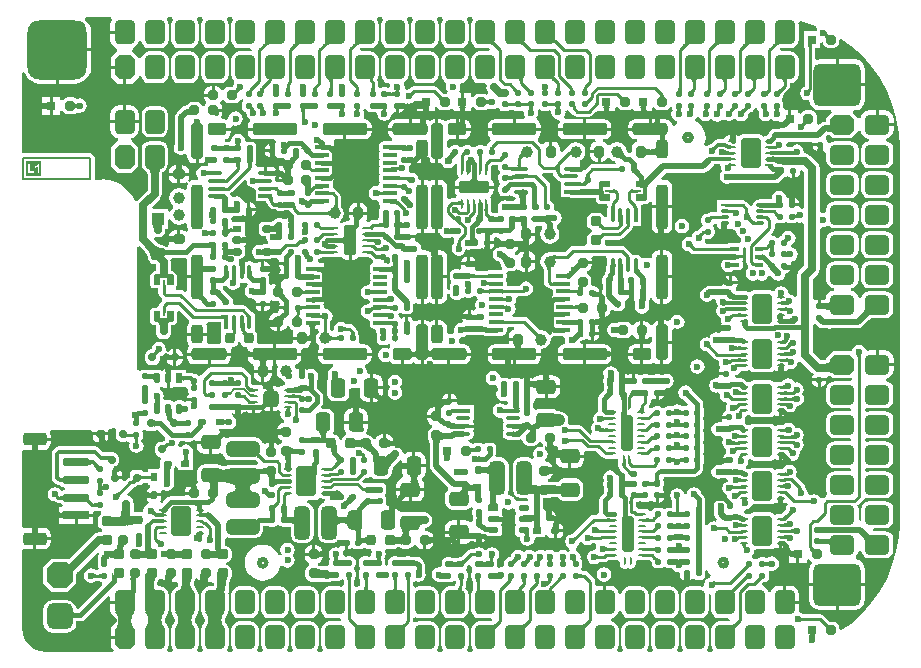
<source format=gbr>
%TF.GenerationSoftware,Altium Limited,Altium Designer,21.1.0 (24)*%
G04 Layer_Physical_Order=1*
G04 Layer_Color=255*
%FSLAX45Y45*%
%MOMM*%
%TF.SameCoordinates,22AD4BEA-BF74-4225-A0B4-C9A39FC99EA3*%
%TF.FilePolarity,Positive*%
%TF.FileFunction,Copper,L1,Top,Signal*%
%TF.Part,Single*%
G01*
G75*
%TA.AperFunction,NonConductor*%
%ADD10C,0.40000*%
%TA.AperFunction,SMDPad,CuDef*%
G04:AMPARAMS|DCode=11|XSize=3mm|YSize=1mm|CornerRadius=0.25mm|HoleSize=0mm|Usage=FLASHONLY|Rotation=0.000|XOffset=0mm|YOffset=0mm|HoleType=Round|Shape=RoundedRectangle|*
%AMROUNDEDRECTD11*
21,1,3.00000,0.50000,0,0,0.0*
21,1,2.50000,1.00000,0,0,0.0*
1,1,0.50000,1.25000,-0.25000*
1,1,0.50000,-1.25000,-0.25000*
1,1,0.50000,-1.25000,0.25000*
1,1,0.50000,1.25000,0.25000*
%
%ADD11ROUNDEDRECTD11*%
G04:AMPARAMS|DCode=12|XSize=1.6mm|YSize=1mm|CornerRadius=0.25mm|HoleSize=0mm|Usage=FLASHONLY|Rotation=90.000|XOffset=0mm|YOffset=0mm|HoleType=Round|Shape=RoundedRectangle|*
%AMROUNDEDRECTD12*
21,1,1.60000,0.50000,0,0,90.0*
21,1,1.10000,1.00000,0,0,90.0*
1,1,0.50000,0.25000,0.55000*
1,1,0.50000,0.25000,-0.55000*
1,1,0.50000,-0.25000,-0.55000*
1,1,0.50000,-0.25000,0.55000*
%
%ADD12ROUNDEDRECTD12*%
G04:AMPARAMS|DCode=13|XSize=3.8mm|YSize=1mm|CornerRadius=0.25mm|HoleSize=0mm|Usage=FLASHONLY|Rotation=270.000|XOffset=0mm|YOffset=0mm|HoleType=Round|Shape=RoundedRectangle|*
%AMROUNDEDRECTD13*
21,1,3.80000,0.50000,0,0,270.0*
21,1,3.30000,1.00000,0,0,270.0*
1,1,0.50000,-0.25000,-1.65000*
1,1,0.50000,-0.25000,1.65000*
1,1,0.50000,0.25000,1.65000*
1,1,0.50000,0.25000,-1.65000*
%
%ADD13ROUNDEDRECTD13*%
G04:AMPARAMS|DCode=14|XSize=3.8mm|YSize=1mm|CornerRadius=0.25mm|HoleSize=0mm|Usage=FLASHONLY|Rotation=0.000|XOffset=0mm|YOffset=0mm|HoleType=Round|Shape=RoundedRectangle|*
%AMROUNDEDRECTD14*
21,1,3.80000,0.50000,0,0,0.0*
21,1,3.30000,1.00000,0,0,0.0*
1,1,0.50000,1.65000,-0.25000*
1,1,0.50000,-1.65000,-0.25000*
1,1,0.50000,-1.65000,0.25000*
1,1,0.50000,1.65000,0.25000*
%
%ADD14ROUNDEDRECTD14*%
G04:AMPARAMS|DCode=15|XSize=3mm|YSize=1mm|CornerRadius=0.25mm|HoleSize=0mm|Usage=FLASHONLY|Rotation=270.000|XOffset=0mm|YOffset=0mm|HoleType=Round|Shape=RoundedRectangle|*
%AMROUNDEDRECTD15*
21,1,3.00000,0.50000,0,0,270.0*
21,1,2.50000,1.00000,0,0,270.0*
1,1,0.50000,-0.25000,-1.25000*
1,1,0.50000,-0.25000,1.25000*
1,1,0.50000,0.25000,1.25000*
1,1,0.50000,0.25000,-1.25000*
%
%ADD15ROUNDEDRECTD15*%
G04:AMPARAMS|DCode=16|XSize=1.6mm|YSize=1mm|CornerRadius=0.25mm|HoleSize=0mm|Usage=FLASHONLY|Rotation=0.000|XOffset=0mm|YOffset=0mm|HoleType=Round|Shape=RoundedRectangle|*
%AMROUNDEDRECTD16*
21,1,1.60000,0.50000,0,0,0.0*
21,1,1.10000,1.00000,0,0,0.0*
1,1,0.50000,0.55000,-0.25000*
1,1,0.50000,-0.55000,-0.25000*
1,1,0.50000,-0.55000,0.25000*
1,1,0.50000,0.55000,0.25000*
%
%ADD16ROUNDEDRECTD16*%
%ADD17R,0.24000X0.70000*%
%ADD18O,1.70000X0.30000*%
%ADD19R,0.70000X0.24000*%
%ADD20O,0.30000X1.70000*%
G04:AMPARAMS|DCode=21|XSize=0.55mm|YSize=0.9mm|CornerRadius=0.1375mm|HoleSize=0mm|Usage=FLASHONLY|Rotation=90.000|XOffset=0mm|YOffset=0mm|HoleType=Round|Shape=RoundedRectangle|*
%AMROUNDEDRECTD21*
21,1,0.55000,0.62500,0,0,90.0*
21,1,0.27500,0.90000,0,0,90.0*
1,1,0.27500,0.31250,0.13750*
1,1,0.27500,0.31250,-0.13750*
1,1,0.27500,-0.31250,-0.13750*
1,1,0.27500,-0.31250,0.13750*
%
%ADD21ROUNDEDRECTD21*%
%ADD22R,0.90000X0.55000*%
%ADD23R,1.15000X0.38000*%
G04:AMPARAMS|DCode=24|XSize=0.38mm|YSize=1.15mm|CornerRadius=0.095mm|HoleSize=0mm|Usage=FLASHONLY|Rotation=90.000|XOffset=0mm|YOffset=0mm|HoleType=Round|Shape=RoundedRectangle|*
%AMROUNDEDRECTD24*
21,1,0.38000,0.96000,0,0,90.0*
21,1,0.19000,1.15000,0,0,90.0*
1,1,0.19000,0.48000,0.09500*
1,1,0.19000,0.48000,-0.09500*
1,1,0.19000,-0.48000,-0.09500*
1,1,0.19000,-0.48000,0.09500*
%
%ADD24ROUNDEDRECTD24*%
%ADD25R,1.20000X0.38000*%
G04:AMPARAMS|DCode=26|XSize=0.38mm|YSize=1.2mm|CornerRadius=0.095mm|HoleSize=0mm|Usage=FLASHONLY|Rotation=90.000|XOffset=0mm|YOffset=0mm|HoleType=Round|Shape=RoundedRectangle|*
%AMROUNDEDRECTD26*
21,1,0.38000,1.01000,0,0,90.0*
21,1,0.19000,1.20000,0,0,90.0*
1,1,0.19000,0.50500,0.09500*
1,1,0.19000,0.50500,-0.09500*
1,1,0.19000,-0.50500,-0.09500*
1,1,0.19000,-0.50500,0.09500*
%
%ADD26ROUNDEDRECTD26*%
%ADD27R,0.70000X0.25000*%
G04:AMPARAMS|DCode=28|XSize=0.25mm|YSize=0.7mm|CornerRadius=0.0625mm|HoleSize=0mm|Usage=FLASHONLY|Rotation=90.000|XOffset=0mm|YOffset=0mm|HoleType=Round|Shape=RoundedRectangle|*
%AMROUNDEDRECTD28*
21,1,0.25000,0.57500,0,0,90.0*
21,1,0.12500,0.70000,0,0,90.0*
1,1,0.12500,0.28750,0.06250*
1,1,0.12500,0.28750,-0.06250*
1,1,0.12500,-0.28750,-0.06250*
1,1,0.12500,-0.28750,0.06250*
%
%ADD28ROUNDEDRECTD28*%
G04:AMPARAMS|DCode=29|XSize=1.4mm|YSize=1.3mm|CornerRadius=0.325mm|HoleSize=0mm|Usage=FLASHONLY|Rotation=90.000|XOffset=0mm|YOffset=0mm|HoleType=Round|Shape=RoundedRectangle|*
%AMROUNDEDRECTD29*
21,1,1.40000,0.65000,0,0,90.0*
21,1,0.75000,1.30000,0,0,90.0*
1,1,0.65000,0.32500,0.37500*
1,1,0.65000,0.32500,-0.37500*
1,1,0.65000,-0.32500,-0.37500*
1,1,0.65000,-0.32500,0.37500*
%
%ADD29ROUNDEDRECTD29*%
G04:AMPARAMS|DCode=30|XSize=2.55mm|YSize=1.1mm|CornerRadius=0.275mm|HoleSize=0mm|Usage=FLASHONLY|Rotation=90.000|XOffset=0mm|YOffset=0mm|HoleType=Round|Shape=RoundedRectangle|*
%AMROUNDEDRECTD30*
21,1,2.55000,0.55000,0,0,90.0*
21,1,2.00000,1.10000,0,0,90.0*
1,1,0.55000,0.27500,1.00000*
1,1,0.55000,0.27500,-1.00000*
1,1,0.55000,-0.27500,-1.00000*
1,1,0.55000,-0.27500,1.00000*
%
%ADD30ROUNDEDRECTD30*%
G04:AMPARAMS|DCode=31|XSize=0.25mm|YSize=0.85mm|CornerRadius=0.0625mm|HoleSize=0mm|Usage=FLASHONLY|Rotation=90.000|XOffset=0mm|YOffset=0mm|HoleType=Round|Shape=RoundedRectangle|*
%AMROUNDEDRECTD31*
21,1,0.25000,0.72500,0,0,90.0*
21,1,0.12500,0.85000,0,0,90.0*
1,1,0.12500,0.36250,0.06250*
1,1,0.12500,0.36250,-0.06250*
1,1,0.12500,-0.36250,-0.06250*
1,1,0.12500,-0.36250,0.06250*
%
%ADD31ROUNDEDRECTD31*%
%ADD32R,0.85000X0.25000*%
G04:AMPARAMS|DCode=33|XSize=0.55mm|YSize=0.9mm|CornerRadius=0.1375mm|HoleSize=0mm|Usage=FLASHONLY|Rotation=0.000|XOffset=0mm|YOffset=0mm|HoleType=Round|Shape=RoundedRectangle|*
%AMROUNDEDRECTD33*
21,1,0.55000,0.62500,0,0,0.0*
21,1,0.27500,0.90000,0,0,0.0*
1,1,0.27500,0.13750,-0.31250*
1,1,0.27500,-0.13750,-0.31250*
1,1,0.27500,-0.13750,0.31250*
1,1,0.27500,0.13750,0.31250*
%
%ADD33ROUNDEDRECTD33*%
%ADD34R,0.55000X0.90000*%
%ADD35R,0.80000X0.60000*%
G04:AMPARAMS|DCode=36|XSize=0.6mm|YSize=0.8mm|CornerRadius=0.15mm|HoleSize=0mm|Usage=FLASHONLY|Rotation=90.000|XOffset=0mm|YOffset=0mm|HoleType=Round|Shape=RoundedRectangle|*
%AMROUNDEDRECTD36*
21,1,0.60000,0.50000,0,0,90.0*
21,1,0.30000,0.80000,0,0,90.0*
1,1,0.30000,0.25000,0.15000*
1,1,0.30000,0.25000,-0.15000*
1,1,0.30000,-0.25000,-0.15000*
1,1,0.30000,-0.25000,0.15000*
%
%ADD36ROUNDEDRECTD36*%
%ADD37R,0.38000X1.15000*%
G04:AMPARAMS|DCode=38|XSize=0.38mm|YSize=1.15mm|CornerRadius=0.095mm|HoleSize=0mm|Usage=FLASHONLY|Rotation=180.000|XOffset=0mm|YOffset=0mm|HoleType=Round|Shape=RoundedRectangle|*
%AMROUNDEDRECTD38*
21,1,0.38000,0.96000,0,0,180.0*
21,1,0.19000,1.15000,0,0,180.0*
1,1,0.19000,-0.09500,0.48000*
1,1,0.19000,0.09500,0.48000*
1,1,0.19000,0.09500,-0.48000*
1,1,0.19000,-0.09500,-0.48000*
%
%ADD38ROUNDEDRECTD38*%
G04:AMPARAMS|DCode=39|XSize=2.5mm|YSize=1.7mm|CornerRadius=0.17mm|HoleSize=0mm|Usage=FLASHONLY|Rotation=90.000|XOffset=0mm|YOffset=0mm|HoleType=Round|Shape=RoundedRectangle|*
%AMROUNDEDRECTD39*
21,1,2.50000,1.36000,0,0,90.0*
21,1,2.16000,1.70000,0,0,90.0*
1,1,0.34000,0.68000,1.08000*
1,1,0.34000,0.68000,-1.08000*
1,1,0.34000,-0.68000,-1.08000*
1,1,0.34000,-0.68000,1.08000*
%
%ADD39ROUNDEDRECTD39*%
%ADD40R,0.65000X0.27000*%
G04:AMPARAMS|DCode=41|XSize=0.27mm|YSize=0.65mm|CornerRadius=0.0675mm|HoleSize=0mm|Usage=FLASHONLY|Rotation=90.000|XOffset=0mm|YOffset=0mm|HoleType=Round|Shape=RoundedRectangle|*
%AMROUNDEDRECTD41*
21,1,0.27000,0.51501,0,0,90.0*
21,1,0.13500,0.65000,0,0,90.0*
1,1,0.13500,0.25750,0.06750*
1,1,0.13500,0.25750,-0.06750*
1,1,0.13500,-0.25750,-0.06750*
1,1,0.13500,-0.25750,0.06750*
%
%ADD41ROUNDEDRECTD41*%
%ADD42R,0.70000X0.38000*%
G04:AMPARAMS|DCode=43|XSize=0.38mm|YSize=0.7mm|CornerRadius=0.095mm|HoleSize=0mm|Usage=FLASHONLY|Rotation=90.000|XOffset=0mm|YOffset=0mm|HoleType=Round|Shape=RoundedRectangle|*
%AMROUNDEDRECTD43*
21,1,0.38000,0.51000,0,0,90.0*
21,1,0.19000,0.70000,0,0,90.0*
1,1,0.19000,0.25500,0.09500*
1,1,0.19000,0.25500,-0.09500*
1,1,0.19000,-0.25500,-0.09500*
1,1,0.19000,-0.25500,0.09500*
%
%ADD43ROUNDEDRECTD43*%
G04:AMPARAMS|DCode=44|XSize=0.25mm|YSize=0.7mm|CornerRadius=0.0625mm|HoleSize=0mm|Usage=FLASHONLY|Rotation=0.000|XOffset=0mm|YOffset=0mm|HoleType=Round|Shape=RoundedRectangle|*
%AMROUNDEDRECTD44*
21,1,0.25000,0.57500,0,0,0.0*
21,1,0.12500,0.70000,0,0,0.0*
1,1,0.12500,0.06250,-0.28750*
1,1,0.12500,-0.06250,-0.28750*
1,1,0.12500,-0.06250,0.28750*
1,1,0.12500,0.06250,0.28750*
%
%ADD44ROUNDEDRECTD44*%
G04:AMPARAMS|DCode=45|XSize=1mm|YSize=3mm|CornerRadius=0.25mm|HoleSize=0mm|Usage=FLASHONLY|Rotation=0.000|XOffset=0mm|YOffset=0mm|HoleType=Round|Shape=RoundedRectangle|*
%AMROUNDEDRECTD45*
21,1,1.00000,2.50000,0,0,0.0*
21,1,0.50000,3.00000,0,0,0.0*
1,1,0.50000,0.25000,-1.25000*
1,1,0.50000,-0.25000,-1.25000*
1,1,0.50000,-0.25000,1.25000*
1,1,0.50000,0.25000,1.25000*
%
%ADD45ROUNDEDRECTD45*%
G04:AMPARAMS|DCode=46|XSize=2.55mm|YSize=1.1mm|CornerRadius=0.275mm|HoleSize=0mm|Usage=FLASHONLY|Rotation=0.000|XOffset=0mm|YOffset=0mm|HoleType=Round|Shape=RoundedRectangle|*
%AMROUNDEDRECTD46*
21,1,2.55000,0.55000,0,0,0.0*
21,1,2.00000,1.10000,0,0,0.0*
1,1,0.55000,1.00000,-0.27500*
1,1,0.55000,-1.00000,-0.27500*
1,1,0.55000,-1.00000,0.27500*
1,1,0.55000,1.00000,0.27500*
%
%ADD46ROUNDEDRECTD46*%
G04:AMPARAMS|DCode=47|XSize=0.25mm|YSize=0.85mm|CornerRadius=0.0625mm|HoleSize=0mm|Usage=FLASHONLY|Rotation=0.000|XOffset=0mm|YOffset=0mm|HoleType=Round|Shape=RoundedRectangle|*
%AMROUNDEDRECTD47*
21,1,0.25000,0.72500,0,0,0.0*
21,1,0.12500,0.85000,0,0,0.0*
1,1,0.12500,0.06250,-0.36250*
1,1,0.12500,-0.06250,-0.36250*
1,1,0.12500,-0.06250,0.36250*
1,1,0.12500,0.06250,0.36250*
%
%ADD47ROUNDEDRECTD47*%
%ADD48R,0.25000X0.85000*%
%ADD49C,1.00000*%
G04:AMPARAMS|DCode=50|XSize=0.8mm|YSize=1mm|CornerRadius=0.2mm|HoleSize=0mm|Usage=FLASHONLY|Rotation=180.000|XOffset=0mm|YOffset=0mm|HoleType=Round|Shape=RoundedRectangle|*
%AMROUNDEDRECTD50*
21,1,0.80000,0.60000,0,0,180.0*
21,1,0.40000,1.00000,0,0,180.0*
1,1,0.40000,-0.20000,0.30000*
1,1,0.40000,0.20000,0.30000*
1,1,0.40000,0.20000,-0.30000*
1,1,0.40000,-0.20000,-0.30000*
%
%ADD50ROUNDEDRECTD50*%
G04:AMPARAMS|DCode=51|XSize=0.8mm|YSize=1mm|CornerRadius=0.2mm|HoleSize=0mm|Usage=FLASHONLY|Rotation=90.000|XOffset=0mm|YOffset=0mm|HoleType=Round|Shape=RoundedRectangle|*
%AMROUNDEDRECTD51*
21,1,0.80000,0.60000,0,0,90.0*
21,1,0.40000,1.00000,0,0,90.0*
1,1,0.40000,0.30000,0.20000*
1,1,0.40000,0.30000,-0.20000*
1,1,0.40000,-0.30000,-0.20000*
1,1,0.40000,-0.30000,0.20000*
%
%ADD51ROUNDEDRECTD51*%
G04:AMPARAMS|DCode=52|XSize=0.6mm|YSize=0.7mm|CornerRadius=0.15mm|HoleSize=0mm|Usage=FLASHONLY|Rotation=0.000|XOffset=0mm|YOffset=0mm|HoleType=Round|Shape=RoundedRectangle|*
%AMROUNDEDRECTD52*
21,1,0.60000,0.40000,0,0,0.0*
21,1,0.30000,0.70000,0,0,0.0*
1,1,0.30000,0.15000,-0.20000*
1,1,0.30000,-0.15000,-0.20000*
1,1,0.30000,-0.15000,0.20000*
1,1,0.30000,0.15000,0.20000*
%
%ADD52ROUNDEDRECTD52*%
G04:AMPARAMS|DCode=53|XSize=0.5mm|YSize=0.5mm|CornerRadius=0.125mm|HoleSize=0mm|Usage=FLASHONLY|Rotation=90.000|XOffset=0mm|YOffset=0mm|HoleType=Round|Shape=RoundedRectangle|*
%AMROUNDEDRECTD53*
21,1,0.50000,0.25000,0,0,90.0*
21,1,0.25000,0.50000,0,0,90.0*
1,1,0.25000,0.12500,0.12500*
1,1,0.25000,0.12500,-0.12500*
1,1,0.25000,-0.12500,-0.12500*
1,1,0.25000,-0.12500,0.12500*
%
%ADD53ROUNDEDRECTD53*%
G04:AMPARAMS|DCode=54|XSize=0.5mm|YSize=0.5mm|CornerRadius=0.125mm|HoleSize=0mm|Usage=FLASHONLY|Rotation=180.000|XOffset=0mm|YOffset=0mm|HoleType=Round|Shape=RoundedRectangle|*
%AMROUNDEDRECTD54*
21,1,0.50000,0.25000,0,0,180.0*
21,1,0.25000,0.50000,0,0,180.0*
1,1,0.25000,-0.12500,0.12500*
1,1,0.25000,0.12500,0.12500*
1,1,0.25000,0.12500,-0.12500*
1,1,0.25000,-0.12500,-0.12500*
%
%ADD54ROUNDEDRECTD54*%
G04:AMPARAMS|DCode=55|XSize=0.9mm|YSize=0.8mm|CornerRadius=0.2mm|HoleSize=0mm|Usage=FLASHONLY|Rotation=270.000|XOffset=0mm|YOffset=0mm|HoleType=Round|Shape=RoundedRectangle|*
%AMROUNDEDRECTD55*
21,1,0.90000,0.40000,0,0,270.0*
21,1,0.50000,0.80000,0,0,270.0*
1,1,0.40000,-0.20000,-0.25000*
1,1,0.40000,-0.20000,0.25000*
1,1,0.40000,0.20000,0.25000*
1,1,0.40000,0.20000,-0.25000*
%
%ADD55ROUNDEDRECTD55*%
G04:AMPARAMS|DCode=56|XSize=0.9mm|YSize=0.8mm|CornerRadius=0.2mm|HoleSize=0mm|Usage=FLASHONLY|Rotation=0.000|XOffset=0mm|YOffset=0mm|HoleType=Round|Shape=RoundedRectangle|*
%AMROUNDEDRECTD56*
21,1,0.90000,0.40000,0,0,0.0*
21,1,0.50000,0.80000,0,0,0.0*
1,1,0.40000,0.25000,-0.20000*
1,1,0.40000,-0.25000,-0.20000*
1,1,0.40000,-0.25000,0.20000*
1,1,0.40000,0.25000,0.20000*
%
%ADD56ROUNDEDRECTD56*%
%ADD57R,2.20000X0.70000*%
G04:AMPARAMS|DCode=58|XSize=2.2mm|YSize=0.7mm|CornerRadius=0.175mm|HoleSize=0mm|Usage=FLASHONLY|Rotation=180.000|XOffset=0mm|YOffset=0mm|HoleType=Round|Shape=RoundedRectangle|*
%AMROUNDEDRECTD58*
21,1,2.20000,0.35000,0,0,180.0*
21,1,1.85000,0.70000,0,0,180.0*
1,1,0.35000,-0.92500,0.17500*
1,1,0.35000,0.92500,0.17500*
1,1,0.35000,0.92500,-0.17500*
1,1,0.35000,-0.92500,-0.17500*
%
%ADD58ROUNDEDRECTD58*%
G04:AMPARAMS|DCode=59|XSize=2mm|YSize=1.1mm|CornerRadius=0.275mm|HoleSize=0mm|Usage=FLASHONLY|Rotation=180.000|XOffset=0mm|YOffset=0mm|HoleType=Round|Shape=RoundedRectangle|*
%AMROUNDEDRECTD59*
21,1,2.00000,0.55000,0,0,180.0*
21,1,1.45000,1.10000,0,0,180.0*
1,1,0.55000,-0.72500,0.27500*
1,1,0.55000,0.72500,0.27500*
1,1,0.55000,0.72500,-0.27500*
1,1,0.55000,-0.72500,-0.27500*
%
%ADD59ROUNDEDRECTD59*%
G04:AMPARAMS|DCode=60|XSize=2.8mm|YSize=1.3mm|CornerRadius=0.325mm|HoleSize=0mm|Usage=FLASHONLY|Rotation=90.000|XOffset=0mm|YOffset=0mm|HoleType=Round|Shape=RoundedRectangle|*
%AMROUNDEDRECTD60*
21,1,2.80000,0.65000,0,0,90.0*
21,1,2.15000,1.30000,0,0,90.0*
1,1,0.65000,0.32500,1.07500*
1,1,0.65000,0.32500,-1.07500*
1,1,0.65000,-0.32500,-1.07500*
1,1,0.65000,-0.32500,1.07500*
%
%ADD60ROUNDEDRECTD60*%
G04:AMPARAMS|DCode=61|XSize=2.8mm|YSize=1.3mm|CornerRadius=0.325mm|HoleSize=0mm|Usage=FLASHONLY|Rotation=0.000|XOffset=0mm|YOffset=0mm|HoleType=Round|Shape=RoundedRectangle|*
%AMROUNDEDRECTD61*
21,1,2.80000,0.65000,0,0,0.0*
21,1,2.15000,1.30000,0,0,0.0*
1,1,0.65000,1.07500,-0.32500*
1,1,0.65000,-1.07500,-0.32500*
1,1,0.65000,-1.07500,0.32500*
1,1,0.65000,1.07500,0.32500*
%
%ADD61ROUNDEDRECTD61*%
G04:AMPARAMS|DCode=62|XSize=0.5mm|YSize=0.7mm|CornerRadius=0.125mm|HoleSize=0mm|Usage=FLASHONLY|Rotation=270.000|XOffset=0mm|YOffset=0mm|HoleType=Round|Shape=RoundedRectangle|*
%AMROUNDEDRECTD62*
21,1,0.50000,0.45000,0,0,270.0*
21,1,0.25000,0.70000,0,0,270.0*
1,1,0.25000,-0.22500,-0.12500*
1,1,0.25000,-0.22500,0.12500*
1,1,0.25000,0.22500,0.12500*
1,1,0.25000,0.22500,-0.12500*
%
%ADD62ROUNDEDRECTD62*%
%ADD63R,0.70000X0.50000*%
G04:AMPARAMS|DCode=64|XSize=0.5mm|YSize=0.7mm|CornerRadius=0.125mm|HoleSize=0mm|Usage=FLASHONLY|Rotation=0.000|XOffset=0mm|YOffset=0mm|HoleType=Round|Shape=RoundedRectangle|*
%AMROUNDEDRECTD64*
21,1,0.50000,0.45000,0,0,0.0*
21,1,0.25000,0.70000,0,0,0.0*
1,1,0.25000,0.12500,-0.22500*
1,1,0.25000,-0.12500,-0.22500*
1,1,0.25000,-0.12500,0.22500*
1,1,0.25000,0.12500,0.22500*
%
%ADD64ROUNDEDRECTD64*%
%ADD65R,0.50000X0.70000*%
%ADD66R,0.80000X0.80000*%
G04:AMPARAMS|DCode=67|XSize=0.8mm|YSize=0.8mm|CornerRadius=0.2mm|HoleSize=0mm|Usage=FLASHONLY|Rotation=90.000|XOffset=0mm|YOffset=0mm|HoleType=Round|Shape=RoundedRectangle|*
%AMROUNDEDRECTD67*
21,1,0.80000,0.40000,0,0,90.0*
21,1,0.40000,0.80000,0,0,90.0*
1,1,0.40000,0.20000,0.20000*
1,1,0.40000,0.20000,-0.20000*
1,1,0.40000,-0.20000,-0.20000*
1,1,0.40000,-0.20000,0.20000*
%
%ADD67ROUNDEDRECTD67*%
%ADD68R,1.10000X1.10000*%
G04:AMPARAMS|DCode=69|XSize=1.1mm|YSize=1.1mm|CornerRadius=0.275mm|HoleSize=0mm|Usage=FLASHONLY|Rotation=0.000|XOffset=0mm|YOffset=0mm|HoleType=Round|Shape=RoundedRectangle|*
%AMROUNDEDRECTD69*
21,1,1.10000,0.55000,0,0,0.0*
21,1,0.55000,1.10000,0,0,0.0*
1,1,0.55000,0.27500,-0.27500*
1,1,0.55000,-0.27500,-0.27500*
1,1,0.55000,-0.27500,0.27500*
1,1,0.55000,0.27500,0.27500*
%
%ADD69ROUNDEDRECTD69*%
G04:AMPARAMS|DCode=70|XSize=1.65mm|YSize=1.25mm|CornerRadius=0.3125mm|HoleSize=0mm|Usage=FLASHONLY|Rotation=0.000|XOffset=0mm|YOffset=0mm|HoleType=Round|Shape=RoundedRectangle|*
%AMROUNDEDRECTD70*
21,1,1.65000,0.62500,0,0,0.0*
21,1,1.02500,1.25000,0,0,0.0*
1,1,0.62500,0.51250,-0.31250*
1,1,0.62500,-0.51250,-0.31250*
1,1,0.62500,-0.51250,0.31250*
1,1,0.62500,0.51250,0.31250*
%
%ADD70ROUNDEDRECTD70*%
G04:AMPARAMS|DCode=71|XSize=0.8mm|YSize=0.8mm|CornerRadius=0.2mm|HoleSize=0mm|Usage=FLASHONLY|Rotation=0.000|XOffset=0mm|YOffset=0mm|HoleType=Round|Shape=RoundedRectangle|*
%AMROUNDEDRECTD71*
21,1,0.80000,0.40000,0,0,0.0*
21,1,0.40000,0.80000,0,0,0.0*
1,1,0.40000,0.20000,-0.20000*
1,1,0.40000,-0.20000,-0.20000*
1,1,0.40000,-0.20000,0.20000*
1,1,0.40000,0.20000,0.20000*
%
%ADD71ROUNDEDRECTD71*%
G04:AMPARAMS|DCode=72|XSize=1.65mm|YSize=1.25mm|CornerRadius=0.3125mm|HoleSize=0mm|Usage=FLASHONLY|Rotation=270.000|XOffset=0mm|YOffset=0mm|HoleType=Round|Shape=RoundedRectangle|*
%AMROUNDEDRECTD72*
21,1,1.65000,0.62500,0,0,270.0*
21,1,1.02500,1.25000,0,0,270.0*
1,1,0.62500,-0.31250,-0.51250*
1,1,0.62500,-0.31250,0.51250*
1,1,0.62500,0.31250,0.51250*
1,1,0.62500,0.31250,-0.51250*
%
%ADD72ROUNDEDRECTD72*%
%TA.AperFunction,Conductor*%
%ADD73C,0.40000*%
%ADD74C,0.25000*%
%ADD75C,0.50000*%
%TA.AperFunction,NonConductor*%
%ADD76C,0.15000*%
%TA.AperFunction,Conductor*%
%ADD77C,0.24000*%
%ADD78C,0.70000*%
%ADD79C,0.30000*%
%ADD80C,1.00000*%
%ADD81C,0.60000*%
%ADD82C,0.20000*%
%ADD83C,0.23000*%
%TA.AperFunction,ComponentPad*%
G04:AMPARAMS|DCode=84|XSize=1.7mm|YSize=2.1mm|CornerRadius=0mm|HoleSize=0mm|Usage=FLASHONLY|Rotation=0.000|XOffset=0mm|YOffset=0mm|HoleType=Round|Shape=Octagon|*
%AMOCTAGOND84*
4,1,8,-0.42500,1.05000,0.42500,1.05000,0.85000,0.62500,0.85000,-0.62500,0.42500,-1.05000,-0.42500,-1.05000,-0.85000,-0.62500,-0.85000,0.62500,-0.42500,1.05000,0.0*
%
%ADD84OCTAGOND84*%

G04:AMPARAMS|DCode=85|XSize=1.7mm|YSize=2.1mm|CornerRadius=0.425mm|HoleSize=0mm|Usage=FLASHONLY|Rotation=0.000|XOffset=0mm|YOffset=0mm|HoleType=Round|Shape=RoundedRectangle|*
%AMROUNDEDRECTD85*
21,1,1.70000,1.25001,0,0,0.0*
21,1,0.85000,2.10000,0,0,0.0*
1,1,0.85000,0.42500,-0.62500*
1,1,0.85000,-0.42500,-0.62500*
1,1,0.85000,-0.42500,0.62500*
1,1,0.85000,0.42500,0.62500*
%
%ADD85ROUNDEDRECTD85*%
G04:AMPARAMS|DCode=86|XSize=1.7mm|YSize=2.1mm|CornerRadius=0.425mm|HoleSize=0mm|Usage=FLASHONLY|Rotation=270.000|XOffset=0mm|YOffset=0mm|HoleType=Round|Shape=RoundedRectangle|*
%AMROUNDEDRECTD86*
21,1,1.70000,1.25001,0,0,270.0*
21,1,0.85000,2.10000,0,0,270.0*
1,1,0.85000,-0.62500,-0.42500*
1,1,0.85000,-0.62500,0.42500*
1,1,0.85000,0.62500,0.42500*
1,1,0.85000,0.62500,-0.42500*
%
%ADD86ROUNDEDRECTD86*%
G04:AMPARAMS|DCode=87|XSize=1.7mm|YSize=2.1mm|CornerRadius=0mm|HoleSize=0mm|Usage=FLASHONLY|Rotation=270.000|XOffset=0mm|YOffset=0mm|HoleType=Round|Shape=Octagon|*
%AMOCTAGOND87*
4,1,8,1.05000,0.42500,1.05000,-0.42500,0.62500,-0.85000,-0.62500,-0.85000,-1.05000,-0.42500,-1.05000,0.42500,-0.62500,0.85000,0.62500,0.85000,1.05000,0.42500,0.0*
%
%ADD87OCTAGOND87*%

G04:AMPARAMS|DCode=88|XSize=4mm|YSize=3.6mm|CornerRadius=0.54mm|HoleSize=0mm|Usage=FLASHONLY|Rotation=0.000|XOffset=0mm|YOffset=0mm|HoleType=Round|Shape=RoundedRectangle|*
%AMROUNDEDRECTD88*
21,1,4.00000,2.52000,0,0,0.0*
21,1,2.92000,3.60000,0,0,0.0*
1,1,1.08000,1.46000,-1.26000*
1,1,1.08000,-1.46000,-1.26000*
1,1,1.08000,-1.46000,1.26000*
1,1,1.08000,1.46000,1.26000*
%
%ADD88ROUNDEDRECTD88*%
G04:AMPARAMS|DCode=89|XSize=5mm|YSize=5mm|CornerRadius=1mm|HoleSize=0mm|Usage=FLASHONLY|Rotation=0.000|XOffset=0mm|YOffset=0mm|HoleType=Round|Shape=RoundedRectangle|*
%AMROUNDEDRECTD89*
21,1,5.00000,3.00000,0,0,0.0*
21,1,3.00000,5.00000,0,0,0.0*
1,1,2.00000,1.50000,-1.50000*
1,1,2.00000,-1.50000,-1.50000*
1,1,2.00000,-1.50000,1.50000*
1,1,2.00000,1.50000,1.50000*
%
%ADD89ROUNDEDRECTD89*%
G04:AMPARAMS|DCode=90|XSize=2.2mm|YSize=2.2mm|CornerRadius=0mm|HoleSize=0mm|Usage=FLASHONLY|Rotation=270.000|XOffset=0mm|YOffset=0mm|HoleType=Round|Shape=Octagon|*
%AMOCTAGOND90*
4,1,8,-0.55000,-1.10000,0.55000,-1.10000,1.10000,-0.55000,1.10000,0.55000,0.55000,1.10000,-0.55000,1.10000,-1.10000,0.55000,-1.10000,-0.55000,-0.55000,-1.10000,0.0*
%
%ADD90OCTAGOND90*%

G04:AMPARAMS|DCode=91|XSize=2.2mm|YSize=2.2mm|CornerRadius=0.55mm|HoleSize=0mm|Usage=FLASHONLY|Rotation=270.000|XOffset=0mm|YOffset=0mm|HoleType=Round|Shape=RoundedRectangle|*
%AMROUNDEDRECTD91*
21,1,2.20000,1.10000,0,0,270.0*
21,1,1.10000,2.20000,0,0,270.0*
1,1,1.10000,-0.55000,-0.55000*
1,1,1.10000,-0.55000,0.55000*
1,1,1.10000,0.55000,0.55000*
1,1,1.10000,0.55000,-0.55000*
%
%ADD91ROUNDEDRECTD91*%
%TA.AperFunction,ViaPad*%
%ADD92C,0.60000*%
%ADD93C,1.20000*%
G36*
X1340946Y5321030D02*
X1341856Y5315147D01*
X1343122Y5309494D01*
X1344742Y5304072D01*
X1346716Y5298880D01*
X1349045Y5293919D01*
X1351729Y5289188D01*
X1354767Y5284687D01*
X1358160Y5280417D01*
X1361907Y5276377D01*
X1335751Y5245965D01*
X1331615Y5249774D01*
X1327278Y5253131D01*
X1322739Y5256035D01*
X1318000Y5258487D01*
X1313060Y5260486D01*
X1307918Y5262033D01*
X1302575Y5263128D01*
X1297032Y5263769D01*
X1291287Y5263959D01*
X1285341Y5263696D01*
X1340389Y5327144D01*
X1340946Y5321030D01*
D02*
G37*
G36*
X1639884Y5263503D02*
X1633832Y5263362D01*
X1627998Y5262818D01*
X1622381Y5261868D01*
X1616983Y5260514D01*
X1611803Y5258757D01*
X1606840Y5256595D01*
X1602096Y5254028D01*
X1597569Y5251057D01*
X1593261Y5247682D01*
X1589170Y5243902D01*
X1560886Y5272186D01*
X1564665Y5276277D01*
X1568041Y5280586D01*
X1571012Y5285112D01*
X1573578Y5289857D01*
X1575740Y5294819D01*
X1577498Y5299999D01*
X1578852Y5305398D01*
X1579801Y5311014D01*
X1580346Y5316848D01*
X1580487Y5322900D01*
X1639884Y5263503D01*
D02*
G37*
G36*
X7971995Y5286663D02*
X7975069Y5290470D01*
X7975330Y5288873D01*
X7975813Y5287194D01*
X7976518Y5285434D01*
X7977445Y5283593D01*
X7978594Y5281671D01*
X7979931Y5279717D01*
X7984870Y5275519D01*
X7989764Y5272088D01*
X7994207Y5269527D01*
X7998197Y5267837D01*
X8001736Y5267016D01*
X8004822Y5267066D01*
X8007457Y5267986D01*
X8009639Y5269776D01*
X7970224Y5224948D01*
X7971769Y5227375D01*
X7972494Y5230206D01*
X7972396Y5233440D01*
X7971477Y5237077D01*
X7969736Y5241118D01*
X7967173Y5245562D01*
X7963789Y5250410D01*
X7961145Y5253711D01*
X7960155Y5254389D01*
X7958084Y5255596D01*
X7956077Y5256546D01*
X7954134Y5257241D01*
X7952254Y5257680D01*
X7950439Y5257863D01*
X7948687Y5257790D01*
X7952835Y5262928D01*
X7948706Y5267375D01*
X7967474Y5291033D01*
X7971995Y5286663D01*
D02*
G37*
G36*
X7571174Y5186581D02*
X7569295Y5188011D01*
X7567142Y5188818D01*
X7564714Y5189002D01*
X7562011Y5188564D01*
X7559034Y5187502D01*
X7555782Y5185817D01*
X7552255Y5183510D01*
X7548454Y5180579D01*
X7544378Y5177026D01*
X7540028Y5172850D01*
X7522350Y5190527D01*
X7526526Y5194878D01*
X7533010Y5202755D01*
X7535318Y5206281D01*
X7537002Y5209533D01*
X7538064Y5212511D01*
X7538503Y5215213D01*
X7538318Y5217642D01*
X7537511Y5219795D01*
X7536081Y5221674D01*
X7571174Y5186581D01*
D02*
G37*
G36*
X7317174D02*
X7315295Y5188011D01*
X7313142Y5188818D01*
X7310714Y5189002D01*
X7308011Y5188564D01*
X7305034Y5187502D01*
X7301782Y5185817D01*
X7298255Y5183510D01*
X7294454Y5180579D01*
X7290378Y5177026D01*
X7286028Y5172850D01*
X7268350Y5190527D01*
X7272526Y5194878D01*
X7279010Y5202755D01*
X7281318Y5206281D01*
X7283002Y5209533D01*
X7284064Y5212511D01*
X7284503Y5215213D01*
X7284318Y5217642D01*
X7283511Y5219795D01*
X7282081Y5221674D01*
X7317174Y5186581D01*
D02*
G37*
G36*
X7063174D02*
X7061295Y5188011D01*
X7059142Y5188818D01*
X7056714Y5189002D01*
X7054011Y5188564D01*
X7051034Y5187502D01*
X7047782Y5185817D01*
X7044255Y5183510D01*
X7040454Y5180579D01*
X7036378Y5177026D01*
X7032028Y5172850D01*
X7014350Y5190527D01*
X7018526Y5194878D01*
X7025010Y5202755D01*
X7027318Y5206281D01*
X7029002Y5209533D01*
X7030064Y5212511D01*
X7030503Y5215213D01*
X7030318Y5217642D01*
X7029511Y5219795D01*
X7028081Y5221674D01*
X7063174Y5186581D01*
D02*
G37*
G36*
X6809174D02*
X6807295Y5188011D01*
X6805142Y5188818D01*
X6802714Y5189002D01*
X6800011Y5188564D01*
X6797034Y5187502D01*
X6793782Y5185817D01*
X6790255Y5183510D01*
X6786454Y5180579D01*
X6782378Y5177026D01*
X6778028Y5172850D01*
X6760350Y5190527D01*
X6764526Y5194878D01*
X6771010Y5202755D01*
X6773318Y5206281D01*
X6775002Y5209533D01*
X6776064Y5212511D01*
X6776503Y5215213D01*
X6776318Y5217642D01*
X6775511Y5219795D01*
X6774081Y5221674D01*
X6809174Y5186581D01*
D02*
G37*
G36*
X4015174D02*
X4013295Y5188011D01*
X4011142Y5188818D01*
X4008714Y5189002D01*
X4006011Y5188564D01*
X4003034Y5187502D01*
X3999782Y5185817D01*
X3996255Y5183510D01*
X3992454Y5180579D01*
X3988378Y5177026D01*
X3984028Y5172850D01*
X3966350Y5190527D01*
X3970526Y5194878D01*
X3977010Y5202755D01*
X3979318Y5206281D01*
X3981002Y5209533D01*
X3982064Y5212511D01*
X3982503Y5215213D01*
X3982318Y5217642D01*
X3981511Y5219795D01*
X3980081Y5221674D01*
X4015174Y5186581D01*
D02*
G37*
G36*
X3761174D02*
X3759295Y5188011D01*
X3757142Y5188818D01*
X3754714Y5189002D01*
X3752011Y5188564D01*
X3749034Y5187502D01*
X3745782Y5185817D01*
X3742255Y5183510D01*
X3738454Y5180579D01*
X3734378Y5177026D01*
X3730028Y5172850D01*
X3712350Y5190527D01*
X3716526Y5194878D01*
X3723010Y5202755D01*
X3725318Y5206281D01*
X3727002Y5209533D01*
X3728064Y5212511D01*
X3728503Y5215213D01*
X3728318Y5217642D01*
X3727511Y5219795D01*
X3726081Y5221674D01*
X3761174Y5186581D01*
D02*
G37*
G36*
X3507174D02*
X3505295Y5188011D01*
X3503142Y5188818D01*
X3500714Y5189002D01*
X3498011Y5188564D01*
X3495034Y5187502D01*
X3491782Y5185817D01*
X3488255Y5183510D01*
X3484454Y5180579D01*
X3480378Y5177026D01*
X3476028Y5172850D01*
X3458350Y5190527D01*
X3462526Y5194878D01*
X3469010Y5202755D01*
X3471318Y5206281D01*
X3473002Y5209533D01*
X3474064Y5212511D01*
X3474503Y5215213D01*
X3474318Y5217642D01*
X3473511Y5219795D01*
X3472081Y5221674D01*
X3507174Y5186581D01*
D02*
G37*
G36*
X3253174D02*
X3251295Y5188011D01*
X3249142Y5188818D01*
X3246714Y5189002D01*
X3244011Y5188564D01*
X3241034Y5187502D01*
X3237782Y5185817D01*
X3234255Y5183510D01*
X3230454Y5180579D01*
X3226378Y5177026D01*
X3222028Y5172850D01*
X3204350Y5190527D01*
X3208526Y5194878D01*
X3215010Y5202755D01*
X3217318Y5206281D01*
X3219002Y5209533D01*
X3220064Y5212511D01*
X3220503Y5215213D01*
X3220318Y5217642D01*
X3219511Y5219795D01*
X3218081Y5221674D01*
X3253174Y5186581D01*
D02*
G37*
G36*
X5416489Y5219795D02*
X5415682Y5217642D01*
X5415497Y5215213D01*
X5415936Y5212511D01*
X5416998Y5209533D01*
X5418682Y5206281D01*
X5420990Y5202755D01*
X5423920Y5198954D01*
X5427474Y5194878D01*
X5431650Y5190527D01*
X5413972Y5172850D01*
X5409622Y5177026D01*
X5401745Y5183510D01*
X5398218Y5185817D01*
X5394966Y5187502D01*
X5391989Y5188564D01*
X5389286Y5189002D01*
X5386858Y5188818D01*
X5384705Y5188011D01*
X5382826Y5186581D01*
X5417919Y5221674D01*
X5416489Y5219795D01*
D02*
G37*
G36*
X5162489D02*
X5161682Y5217642D01*
X5161497Y5215213D01*
X5161936Y5212511D01*
X5162998Y5209533D01*
X5164682Y5206281D01*
X5166990Y5202755D01*
X5169920Y5198954D01*
X5173474Y5194878D01*
X5177650Y5190527D01*
X5159972Y5172850D01*
X5155622Y5177026D01*
X5147745Y5183510D01*
X5144218Y5185817D01*
X5140966Y5187502D01*
X5137989Y5188564D01*
X5135286Y5189002D01*
X5132858Y5188818D01*
X5130705Y5188011D01*
X5128826Y5186581D01*
X5163919Y5221674D01*
X5162489Y5219795D01*
D02*
G37*
G36*
X7855125Y5190342D02*
X7853000Y5189572D01*
X7851125Y5188298D01*
X7849500Y5186522D01*
X7848125Y5184243D01*
X7847000Y5181461D01*
X7846125Y5178176D01*
X7845500Y5174389D01*
X7845125Y5170098D01*
X7845000Y5165305D01*
X7820000D01*
X7819903Y5170055D01*
X7819127Y5178055D01*
X7818449Y5181305D01*
X7817576Y5184055D01*
X7816510Y5186305D01*
X7815249Y5188055D01*
X7813795Y5189305D01*
X7812147Y5190055D01*
X7810305Y5190305D01*
X7857500Y5190610D01*
X7855125Y5190342D01*
D02*
G37*
G36*
X8178610Y5177676D02*
X8270558Y5095506D01*
X8352728Y5003559D01*
X8424085Y4902989D01*
X8483734Y4795062D01*
X8530925Y4681135D01*
X8565062Y4562641D01*
X8585718Y4441070D01*
X8592505Y4320213D01*
X8592056Y4317954D01*
Y1143246D01*
X8592006Y1142998D01*
X8592006D01*
X8591470Y1123220D01*
X8585667Y1019879D01*
X8565011Y898307D01*
X8530873Y779813D01*
X8483683Y665886D01*
X8424034Y557960D01*
X8352676Y457390D01*
X8270506Y365442D01*
X8178559Y283272D01*
X8098749Y226644D01*
X8080980Y235824D01*
Y250000D01*
X8077099Y269509D01*
X8066048Y286048D01*
X8049509Y297099D01*
X8030000Y300980D01*
X8000850D01*
X7997260Y304021D01*
X7950640Y350641D01*
X7936583Y360034D01*
X7920000Y363333D01*
X7773145D01*
X7753411Y376519D01*
X7750966Y377005D01*
X7739854Y393635D01*
X7741518Y402000D01*
Y451800D01*
X7620000D01*
Y464500D01*
X7607300D01*
Y606018D01*
X7577500D01*
X7547261Y600003D01*
X7521626Y582874D01*
X7504497Y557239D01*
X7503196Y550699D01*
X7482804D01*
X7481503Y557239D01*
X7464374Y582874D01*
X7438739Y600003D01*
X7433118Y601121D01*
X7427134Y619577D01*
X7439432Y634167D01*
X7442500D01*
X7459083Y637466D01*
X7473141Y646859D01*
X7482534Y660917D01*
X7485833Y677500D01*
Y702500D01*
X7483100Y716241D01*
X7489592Y726480D01*
X7496681Y733910D01*
X7510457Y731169D01*
X7533868Y735826D01*
X7553715Y749087D01*
X7566976Y768934D01*
X7571633Y792345D01*
X7566976Y815756D01*
X7553715Y835602D01*
X7533868Y848864D01*
X7510457Y853520D01*
X7487046Y848864D01*
X7468328Y836356D01*
X7467139Y837151D01*
X7465974Y838126D01*
X7465418Y838301D01*
X7459083Y842534D01*
X7442500Y845832D01*
X7417500D01*
X7400917Y842534D01*
X7386860Y833141D01*
X7363140D01*
X7349083Y842534D01*
X7344416Y843462D01*
X7340192Y864694D01*
X7343257Y866742D01*
X7356519Y886589D01*
X7358085Y894466D01*
X7361186Y910002D01*
X7380756Y914079D01*
X7428719D01*
X7430000Y913824D01*
X7431281Y914079D01*
X7498000D01*
X7516338Y917727D01*
X7531885Y928115D01*
X7532949Y929708D01*
X7540155Y924893D01*
X7556250Y921692D01*
X7572300D01*
Y970000D01*
X7597700D01*
Y921692D01*
X7613750D01*
X7629845Y924893D01*
X7635000Y928338D01*
X7655000Y917978D01*
Y882700D01*
X7730000D01*
Y870000D01*
X7742700D01*
Y795000D01*
X7805000D01*
Y824023D01*
X7811198Y826263D01*
X7825000Y827350D01*
X7833952Y813952D01*
X7850491Y802901D01*
X7851383Y800748D01*
X7834664Y775726D01*
X7827757Y741000D01*
Y627700D01*
X8301243D01*
Y741000D01*
X8294336Y775726D01*
X8274665Y805166D01*
X8245226Y824836D01*
X8224315Y828996D01*
X8220092Y850228D01*
X8226374Y854426D01*
X8243503Y880061D01*
X8247353Y899414D01*
X8267745D01*
X8271206Y882012D01*
X8287230Y858031D01*
X8311212Y842007D01*
X8339500Y836380D01*
X8464500D01*
X8492788Y842007D01*
X8516770Y858031D01*
X8532793Y882012D01*
X8538420Y910300D01*
Y995300D01*
X8532793Y1023588D01*
X8516770Y1047569D01*
X8492788Y1063593D01*
X8464500Y1069220D01*
X8364660D01*
X8363908Y1070380D01*
X8374771Y1090380D01*
X8464500D01*
X8492788Y1096007D01*
X8516770Y1112031D01*
X8532793Y1136012D01*
X8538420Y1164300D01*
Y1249300D01*
X8532793Y1277588D01*
X8516770Y1301569D01*
X8492788Y1317593D01*
X8464500Y1323220D01*
X8339500D01*
X8311212Y1317593D01*
X8287230Y1301569D01*
X8271206Y1277588D01*
X8265580Y1249300D01*
Y1164300D01*
X8255394Y1156648D01*
X8255167Y1156806D01*
X8244420Y1170696D01*
Y1249300D01*
X8238794Y1277588D01*
X8233926Y1284873D01*
X8240641Y1289359D01*
X8278995Y1327713D01*
X8288388Y1341771D01*
X8310511Y1350475D01*
X8311212Y1350007D01*
X8339500Y1344380D01*
X8464500D01*
X8492788Y1350007D01*
X8516770Y1366031D01*
X8532793Y1390012D01*
X8538420Y1418300D01*
Y1503300D01*
X8532793Y1531588D01*
X8516770Y1555569D01*
X8492788Y1571593D01*
X8464500Y1577220D01*
X8339500D01*
X8312315Y1571813D01*
X8307981Y1574761D01*
X8298755Y1582413D01*
Y1593187D01*
X8307981Y1600839D01*
X8312315Y1603787D01*
X8339500Y1598380D01*
X8464500D01*
X8492788Y1604007D01*
X8516770Y1620031D01*
X8532793Y1644012D01*
X8538420Y1672300D01*
Y1757300D01*
X8532793Y1785588D01*
X8516770Y1809569D01*
X8492788Y1825593D01*
X8464500Y1831220D01*
X8339500D01*
X8312315Y1825813D01*
X8307981Y1828761D01*
X8298755Y1836413D01*
Y1847187D01*
X8307981Y1854839D01*
X8312315Y1857787D01*
X8339500Y1852380D01*
X8464500D01*
X8492788Y1858007D01*
X8516770Y1874031D01*
X8532793Y1898012D01*
X8538420Y1926300D01*
Y2011300D01*
X8532793Y2039588D01*
X8516770Y2063569D01*
X8492788Y2079593D01*
X8464500Y2085220D01*
X8339500D01*
X8312315Y2079813D01*
X8307981Y2082761D01*
X8298755Y2090413D01*
Y2101187D01*
X8307981Y2108839D01*
X8312315Y2111787D01*
X8339500Y2106380D01*
X8464500D01*
X8492788Y2112007D01*
X8516770Y2128031D01*
X8532793Y2152012D01*
X8538420Y2180300D01*
Y2265300D01*
X8532793Y2293588D01*
X8516770Y2317569D01*
X8492788Y2333593D01*
X8475385Y2337055D01*
Y2357447D01*
X8494739Y2361297D01*
X8520374Y2378426D01*
X8537503Y2404061D01*
X8543518Y2434300D01*
Y2464100D01*
X8402000D01*
Y2476800D01*
X8389300D01*
Y2598318D01*
X8339500D01*
X8327518Y2595935D01*
X8304873Y2607266D01*
X8291611Y2627112D01*
X8271765Y2640373D01*
X8248354Y2645030D01*
X8224943Y2640373D01*
X8205096Y2627112D01*
X8191835Y2607265D01*
X8191825Y2607217D01*
X8191520Y2605722D01*
X8191520Y2605721D01*
X8191520Y2605720D01*
X8185500Y2591800D01*
X8030500D01*
X7973000Y2534300D01*
Y2519315D01*
X7968379Y2518180D01*
X7959086Y2516808D01*
X7952083Y2516273D01*
X7927452D01*
X7856273Y2587452D01*
Y2780000D01*
Y2809879D01*
X7876273Y2820569D01*
X7880917Y2817466D01*
X7883798Y2816893D01*
X7900344Y2800347D01*
X7918536Y2788191D01*
X7939996Y2783923D01*
X7975928D01*
X7976589Y2783481D01*
X8000000Y2778825D01*
X8023411Y2783481D01*
X8024072Y2783923D01*
X8237200D01*
X8258660Y2788191D01*
X8276853Y2800347D01*
X8328669Y2852164D01*
X8337305Y2860180D01*
X8344347Y2865808D01*
X8348050Y2868380D01*
X8464500D01*
X8492788Y2874007D01*
X8516770Y2890031D01*
X8532793Y2914012D01*
X8538420Y2942300D01*
Y3027300D01*
X8532793Y3055588D01*
X8516770Y3079569D01*
X8492788Y3095593D01*
X8464500Y3101220D01*
X8339500D01*
X8311212Y3095593D01*
X8287230Y3079569D01*
X8271206Y3055588D01*
X8267745Y3038186D01*
X8247353D01*
X8243503Y3057539D01*
X8226374Y3083174D01*
X8200739Y3100303D01*
X8181385Y3104153D01*
Y3124545D01*
X8198788Y3128007D01*
X8222770Y3144031D01*
X8238794Y3168012D01*
X8244420Y3196300D01*
Y3281300D01*
X8238794Y3309588D01*
X8222770Y3333569D01*
X8198788Y3349593D01*
X8170500Y3355220D01*
X8045500D01*
X8017212Y3349593D01*
X7993230Y3333569D01*
X7977207Y3309588D01*
X7971580Y3281300D01*
Y3196300D01*
X7977207Y3168012D01*
X7993230Y3144031D01*
X8017212Y3128007D01*
X8034615Y3124545D01*
Y3104153D01*
X8015261Y3100303D01*
X7989626Y3083174D01*
X7972497Y3057539D01*
X7967710Y3033473D01*
X7953214Y3024848D01*
X7946482Y3023604D01*
X7941034Y3027244D01*
X7922700Y3030891D01*
Y2970000D01*
X7897300D01*
Y3030891D01*
X7878966Y3027244D01*
X7876273Y3025445D01*
X7856273Y3036135D01*
Y3202549D01*
X7896862Y3243138D01*
X7911229Y3264638D01*
X7916273Y3290000D01*
Y3623152D01*
X7936273Y3639566D01*
X7940000Y3638825D01*
X7963411Y3643481D01*
X7971346Y3648783D01*
X7993231Y3652031D01*
X8017212Y3636007D01*
X8045500Y3630380D01*
X8170500D01*
X8198788Y3636007D01*
X8222770Y3652031D01*
X8238794Y3676012D01*
X8244420Y3704300D01*
Y3789300D01*
X8238794Y3817588D01*
X8222770Y3841569D01*
X8198788Y3857593D01*
X8170500Y3863220D01*
X8045500D01*
X8017212Y3857593D01*
X7993230Y3841569D01*
X7977207Y3817588D01*
X7971580Y3789300D01*
Y3773284D01*
X7951579Y3758872D01*
X7940000Y3761175D01*
X7936273Y3760434D01*
X7916273Y3776848D01*
Y4140000D01*
X7911229Y4165362D01*
X7896862Y4186862D01*
X7836862Y4246862D01*
X7815362Y4261228D01*
X7790000Y4266273D01*
X7780698Y4277608D01*
X7781174Y4280000D01*
X7776517Y4303411D01*
X7763256Y4323258D01*
X7743409Y4336519D01*
X7719999Y4341175D01*
X7696588Y4336519D01*
X7676741Y4323258D01*
X7671813Y4315883D01*
X7646770D01*
X7630357Y4335883D01*
X7631175Y4340000D01*
X7630725Y4342267D01*
X7647733Y4359276D01*
X7650000Y4358825D01*
X7673411Y4363481D01*
X7674072Y4363923D01*
X7849695D01*
X7858905Y4352701D01*
X7920000D01*
Y4340001D01*
X7932700D01*
Y4322742D01*
X7943988D01*
X7943230Y4321240D01*
X7942552Y4319122D01*
X7941954Y4316388D01*
X7941435Y4313038D01*
X7940766Y4305859D01*
X7941000Y4301424D01*
X7940533D01*
X7940040Y4287047D01*
X7940003Y4280562D01*
X7951034Y4282756D01*
X7951580Y4283121D01*
X7971580Y4272431D01*
Y4212300D01*
X7977207Y4184012D01*
X7993230Y4160031D01*
X8017212Y4144007D01*
X8045500Y4138380D01*
X8170500D01*
X8198788Y4144007D01*
X8222770Y4160031D01*
X8238794Y4184012D01*
X8244420Y4212300D01*
Y4297300D01*
X8238794Y4325588D01*
X8222770Y4349569D01*
X8198788Y4365593D01*
X8170500Y4371220D01*
X8045500D01*
X8017212Y4365593D01*
X8000212Y4354235D01*
X7999956Y4354212D01*
X7980011Y4361360D01*
X7978986Y4362275D01*
X7977244Y4371034D01*
X7966746Y4386746D01*
X7970693Y4408162D01*
X7972534Y4410917D01*
X7973108Y4413804D01*
X7979882Y4420578D01*
X7980781D01*
X7989087Y4420271D01*
X7997035Y4419414D01*
X8003813Y4418263D01*
X8006775Y4417525D01*
X8030500Y4393800D01*
X8185500D01*
X8243000Y4451300D01*
Y4451669D01*
X8263000Y4453639D01*
X8266497Y4436061D01*
X8283626Y4410426D01*
X8309261Y4393297D01*
X8328615Y4389447D01*
Y4369055D01*
X8311212Y4365593D01*
X8287230Y4349569D01*
X8271206Y4325588D01*
X8265580Y4297300D01*
Y4212300D01*
X8271206Y4184012D01*
X8287230Y4160031D01*
X8311212Y4144007D01*
X8339500Y4138380D01*
X8464500D01*
X8492788Y4144007D01*
X8516770Y4160031D01*
X8532793Y4184012D01*
X8538420Y4212300D01*
Y4297300D01*
X8532793Y4325588D01*
X8516770Y4349569D01*
X8492788Y4365593D01*
X8475385Y4369055D01*
Y4389447D01*
X8494739Y4393297D01*
X8520374Y4410426D01*
X8537503Y4436061D01*
X8543518Y4466300D01*
Y4496100D01*
X8402000D01*
Y4508800D01*
X8389300D01*
Y4630318D01*
X8339500D01*
X8309261Y4624303D01*
X8283626Y4607174D01*
X8266497Y4581539D01*
X8263000Y4563961D01*
X8243000Y4565931D01*
Y4566300D01*
X8200044Y4609256D01*
X8208328Y4629256D01*
X8210500D01*
X8245226Y4636164D01*
X8274665Y4655834D01*
X8294336Y4685274D01*
X8301243Y4720000D01*
Y4833300D01*
X8064500D01*
Y4846000D01*
X8051800D01*
Y5062743D01*
X7918500D01*
X7895833Y5058234D01*
X7875832Y5072753D01*
Y5160000D01*
X7920000D01*
Y5203107D01*
X7940000Y5205077D01*
X7942901Y5190491D01*
X7953952Y5173952D01*
X7970491Y5162901D01*
X7990000Y5159020D01*
X8030000D01*
X8049509Y5162901D01*
X8066048Y5173952D01*
X8077099Y5190491D01*
X8080980Y5210000D01*
Y5225161D01*
X8098749Y5234341D01*
X8178610Y5177676D01*
D02*
G37*
G36*
X4979742Y5397056D02*
X4969207Y5381288D01*
X4963580Y5353000D01*
Y5228000D01*
X4969207Y5199712D01*
X4985231Y5175730D01*
X5009212Y5159706D01*
X5037500Y5154080D01*
X5118747D01*
X5119811Y5152920D01*
X5111282Y5133523D01*
X5110505Y5132920D01*
X5037500D01*
X5009212Y5127294D01*
X4985231Y5111270D01*
X4969207Y5087288D01*
X4963580Y5059000D01*
Y4934000D01*
X4969207Y4905712D01*
X4985231Y4881730D01*
X5009212Y4865707D01*
X5037500Y4860080D01*
X5079701D01*
X5095732Y4840079D01*
X5093727Y4830000D01*
X5098772Y4804638D01*
X5109511Y4788565D01*
X5106240Y4771478D01*
X5102625Y4765366D01*
X5095508Y4763091D01*
X5089509Y4767099D01*
X5070000Y4770980D01*
X5030000D01*
X5010491Y4767099D01*
X4993952Y4756048D01*
X4985000Y4742650D01*
X4971199Y4743737D01*
X4965000Y4745977D01*
Y4775000D01*
X4902700D01*
Y4700000D01*
Y4660305D01*
X4929695D01*
X4925953Y4659905D01*
X4922605Y4658705D01*
X4919651Y4656705D01*
X4917090Y4653905D01*
X4914924Y4650305D01*
X4913151Y4645905D01*
X4911773Y4640705D01*
X4910788Y4634705D01*
X4910197Y4627905D01*
X4910122Y4625000D01*
X4965000D01*
Y4654023D01*
X4971199Y4656263D01*
X4985000Y4657350D01*
X4993952Y4643952D01*
X5010491Y4632901D01*
X5030000Y4629020D01*
X5070000D01*
X5089509Y4632901D01*
X5106048Y4643952D01*
X5114036Y4645541D01*
X5117119Y4643481D01*
X5140529Y4638825D01*
X5163940Y4643481D01*
X5176839Y4652100D01*
X5192575Y4651197D01*
X5200707Y4646066D01*
X5206859Y4636859D01*
X5220917Y4627466D01*
X5237500Y4624168D01*
X5262500D01*
X5279082Y4627466D01*
X5285418Y4631699D01*
X5285974Y4631874D01*
X5287139Y4632849D01*
X5292484Y4636421D01*
X5295206Y4636668D01*
X5315784D01*
X5317439Y4636472D01*
X5322861Y4632849D01*
X5324026Y4631874D01*
X5324581Y4631699D01*
X5330917Y4627466D01*
X5347500Y4624167D01*
X5372500D01*
X5389082Y4627466D01*
X5392340Y4629642D01*
X5403118Y4625345D01*
X5405631Y4623049D01*
X5409748Y4618298D01*
X5410151Y4616667D01*
X5408825Y4610000D01*
X5413481Y4586589D01*
X5420440Y4576175D01*
X5409749Y4556175D01*
X5342700D01*
Y4482700D01*
X5556175D01*
Y4495000D01*
X5551519Y4518411D01*
X5538257Y4538257D01*
X5522442Y4548825D01*
X5517974Y4557541D01*
X5516910Y4572209D01*
X5526519Y4586589D01*
X5531175Y4610000D01*
X5526519Y4633411D01*
X5543745Y4641520D01*
X5546859Y4636859D01*
X5560917Y4627466D01*
X5577500Y4624168D01*
X5602500D01*
X5619083Y4627466D01*
X5625418Y4631699D01*
X5625974Y4631874D01*
X5629501Y4630940D01*
X5643433Y4619683D01*
X5642173Y4613348D01*
X5646830Y4589937D01*
X5660091Y4570091D01*
X5679938Y4556830D01*
X5703349Y4552173D01*
X5703890Y4552281D01*
X5705836Y4550156D01*
X5713805Y4533861D01*
X5703481Y4518411D01*
X5698825Y4495000D01*
Y4482700D01*
X5912300D01*
Y4556175D01*
X5760000D01*
X5759459Y4556068D01*
X5757512Y4558192D01*
X5749544Y4574487D01*
X5759867Y4589937D01*
X5764524Y4613348D01*
X5762338Y4624339D01*
X5766125Y4627604D01*
X5780757Y4634255D01*
X5790917Y4627466D01*
X5795363Y4626582D01*
X5801859Y4616860D01*
X5829359Y4589359D01*
X5843418Y4579966D01*
X5860000Y4576668D01*
X5960000D01*
X5976582Y4579966D01*
X5990640Y4589359D01*
X6018164Y4616884D01*
X6035000Y4625000D01*
Y4625000D01*
X6035001Y4625000D01*
X6089961D01*
X6090103Y4627021D01*
X6090119Y4628013D01*
X6089528Y4634705D01*
X6088527Y4640705D01*
X6087125Y4645905D01*
X6085323Y4650305D01*
X6083120Y4653905D01*
X6080517Y4656705D01*
X6077514Y4658705D01*
X6074110Y4659905D01*
X6070305Y4660305D01*
X6097300D01*
Y4700000D01*
X6122700D01*
Y4660305D01*
X6149695D01*
X6146016Y4659905D01*
X6142723Y4658705D01*
X6139819Y4656705D01*
X6137301Y4653905D01*
X6135171Y4650305D01*
X6133428Y4645905D01*
X6132072Y4640705D01*
X6131104Y4634705D01*
X6130757Y4630644D01*
X6131081Y4625000D01*
X6185000D01*
Y4654023D01*
X6191198Y4656263D01*
X6205000Y4657350D01*
X6213952Y4643952D01*
X6230491Y4632901D01*
X6250000Y4629020D01*
X6290000D01*
X6309509Y4632901D01*
X6325000Y4643252D01*
X6330811Y4642033D01*
X6345000Y4636317D01*
Y4625000D01*
X6407300D01*
Y4630000D01*
X6400000D01*
X6399897Y4635816D01*
X6399073Y4645611D01*
X6398351Y4649590D01*
X6397424Y4652957D01*
X6396290Y4655712D01*
X6394951Y4657855D01*
X6393405Y4659385D01*
X6391653Y4660304D01*
X6389695Y4660610D01*
X6407300D01*
Y4699999D01*
X6432700D01*
Y4660610D01*
X6450305D01*
X6448347Y4660304D01*
X6446595Y4659385D01*
X6445050Y4657855D01*
X6443710Y4655712D01*
X6442576Y4652957D01*
X6441649Y4649590D01*
X6440927Y4645611D01*
X6440412Y4641019D01*
X6440103Y4635816D01*
X6440000Y4630000D01*
X6432700D01*
Y4625000D01*
X6495000D01*
Y4654023D01*
X6501199Y4656263D01*
X6515000Y4657350D01*
X6523952Y4643952D01*
X6540491Y4632901D01*
X6560000Y4629020D01*
X6600000D01*
X6619509Y4632901D01*
X6636048Y4643952D01*
X6644524Y4656638D01*
X6651315Y4656936D01*
X6661508Y4655121D01*
X6664891Y4653860D01*
X6667466Y4640917D01*
X6671781Y4634459D01*
X6671987Y4633820D01*
X6672246Y4633515D01*
X6664176Y4621437D01*
X6659519Y4598026D01*
X6664176Y4574615D01*
X6677437Y4554769D01*
X6697284Y4541508D01*
X6703539Y4540263D01*
X6708525Y4518880D01*
X6693019Y4506981D01*
X6685431Y4497093D01*
X6664619Y4502823D01*
X6661519Y4518411D01*
X6648257Y4538257D01*
X6628411Y4551519D01*
X6605000Y4556175D01*
X6560116D01*
X6560212Y4552521D01*
X6560812Y4545669D01*
X6561812Y4539623D01*
X6563212Y4534384D01*
X6565012Y4529950D01*
X6567212Y4526323D01*
X6569812Y4523501D01*
X6572812Y4521486D01*
X6576212Y4520277D01*
X6580012Y4519874D01*
X6500012D01*
X6503812Y4520277D01*
X6507212Y4521486D01*
X6510212Y4523501D01*
X6512812Y4526323D01*
X6515012Y4529950D01*
X6516812Y4534384D01*
X6518212Y4539623D01*
X6519212Y4545669D01*
X6519812Y4552521D01*
X6519907Y4556175D01*
X6492700D01*
Y4470000D01*
X6480000D01*
Y4457300D01*
X6293824D01*
Y4445000D01*
X6298481Y4421589D01*
X6311742Y4401743D01*
X6331589Y4388481D01*
X6355000Y4383825D01*
X6366705D01*
X6368675Y4363825D01*
X6358540Y4361809D01*
X6340347Y4349653D01*
X6328192Y4331460D01*
X6323923Y4310000D01*
Y4286373D01*
X6305543Y4271509D01*
X6303869Y4271485D01*
X6285014Y4274107D01*
X6284854Y4274388D01*
X6283368Y4277463D01*
X6282168Y4280478D01*
X6281225Y4283466D01*
X6280524Y4286452D01*
X6279873Y4290606D01*
X6278965Y4293082D01*
X6275358Y4311214D01*
X6257677Y4337677D01*
X6231214Y4355358D01*
X6200000Y4361567D01*
X6168786Y4355358D01*
X6142324Y4337677D01*
X6140080Y4334318D01*
X6117962Y4337217D01*
X6109653Y4349653D01*
X6091460Y4361809D01*
X6081325Y4363825D01*
X6083295Y4383825D01*
X6090000D01*
X6113411Y4388481D01*
X6133257Y4401743D01*
X6146519Y4421589D01*
X6151175Y4445000D01*
Y4457300D01*
X5937700D01*
Y4383825D01*
X6016705D01*
X6018675Y4363825D01*
X6008540Y4361809D01*
X5990347Y4349653D01*
X5978191Y4331460D01*
X5973923Y4310000D01*
Y4292700D01*
X6050000D01*
Y4280000D01*
X6062700D01*
Y4193923D01*
X6070000D01*
X6091460Y4198192D01*
X6109653Y4210347D01*
X6117962Y4222784D01*
X6140080Y4225682D01*
X6142324Y4222324D01*
X6168786Y4204642D01*
X6185838Y4201250D01*
X6185986Y4201117D01*
X6193278Y4179378D01*
X6188025Y4173332D01*
X5990001D01*
X5973418Y4170033D01*
X5959360Y4160640D01*
X5925271Y4126551D01*
X5905872Y4135436D01*
Y4147000D01*
X5902418Y4164363D01*
X5892583Y4179083D01*
X5884015Y4184807D01*
X5882849Y4193066D01*
X5883951Y4205542D01*
X5884401Y4206772D01*
X5907677Y4222324D01*
X5925358Y4248786D01*
X5931567Y4280000D01*
X5925358Y4311214D01*
X5907677Y4337677D01*
X5881214Y4355358D01*
X5850000Y4361567D01*
X5818786Y4355358D01*
X5792323Y4337677D01*
X5774642Y4311214D01*
X5774448Y4310239D01*
X5773417Y4310034D01*
X5759360Y4300641D01*
X5734555Y4275836D01*
X5716077Y4283490D01*
Y4310000D01*
X5711808Y4331460D01*
X5699653Y4349653D01*
X5681460Y4361809D01*
X5660000Y4366077D01*
X5652700D01*
Y4280000D01*
X5627300D01*
Y4366077D01*
X5620000D01*
X5598540Y4361809D01*
X5580347Y4349653D01*
X5577602Y4345544D01*
X5557698Y4343583D01*
X5529445Y4371836D01*
X5532003Y4397563D01*
X5538257Y4401743D01*
X5551519Y4421589D01*
X5556175Y4445000D01*
Y4457300D01*
X5103825D01*
Y4445000D01*
X5108481Y4421589D01*
X5121743Y4401743D01*
X5127997Y4397563D01*
X5130555Y4371836D01*
X5109359Y4350641D01*
X5099966Y4336583D01*
X5099534Y4334410D01*
X5095062Y4331336D01*
X5079543Y4327103D01*
X5075996Y4327915D01*
X5069083Y4332534D01*
X5052500Y4335832D01*
X5027500D01*
X5010917Y4332534D01*
X4996860Y4323140D01*
X4973140Y4323141D01*
X4959083Y4332534D01*
X4942500Y4335833D01*
X4917500D01*
X4900917Y4332534D01*
X4886859Y4323141D01*
X4873140D01*
X4859082Y4332534D01*
X4842500Y4335833D01*
X4817500D01*
X4800917Y4332534D01*
X4786859Y4323141D01*
X4782309Y4316332D01*
X4781631Y4315729D01*
X4780898Y4314219D01*
X4761175Y4320702D01*
Y4369876D01*
X4781175Y4385580D01*
X4790000Y4383825D01*
X4832300D01*
Y4469999D01*
Y4556175D01*
X4790000D01*
X4766589Y4551519D01*
X4746743Y4538257D01*
X4743257D01*
X4723411Y4551519D01*
X4700000Y4556175D01*
X4687700D01*
Y4370000D01*
Y4183825D01*
X4700000D01*
X4711584Y4186129D01*
X4713481Y4176589D01*
X4726743Y4156743D01*
X4746589Y4143481D01*
X4770000Y4138825D01*
X4793411Y4143481D01*
X4813258Y4156743D01*
X4826519Y4176589D01*
X4826665Y4177326D01*
X4846665Y4175356D01*
Y4125001D01*
X4846790Y4124375D01*
Y4088750D01*
X4849603Y4074606D01*
X4857615Y4062615D01*
X4849512Y4055615D01*
X4844940Y4052560D01*
X4831126Y4031886D01*
X4826276Y4007500D01*
Y3992700D01*
X5153724D01*
Y4007500D01*
X5148874Y4031886D01*
X5135060Y4052560D01*
X5132500Y4054271D01*
Y4120802D01*
X5133335Y4125001D01*
Y4162053D01*
X5137949Y4166667D01*
X5190748D01*
X5194167Y4162500D01*
Y4137500D01*
X5197466Y4120917D01*
X5206859Y4106859D01*
Y4103140D01*
X5197466Y4089082D01*
X5194167Y4072500D01*
Y4047500D01*
X5197466Y4030917D01*
X5202085Y4024004D01*
X5206859Y4003140D01*
X5197466Y3989083D01*
X5194167Y3972500D01*
Y3947500D01*
X5197466Y3930917D01*
X5206859Y3916859D01*
X5220917Y3907466D01*
X5237500Y3904167D01*
X5262500D01*
X5279083Y3907466D01*
X5284440Y3911046D01*
X5284877Y3911206D01*
X5307454Y3907694D01*
X5309987Y3906072D01*
X5311022Y3904522D01*
X5324088Y3895792D01*
X5339500Y3892726D01*
X5340455Y3886078D01*
X5324834Y3866077D01*
X5274071D01*
X5273411Y3866519D01*
X5250000Y3871175D01*
X5226589Y3866519D01*
X5206742Y3853257D01*
X5193481Y3833411D01*
X5188825Y3810000D01*
X5193481Y3786589D01*
X5195341Y3783805D01*
X5192712Y3771165D01*
X5185883Y3761961D01*
X5171524Y3761072D01*
X5168134Y3761182D01*
X5160902Y3761824D01*
X5159929Y3761968D01*
X5159083Y3762534D01*
X5149859Y3764368D01*
X5149366Y3764503D01*
X5133335Y3776364D01*
Y3834999D01*
X5133210Y3835627D01*
Y3871250D01*
X5130397Y3885394D01*
X5122385Y3897385D01*
X5130488Y3904385D01*
X5135060Y3907440D01*
X5148874Y3928114D01*
X5153724Y3952500D01*
Y3967300D01*
X4826276D01*
Y3952500D01*
X4831126Y3928114D01*
X4842678Y3910825D01*
X4838853Y3898346D01*
X4833819Y3890825D01*
X4806173D01*
X4789591Y3887526D01*
X4781175Y3881903D01*
X4761175Y3889904D01*
Y3980000D01*
X4756519Y4003411D01*
X4743257Y4023257D01*
X4723411Y4036519D01*
X4700000Y4041175D01*
X4687700D01*
Y3815000D01*
Y3588825D01*
X4700000D01*
X4703835Y3589587D01*
X4704637Y3585558D01*
X4717898Y3565711D01*
X4737744Y3552450D01*
X4761155Y3547794D01*
X4784566Y3552450D01*
X4794400Y3559021D01*
X4804223D01*
X4808687Y3555495D01*
X4816111Y3545619D01*
X4818334Y3538713D01*
X4818183Y3537618D01*
X4816668Y3530000D01*
Y3503145D01*
X4803481Y3483411D01*
X4798825Y3460000D01*
X4803481Y3436589D01*
X4816742Y3416742D01*
X4836589Y3403481D01*
X4860000Y3398825D01*
X4883411Y3403481D01*
X4903257Y3416742D01*
X4916519Y3436589D01*
X4919748Y3452825D01*
X4935771Y3449638D01*
X4959182Y3454294D01*
X4965474Y3458499D01*
X4969095Y3458177D01*
X4970069Y3458033D01*
X4970917Y3457466D01*
X4980148Y3455630D01*
X4980636Y3455497D01*
X4980745Y3455511D01*
X4987500Y3454168D01*
X5012500D01*
X5029083Y3457466D01*
X5031838Y3459307D01*
X5053255Y3463254D01*
X5068966Y3452756D01*
X5087300Y3449109D01*
Y3510000D01*
X5100000D01*
Y3522700D01*
X5160891D01*
X5159047Y3531969D01*
X5160329Y3545385D01*
X5169628Y3558499D01*
X5175000Y3562088D01*
X5188966Y3552756D01*
X5201118Y3550339D01*
X5202111Y3549822D01*
X5212627Y3536606D01*
X5215727Y3529069D01*
X5213923Y3520000D01*
Y3512700D01*
X5217136D01*
Y3520000D01*
X5224350Y3520126D01*
X5236502Y3521135D01*
X5237698Y3521350D01*
X5237724Y3521649D01*
X5238054Y3521413D01*
X5241438Y3522018D01*
X5245615Y3523153D01*
X5249032Y3524541D01*
X5251691Y3526181D01*
X5253589Y3528073D01*
X5254728Y3530217D01*
X5255108Y3532614D01*
Y3520009D01*
X5256993Y3520000D01*
X5256156Y3512700D01*
X5290000D01*
Y3487300D01*
X5255108D01*
Y3467386D01*
X5254728Y3469783D01*
X5253589Y3471927D01*
X5251691Y3473819D01*
X5249032Y3475459D01*
X5245615Y3476847D01*
X5241438Y3477982D01*
X5236502Y3478865D01*
X5230806Y3479496D01*
X5217136Y3480000D01*
Y3487300D01*
X5213225D01*
X5211446Y3478406D01*
X5195846Y3468360D01*
X5186589Y3466519D01*
X5166743Y3453258D01*
X5153481Y3433411D01*
X5148825Y3410000D01*
X5153481Y3386589D01*
X5166743Y3366743D01*
X5186589Y3353481D01*
X5199848Y3350844D01*
X5201505Y3348892D01*
X5205207Y3343990D01*
X5208537Y3338998D01*
X5211513Y3333905D01*
X5214146Y3328696D01*
X5216450Y3323353D01*
X5218429Y3317861D01*
X5220091Y3312196D01*
X5221636Y3305469D01*
X5222130Y3304370D01*
X5222901Y3300491D01*
X5225051Y3297274D01*
X5223655Y3290825D01*
X5222029Y3286965D01*
X5214360Y3277274D01*
X5124500D01*
X5117592Y3275900D01*
X5116663Y3275953D01*
X5115079Y3275400D01*
X5109088Y3274208D01*
X5106366Y3272390D01*
X5106302Y3272374D01*
X5105970Y3272221D01*
X5105395Y3272021D01*
X5105333Y3271985D01*
X5103018Y3271414D01*
X5102360Y3271307D01*
X5096206Y3270834D01*
X5017564D01*
X5004999Y3273334D01*
X5004171D01*
X4993481Y3293334D01*
X4997244Y3298966D01*
X4999436Y3309986D01*
X4994700Y3309960D01*
X4988576Y3309581D01*
Y3309000D01*
X4988210Y3309190D01*
X4987505Y3309360D01*
X4986754Y3309468D01*
X4963806Y3308046D01*
X4960964Y3307448D01*
X4958782Y3306770D01*
X4957259Y3306012D01*
Y3317300D01*
X4879109D01*
X4882340Y3301057D01*
X4881520Y3297179D01*
X4872105Y3283567D01*
X4870073Y3281948D01*
X4869928Y3281969D01*
X4869083Y3282534D01*
X4859849Y3284371D01*
X4859362Y3284503D01*
X4859253Y3284489D01*
X4852500Y3285833D01*
X4827500D01*
X4810917Y3282534D01*
X4796859Y3273141D01*
X4787466Y3259083D01*
X4784167Y3242500D01*
Y3217500D01*
X4787466Y3200917D01*
X4792085Y3194005D01*
X4795290Y3180000D01*
X4792085Y3165996D01*
X4787466Y3159083D01*
X4784167Y3142500D01*
Y3117500D01*
X4784463Y3116014D01*
X4781175Y3111079D01*
X4761175Y3117130D01*
Y3207300D01*
X4687700D01*
Y2993825D01*
X4700000D01*
X4723411Y2998481D01*
X4743257Y3011743D01*
X4756519Y3031589D01*
X4761175Y3055000D01*
Y3071216D01*
X4781175Y3073185D01*
X4783481Y3061592D01*
X4796743Y3041745D01*
X4816589Y3028484D01*
X4840000Y3023827D01*
X4863411Y3028484D01*
X4883257Y3041745D01*
X4883996Y3042851D01*
X4910918Y3047466D01*
X4927500Y3044167D01*
X4952500D01*
X4969083Y3047466D01*
X4983140Y3056859D01*
X4996860D01*
X5010917Y3047466D01*
X5015581Y3046538D01*
X5019805Y3025306D01*
X5016743Y3023260D01*
X5003481Y3003414D01*
X4998825Y2980003D01*
X5003481Y2956592D01*
X4992843Y2939318D01*
X4984061Y2935221D01*
X4981034Y2937244D01*
X4962700Y2940890D01*
Y2880000D01*
X4950000D01*
Y2867300D01*
X4932741D01*
Y2856012D01*
X4929849Y2857720D01*
X4926550Y2859248D01*
X4922846Y2860596D01*
X4918737Y2861764D01*
X4914222Y2862753D01*
X4909301Y2863562D01*
X4898243Y2864640D01*
X4892106Y2864910D01*
X4889578Y2864945D01*
X4892356Y2850979D01*
X4891630Y2847246D01*
X4881313Y2831478D01*
X4880680Y2831040D01*
X4880000Y2831175D01*
X4856589Y2826519D01*
X4836742Y2813258D01*
X4823481Y2793411D01*
X4818824Y2770000D01*
X4821346Y2757321D01*
X4805623Y2740057D01*
X4800000Y2741175D01*
X4781175Y2737431D01*
X4761175Y2748443D01*
Y2790000D01*
X4756519Y2813411D01*
X4743257Y2833257D01*
X4723411Y2846519D01*
X4700000Y2851175D01*
X4687700D01*
Y2735000D01*
X4662300D01*
Y2851175D01*
X4650000D01*
X4626589Y2846519D01*
X4612500Y2837105D01*
X4598411Y2846519D01*
X4575000Y2851175D01*
X4562700D01*
Y2665000D01*
Y2478825D01*
X4575000D01*
X4598411Y2483481D01*
X4612500Y2492895D01*
X4626589Y2483481D01*
X4650000Y2478825D01*
X4762300D01*
Y2565000D01*
X4775000D01*
Y2577700D01*
X4961175D01*
Y2590000D01*
X4956519Y2613411D01*
X4943257Y2633257D01*
X4923411Y2646519D01*
X4900000Y2651175D01*
X4875124D01*
X4859420Y2671176D01*
X4861175Y2680000D01*
X4858653Y2692679D01*
X4874377Y2709943D01*
X4880000Y2708825D01*
X4903411Y2713481D01*
X4923257Y2726743D01*
X4923410Y2726970D01*
X4930141Y2725631D01*
X4930634Y2725497D01*
X4930744Y2725511D01*
X4937500Y2724168D01*
X4962500D01*
X4969256Y2725511D01*
X4969366Y2725497D01*
X4969860Y2725631D01*
X4979083Y2727466D01*
X4979512Y2727753D01*
X4999965Y2729020D01*
X5005637D01*
X5011866Y2728818D01*
X5019098Y2728175D01*
X5020071Y2728031D01*
X5020917Y2727466D01*
X5030141Y2725631D01*
X5030634Y2725497D01*
X5030744Y2725511D01*
X5037500Y2724168D01*
X5062500D01*
X5068349Y2725331D01*
X5087498Y2721522D01*
X5175001D01*
X5181055Y2722726D01*
X5225500D01*
X5240912Y2725792D01*
X5253978Y2734522D01*
X5262708Y2747588D01*
X5265774Y2763000D01*
Y2782000D01*
X5275760Y2794168D01*
X5328430D01*
X5330400Y2774168D01*
X5318540Y2771809D01*
X5300347Y2759653D01*
X5288191Y2741460D01*
X5283923Y2720000D01*
Y2702700D01*
X5360000D01*
Y2677300D01*
X5283923D01*
Y2660000D01*
X5276680Y2651175D01*
X5165000D01*
X5141589Y2646519D01*
X5121743Y2633257D01*
X5108481Y2613411D01*
X5103825Y2590000D01*
Y2577700D01*
X5330000D01*
X5556175D01*
Y2588833D01*
X5559897Y2608330D01*
X5560000Y2608433D01*
X5591214Y2614642D01*
X5617677Y2632323D01*
X5635358Y2658786D01*
X5641567Y2690000D01*
X5638967Y2703070D01*
X5656290Y2718500D01*
X5744659D01*
X5760515Y2698500D01*
X5758825Y2690000D01*
X5762569Y2671175D01*
X5761659Y2664089D01*
X5750932Y2649372D01*
X5736589Y2646519D01*
X5716742Y2633257D01*
X5703481Y2613411D01*
X5698825Y2590000D01*
Y2577700D01*
X5912300D01*
Y2651175D01*
X5891554D01*
X5883269Y2670022D01*
X5883328Y2671175D01*
X5883975Y2671730D01*
X5887601Y2674517D01*
X5891219Y2676987D01*
X5894823Y2679150D01*
X5898438Y2681032D01*
X5902062Y2682644D01*
X5905727Y2684003D01*
X5909443Y2685119D01*
X5914174Y2686217D01*
X5915253Y2686704D01*
X5919083Y2687466D01*
X5921838Y2689307D01*
X5927837Y2691456D01*
X5943255Y2693254D01*
X5958966Y2682756D01*
X5977300Y2679109D01*
Y2740000D01*
X5990000D01*
Y2752700D01*
X6050891D01*
X6047244Y2771034D01*
X6036746Y2786746D01*
Y2793255D01*
X6047244Y2808966D01*
X6050891Y2827300D01*
X6040000D01*
Y2820000D01*
X6012495Y2818762D01*
X6011954Y2816195D01*
X6011436Y2812694D01*
X6010639Y2803714D01*
X6010241Y2791466D01*
X6011954Y2763805D01*
X6012552Y2760964D01*
X6013230Y2758782D01*
X6013988Y2757259D01*
X5966012D01*
X5966770Y2758782D01*
X5967448Y2760965D01*
X5968046Y2763807D01*
X5968565Y2767307D01*
X5969363Y2776287D01*
X5969760Y2788533D01*
X5968046Y2816194D01*
X5967448Y2819036D01*
X5966770Y2821218D01*
X5966012Y2822741D01*
X6011292D01*
Y2827300D01*
X5990000D01*
Y2852700D01*
X6011292D01*
Y2861292D01*
X6011735Y2861047D01*
X6012717Y2860827D01*
X6014239Y2860633D01*
X6018901Y2860323D01*
X6040000Y2860000D01*
Y2852700D01*
X6050891D01*
X6048538Y2864528D01*
X6057300Y2878325D01*
Y2879919D01*
X6050000D01*
X6049858Y2886929D01*
X6048722Y2899334D01*
X6047728Y2904729D01*
X6046450Y2909586D01*
X6044888Y2913905D01*
X6043043Y2917686D01*
X6040912Y2920929D01*
X6038499Y2923634D01*
X6035801Y2925801D01*
X6057300D01*
Y2960000D01*
X6082700D01*
Y2925801D01*
X6104199D01*
X6101501Y2923634D01*
X6099088Y2920929D01*
X6096958Y2917686D01*
X6095112Y2913905D01*
X6093550Y2909586D01*
X6092272Y2904729D01*
X6091278Y2899334D01*
X6090568Y2893400D01*
X6090142Y2886929D01*
X6090082Y2883939D01*
X6111460Y2888191D01*
X6129653Y2900347D01*
X6141809Y2918540D01*
X6145469Y2936941D01*
X6155820Y2942843D01*
X6166077Y2944859D01*
X6183540Y2933191D01*
X6205000Y2928923D01*
X6207253Y2929371D01*
X6210000Y2928825D01*
X6233411Y2933481D01*
X6253257Y2946743D01*
X6266519Y2966589D01*
X6271175Y2990000D01*
X6266519Y3013411D01*
X6278968Y3028096D01*
X6288967Y3032756D01*
X6299986Y3030564D01*
X6299960Y3035301D01*
X6299581Y3041424D01*
X6299000D01*
X6299190Y3041790D01*
X6299360Y3042495D01*
X6299468Y3043246D01*
X6298046Y3066194D01*
X6297714Y3067771D01*
X6296091Y3068122D01*
X6292570Y3068660D01*
X6283571Y3069488D01*
X6278058Y3069674D01*
X6253909Y3068122D01*
X6251040Y3067502D01*
X6248823Y3066798D01*
X6247259Y3066012D01*
Y3107258D01*
X6206012D01*
X6206770Y3108782D01*
X6207448Y3110964D01*
X6208046Y3113806D01*
X6208565Y3117307D01*
X6209362Y3126286D01*
X6209760Y3138533D01*
X6208046Y3166194D01*
X6207448Y3169036D01*
X6206770Y3171218D01*
X6206012Y3172741D01*
X6253987D01*
X6253230Y3171218D01*
X6252552Y3169036D01*
X6251954Y3166195D01*
X6251436Y3162694D01*
X6250638Y3153714D01*
X6250240Y3141467D01*
X6251954Y3113806D01*
X6252266Y3112324D01*
X6253703Y3112030D01*
X6257183Y3111531D01*
X6266143Y3110764D01*
X6272004Y3110581D01*
X6296297Y3112030D01*
X6297735Y3112324D01*
X6298047Y3113807D01*
X6298566Y3117309D01*
X6299364Y3126288D01*
X6299762Y3138533D01*
X6298047Y3166193D01*
X6297449Y3169035D01*
X6296770Y3171217D01*
X6296012Y3172741D01*
X6343988D01*
X6343231Y3171219D01*
X6342553Y3169037D01*
X6341955Y3166196D01*
X6341437Y3162695D01*
X6340640Y3153716D01*
X6340243Y3141466D01*
X6341955Y3113804D01*
X6342553Y3110963D01*
X6343231Y3108781D01*
X6343988Y3107258D01*
X6302742D01*
Y3072741D01*
X6307300D01*
Y3090000D01*
X6332700D01*
Y3072741D01*
X6343988D01*
X6343230Y3071218D01*
X6342552Y3069036D01*
X6341954Y3066194D01*
X6341436Y3062693D01*
X6340638Y3053714D01*
X6340529Y3050348D01*
X6341000Y3041424D01*
X6340239D01*
X6340040Y3035301D01*
X6340000Y3027844D01*
X6338918D01*
X6341550Y3026468D01*
X6353923Y3012939D01*
Y2994071D01*
X6353481Y2993411D01*
X6348824Y2970000D01*
X6353481Y2946589D01*
X6366742Y2926742D01*
X6386589Y2913481D01*
X6410000Y2908825D01*
X6433411Y2913481D01*
X6453257Y2926742D01*
X6466519Y2946589D01*
X6471175Y2970000D01*
X6466519Y2993411D01*
X6466077Y2994071D01*
Y2999962D01*
X6471809Y3008540D01*
X6476077Y3030000D01*
Y3041703D01*
X6496077Y3043673D01*
X6498481Y3031589D01*
X6511742Y3011743D01*
X6531589Y2998481D01*
X6555000Y2993825D01*
X6567300D01*
Y3220000D01*
Y3446175D01*
X6555000D01*
X6531589Y3441519D01*
X6511742Y3428258D01*
X6498481Y3408411D01*
X6494164Y3386706D01*
X6489133Y3382946D01*
X6473824Y3376242D01*
X6473411Y3376519D01*
X6450000Y3381175D01*
X6426589Y3376519D01*
X6425605Y3375861D01*
X6409561Y3379648D01*
X6402034Y3384165D01*
X6395478Y3393978D01*
X6382412Y3402708D01*
X6367000Y3405774D01*
X6348000D01*
X6330197Y3406421D01*
X6320803Y3420479D01*
X6270643Y3470639D01*
X6256585Y3480032D01*
X6240003Y3483331D01*
X6109537D01*
X6094653Y3503331D01*
X6095979Y3510000D01*
Y3534985D01*
X6097400Y3536666D01*
X6218509D01*
X6235092Y3539964D01*
X6235092Y3539964D01*
X6235093Y3539964D01*
X6249150Y3549357D01*
X6249151Y3549358D01*
X6323141Y3623354D01*
X6329693Y3633160D01*
X6332533Y3637411D01*
Y3637411D01*
X6332534Y3637412D01*
X6334520Y3647398D01*
X6335832Y3653993D01*
Y3655000D01*
X6406500D01*
Y3829999D01*
X6424672Y3834412D01*
X6433524D01*
X6435000Y3834119D01*
X6452558Y3837611D01*
X6467443Y3847557D01*
X6473824Y3857107D01*
X6493824Y3851041D01*
Y3827700D01*
X6580000D01*
X6666175D01*
Y3980000D01*
X6661519Y4003411D01*
X6648257Y4023257D01*
X6628411Y4036519D01*
X6605000Y4041175D01*
X6578765D01*
X6570481Y4061175D01*
X6613228Y4103923D01*
X6930000D01*
X6951460Y4108191D01*
X6969653Y4120347D01*
X7019653Y4170347D01*
X7022172Y4174118D01*
X7068522D01*
X7083574Y4154118D01*
X7081542Y4143903D01*
X7086199Y4120492D01*
X7089708Y4115240D01*
X7086728Y4113249D01*
X7073467Y4093403D01*
X7068810Y4069992D01*
X7073467Y4046581D01*
X7086728Y4026734D01*
X7106575Y4013473D01*
X7129986Y4008816D01*
X7153397Y4013473D01*
X7154057Y4013915D01*
X7539992D01*
X7561452Y4018183D01*
X7579645Y4030339D01*
X7605824Y4056518D01*
X7616480Y4065917D01*
X7618271Y4067304D01*
X7619083Y4067466D01*
X7621838Y4069307D01*
X7643254Y4073254D01*
X7658966Y4062756D01*
X7677300Y4059109D01*
Y4120000D01*
X7702700D01*
Y4059109D01*
X7721034Y4062756D01*
X7736746Y4073254D01*
X7747244Y4088966D01*
X7750930Y4107500D01*
Y4117061D01*
X7768633Y4124394D01*
X7783727Y4112010D01*
Y3811849D01*
X7763727Y3798445D01*
X7757768Y3799630D01*
X7743014Y3815288D01*
X7742077Y3817300D01*
X7680000D01*
Y3830000D01*
X7667300D01*
Y3890891D01*
X7650503Y3887550D01*
X7647835Y3887888D01*
X7629523Y3898307D01*
X7626519Y3913411D01*
X7613258Y3933258D01*
X7593411Y3946519D01*
X7570000Y3951175D01*
X7546589Y3946519D01*
X7526743Y3933258D01*
X7513481Y3913411D01*
X7508825Y3890000D01*
X7499370Y3878480D01*
X7412500D01*
X7392991Y3874599D01*
X7384941Y3869220D01*
X7384250D01*
X7369911Y3866368D01*
X7357754Y3858246D01*
X7349632Y3846089D01*
X7346780Y3831750D01*
Y3829160D01*
X7326780Y3823093D01*
X7323944Y3827338D01*
X7295640Y3855641D01*
X7281582Y3865034D01*
X7265000Y3868333D01*
X7172500D01*
Y3868500D01*
X7145551D01*
X7145050Y3868649D01*
X7143613Y3868501D01*
X7142195Y3868783D01*
X7140773Y3868500D01*
X7047500D01*
Y3785371D01*
X7046780Y3781750D01*
Y3768333D01*
X6995000D01*
X6978418Y3765034D01*
X6964646Y3755832D01*
X6957500D01*
X6940917Y3752534D01*
X6926859Y3743141D01*
X6917466Y3729083D01*
X6914168Y3712500D01*
Y3687500D01*
X6917466Y3670917D01*
X6922085Y3664004D01*
X6923874Y3656189D01*
X6913121Y3637371D01*
X6910827Y3636914D01*
X6896769Y3627521D01*
X6880905Y3611657D01*
X6880045Y3610932D01*
X6879422Y3610480D01*
X6878652Y3609981D01*
X6878035Y3609630D01*
X6877569Y3609402D01*
X6877266Y3609276D01*
X6877101Y3609221D01*
X6875969Y3608930D01*
X6874036Y3608000D01*
X6866589Y3606519D01*
X6846742Y3593257D01*
X6833481Y3573411D01*
X6830246Y3557148D01*
X6810000Y3561176D01*
X6786589Y3556519D01*
X6766743Y3543258D01*
X6753481Y3523411D01*
X6748825Y3500000D01*
X6753481Y3476589D01*
X6766743Y3456743D01*
X6786589Y3443481D01*
X6809868Y3438851D01*
X6824360Y3424358D01*
X6838419Y3414965D01*
X6855001Y3411667D01*
X7119143D01*
X7129128Y3399500D01*
Y3380500D01*
X7129211Y3380084D01*
X7117906Y3377836D01*
X7098059Y3364574D01*
X7084798Y3344728D01*
X7080141Y3321317D01*
X7084798Y3297906D01*
X7098059Y3278059D01*
X7117906Y3264798D01*
X7141317Y3260142D01*
X7164728Y3264798D01*
X7180334Y3275226D01*
X7225500D01*
X7240912Y3278292D01*
X7253978Y3287022D01*
X7262708Y3300088D01*
X7265774Y3315500D01*
Y3334500D01*
X7262708Y3349912D01*
X7260645Y3353000D01*
X7267418Y3363137D01*
X7270235Y3377300D01*
X7200000D01*
Y3402700D01*
X7270235D01*
X7267418Y3416863D01*
X7265000Y3420482D01*
Y3460931D01*
X7285000Y3472260D01*
X7294167Y3466765D01*
Y3344643D01*
X7297466Y3328060D01*
X7305641Y3315826D01*
X7308281Y3308125D01*
X7306742Y3292508D01*
X7293481Y3272661D01*
X7288825Y3249251D01*
X7293481Y3225840D01*
X7306743Y3205993D01*
X7326589Y3192732D01*
X7350000Y3188075D01*
X7373411Y3192732D01*
X7388375Y3202731D01*
X7403340Y3192732D01*
X7426750Y3188075D01*
X7450161Y3192732D01*
X7470008Y3205993D01*
X7481679Y3223459D01*
X7495275Y3229481D01*
X7501924Y3231498D01*
X7513857Y3219566D01*
X7522926Y3205993D01*
X7542773Y3192732D01*
X7566184Y3188075D01*
X7589595Y3192732D01*
X7609441Y3205993D01*
X7622703Y3225840D01*
X7627359Y3249251D01*
X7627209Y3250006D01*
X7641034Y3252756D01*
X7656746Y3263254D01*
X7667244Y3278966D01*
X7667458Y3280043D01*
X7664256Y3280061D01*
X7630568Y3282165D01*
X7627771Y3282946D01*
X7626287Y3283848D01*
X7626116Y3284870D01*
X7627259Y3286012D01*
X7628264Y3297300D01*
X7610000D01*
Y3322700D01*
X7630527D01*
X7631292Y3331292D01*
X7633087Y3329147D01*
X7635453Y3327227D01*
X7638389Y3325533D01*
X7641897Y3324065D01*
X7645976Y3322823D01*
X7646540Y3322700D01*
X7670891D01*
X7669522Y3329583D01*
X7681605Y3350570D01*
X7683886Y3352084D01*
X7690911Y3353481D01*
X7710758Y3366743D01*
X7724019Y3386589D01*
X7728675Y3410000D01*
X7724019Y3433411D01*
X7710758Y3453258D01*
X7690911Y3466519D01*
X7678603Y3468967D01*
X7675923Y3470960D01*
X7674438Y3473294D01*
X7673411Y3493481D01*
X7693257Y3506743D01*
X7706519Y3526589D01*
X7711175Y3550000D01*
X7706519Y3573411D01*
X7693257Y3593257D01*
X7673411Y3606519D01*
X7650000Y3611175D01*
X7626589Y3606519D01*
X7606742Y3593257D01*
X7593481Y3573411D01*
X7591746Y3564688D01*
X7580917Y3562534D01*
X7566860Y3553141D01*
X7553140D01*
X7539083Y3562534D01*
X7522500Y3565833D01*
X7513072D01*
X7504788Y3585833D01*
X7520641Y3601686D01*
X7530034Y3615744D01*
X7533332Y3632326D01*
Y3665162D01*
X7548018Y3675437D01*
X7553333Y3676986D01*
X7567500Y3674167D01*
X7592500D01*
X7609083Y3677466D01*
X7623140Y3686859D01*
X7636860D01*
X7650917Y3677466D01*
X7667500Y3674167D01*
X7692500D01*
X7709083Y3677466D01*
X7715118Y3681498D01*
X7715459Y3681598D01*
X7715974Y3682013D01*
X7716599Y3682226D01*
X7717852Y3683326D01*
X7722337Y3686322D01*
X7726589Y3683481D01*
X7750000Y3678824D01*
X7763727Y3681555D01*
X7783727Y3668151D01*
Y3317451D01*
X7743138Y3276862D01*
X7728771Y3255362D01*
X7723727Y3230000D01*
Y3057672D01*
X7703727Y3051605D01*
X7701344Y3055171D01*
X7681497Y3068432D01*
X7658087Y3073089D01*
X7648859Y3091645D01*
X7646519Y3103411D01*
X7633258Y3123258D01*
X7613411Y3136519D01*
X7590000Y3141176D01*
X7566589Y3136519D01*
X7546743Y3123258D01*
X7533481Y3103411D01*
X7512995Y3102938D01*
X7498000Y3105921D01*
X7431281D01*
X7430000Y3106175D01*
X7428719Y3105921D01*
X7362000D01*
X7343661Y3102273D01*
X7329035Y3092500D01*
X7306395D01*
X7299510Y3097100D01*
X7280001Y3100981D01*
X7214589D01*
X7211445Y3101218D01*
X7211071Y3101272D01*
X7210693Y3101838D01*
X7206746Y3123255D01*
X7217244Y3138966D01*
X7220891Y3157300D01*
X7098905D01*
X7089695Y3146077D01*
X6980002D01*
X6958542Y3141809D01*
X6940349Y3129653D01*
X6937369Y3126673D01*
X6936590Y3126518D01*
X6916743Y3113257D01*
X6903482Y3093410D01*
X6898825Y3069999D01*
X6903482Y3046588D01*
X6916743Y3026742D01*
X6936590Y3013480D01*
X6960001Y3008824D01*
X6983412Y3013480D01*
X7003258Y3026742D01*
X7005185Y3029626D01*
X7026173Y3030289D01*
X7039605Y3013922D01*
X7038825Y3010000D01*
X7043481Y2986589D01*
X7054561Y2970008D01*
X7043467Y2953405D01*
X7038810Y2929994D01*
X7043467Y2906583D01*
X7056728Y2886737D01*
X7076575Y2873475D01*
X7081317Y2872532D01*
X7078825Y2860000D01*
X7083481Y2836589D01*
X7088316Y2829354D01*
X7082756Y2821034D01*
X7080562Y2810003D01*
X7087047Y2810040D01*
X7101424Y2810978D01*
Y2811000D01*
X7101462Y2810980D01*
X7116388Y2811954D01*
X7119122Y2812552D01*
X7121240Y2813230D01*
X7122741Y2813988D01*
Y2802253D01*
X7140000Y2798820D01*
Y2777300D01*
X7122741D01*
Y2766012D01*
X7121240Y2766770D01*
X7119122Y2767448D01*
X7116388Y2768046D01*
X7113038Y2768564D01*
X7105859Y2769234D01*
X7101424Y2769000D01*
Y2769467D01*
X7087047Y2769960D01*
X7080562Y2769997D01*
X7081341Y2766078D01*
X7077328Y2759496D01*
X7063411Y2746519D01*
X7040000Y2751175D01*
X7016589Y2746519D01*
X6996742Y2733257D01*
X6983481Y2713411D01*
X6982160Y2706768D01*
X6960000Y2711175D01*
X6936589Y2706519D01*
X6916743Y2693258D01*
X6903481Y2673411D01*
X6898825Y2650000D01*
X6903481Y2626589D01*
X6916743Y2606743D01*
X6936589Y2593481D01*
X6959868Y2588851D01*
X7016865Y2531854D01*
X7030923Y2522461D01*
X7047505Y2519162D01*
X7059684Y2504322D01*
X7058825Y2500000D01*
X7063481Y2476589D01*
X7069172Y2468072D01*
X7073254Y2446745D01*
X7062756Y2431034D01*
X7059109Y2412700D01*
X7120000D01*
Y2387300D01*
X7059109D01*
X7060920Y2378196D01*
X7046472Y2361309D01*
X7045528Y2360865D01*
X7040659Y2361834D01*
X7017248Y2357177D01*
X6997401Y2343916D01*
X6984140Y2324070D01*
X6979483Y2300659D01*
X6984140Y2277248D01*
X6997401Y2257401D01*
X7017248Y2244140D01*
X7040659Y2239483D01*
X7052788Y2241896D01*
X7068197Y2228170D01*
X7069605Y2223922D01*
X7068825Y2220000D01*
X7073481Y2196589D01*
X7086742Y2176742D01*
X7106589Y2163481D01*
X7119942Y2160825D01*
X7130062Y2140041D01*
X7130062Y2139972D01*
X7124798Y2132094D01*
X7120142Y2108683D01*
X7124199Y2088285D01*
X7118966Y2087244D01*
X7103254Y2076746D01*
X7092756Y2061034D01*
X7089109Y2042700D01*
X7150000D01*
Y2017300D01*
X7089109D01*
X7091341Y2006078D01*
X7089060Y1999802D01*
X7081963Y1991841D01*
X7076103Y1987972D01*
X7060000Y1991175D01*
X7036589Y1986519D01*
X7016743Y1973257D01*
X7003481Y1953411D01*
X6998825Y1930000D01*
X7003481Y1906589D01*
X7016743Y1886742D01*
X7036589Y1873481D01*
X7060000Y1868825D01*
X7083411Y1873481D01*
X7097117Y1860187D01*
X7100465Y1853923D01*
X7093342Y1843262D01*
X7088685Y1819851D01*
X7093342Y1796440D01*
X7106603Y1776594D01*
X7124307Y1764764D01*
X7120948Y1747877D01*
X7125511Y1724935D01*
X7113254Y1716746D01*
X7102756Y1701034D01*
X7100564Y1690014D01*
X7105300Y1690040D01*
X7136194Y1691954D01*
X7139036Y1692552D01*
X7141218Y1693230D01*
X7142741Y1693988D01*
Y1682700D01*
X7160000D01*
Y1657300D01*
X7142741D01*
Y1646012D01*
X7141218Y1646770D01*
X7139036Y1647448D01*
X7136194Y1648046D01*
X7132693Y1648564D01*
X7123714Y1649362D01*
X7105300Y1649960D01*
X7100564Y1649986D01*
X7101341Y1646077D01*
X7097328Y1639496D01*
X7083411Y1626519D01*
X7060000Y1631175D01*
X7036589Y1626519D01*
X7016743Y1613257D01*
X7003481Y1593411D01*
X6998825Y1570000D01*
X7003481Y1546589D01*
X7016743Y1526742D01*
X7036589Y1513481D01*
X7060000Y1508825D01*
X7083411Y1513481D01*
X7084072Y1513923D01*
X7122083D01*
X7137328Y1495361D01*
X7136809Y1491531D01*
X7130928Y1487382D01*
X7126589Y1486519D01*
X7106742Y1473257D01*
X7093481Y1453411D01*
X7088825Y1430000D01*
X7093481Y1406589D01*
X7106742Y1386742D01*
X7126589Y1373481D01*
X7133904Y1352370D01*
X7130468Y1341843D01*
X7136631Y1347360D01*
X7177258Y1303987D01*
X7135066Y1267500D01*
X7134783Y1272505D01*
X7133934Y1277580D01*
X7132520Y1282723D01*
X7130540Y1287934D01*
X7127995Y1293214D01*
X7124883Y1298562D01*
X7121206Y1303979D01*
X7116964Y1309465D01*
X7112155Y1315019D01*
X7106782Y1320641D01*
X7127315Y1339022D01*
X7110875Y1331532D01*
X7103411Y1336519D01*
X7080000Y1341175D01*
X7056589Y1336519D01*
X7036743Y1323257D01*
X7023481Y1303411D01*
X7018825Y1280000D01*
X7023481Y1256589D01*
X7023923Y1255928D01*
Y1210000D01*
X7028191Y1188540D01*
X7040347Y1170347D01*
X7043218Y1167476D01*
X7033366Y1149044D01*
X7019342Y1151834D01*
X6995931Y1147177D01*
X6976084Y1133916D01*
X6965832Y1118574D01*
X6947160Y1122240D01*
X6945746Y1122933D01*
X6944489Y1129254D01*
X6944503Y1129362D01*
X6944371Y1129849D01*
X6942534Y1139083D01*
X6942249Y1139509D01*
X6940984Y1159954D01*
Y1165656D01*
X6941185Y1171868D01*
X6941827Y1179106D01*
X6941971Y1180074D01*
X6942534Y1180917D01*
X6944371Y1190151D01*
X6944503Y1190638D01*
X6944489Y1190747D01*
X6945832Y1197500D01*
Y1222500D01*
X6944489Y1229254D01*
X6944503Y1229362D01*
X6944371Y1229849D01*
X6942534Y1239083D01*
X6942249Y1239509D01*
X6940984Y1259954D01*
Y1339996D01*
X6937103Y1359505D01*
X6926052Y1376044D01*
X6908464Y1393632D01*
X6906519Y1403411D01*
X6893257Y1423258D01*
X6873411Y1436519D01*
X6850000Y1441175D01*
X6826589Y1436519D01*
X6806743Y1423258D01*
X6793481Y1403411D01*
X6788825Y1380000D01*
X6769586Y1377993D01*
X6766519Y1393411D01*
X6753258Y1413258D01*
X6733411Y1426519D01*
X6710000Y1431175D01*
X6686589Y1426519D01*
X6666743Y1413258D01*
X6653481Y1393411D01*
X6648825Y1370000D01*
X6653481Y1346589D01*
X6666668Y1326855D01*
Y1269253D01*
X6662500Y1265833D01*
X6637500D01*
X6620917Y1262534D01*
X6606859Y1253141D01*
X6593140D01*
X6579082Y1262534D01*
X6562500Y1265833D01*
X6537499D01*
X6520917Y1262534D01*
X6506859Y1253141D01*
X6497534Y1239186D01*
X6483882Y1236550D01*
X6476697Y1237190D01*
X6469885Y1247385D01*
X6457894Y1255397D01*
X6443750Y1258210D01*
X6410609D01*
X6410000Y1258331D01*
X6377951D01*
X6373139Y1263143D01*
X6359082Y1272536D01*
X6358331Y1272686D01*
Y1296069D01*
X6359366Y1315497D01*
X6359860Y1315631D01*
X6369083Y1317466D01*
X6369512Y1317753D01*
X6389966Y1319020D01*
X6395637D01*
X6401864Y1318818D01*
X6409098Y1318175D01*
X6410070Y1318031D01*
X6410917Y1317466D01*
X6420147Y1315630D01*
X6420636Y1315497D01*
X6420745Y1315511D01*
X6427500Y1314167D01*
X6452500D01*
X6469083Y1317466D01*
X6471838Y1319307D01*
X6493254Y1323255D01*
X6508966Y1312756D01*
X6527300Y1309110D01*
Y1370000D01*
X6540000D01*
Y1382700D01*
X6557258D01*
Y1393988D01*
X6558781Y1393230D01*
X6560964Y1392552D01*
X6563805Y1391954D01*
X6567306Y1391436D01*
X6576286Y1390638D01*
X6585843Y1390328D01*
X6598576Y1391000D01*
Y1390019D01*
X6599435Y1390015D01*
X6597244Y1401034D01*
X6586745Y1416746D01*
X6590693Y1438162D01*
X6592534Y1440917D01*
X6595832Y1457500D01*
Y1482500D01*
X6594159Y1490913D01*
X6594203Y1492015D01*
X6593629Y1493574D01*
X6592534Y1499083D01*
X6590464Y1502181D01*
X6590083Y1503215D01*
X6588994Y1504996D01*
X6588511Y1505945D01*
X6588000Y1507160D01*
X6587481Y1508671D01*
X6587386Y1509020D01*
X6587425Y1511253D01*
X6593326Y1521462D01*
X6593409Y1521570D01*
X6601298Y1529020D01*
X6855355D01*
X6874864Y1532901D01*
X6891403Y1543952D01*
X6916048Y1568597D01*
X6927099Y1585136D01*
X6930980Y1604645D01*
Y1625637D01*
X6931182Y1631864D01*
X6931824Y1639098D01*
X6931968Y1640071D01*
X6932534Y1640917D01*
X6934370Y1650147D01*
X6934503Y1650636D01*
X6934489Y1650745D01*
X6935832Y1657500D01*
Y1682500D01*
X6934489Y1689255D01*
X6934503Y1689364D01*
X6934370Y1689853D01*
X6932534Y1699083D01*
X6932248Y1699511D01*
X6930981Y1719962D01*
Y1725643D01*
X6931183Y1731867D01*
X6931825Y1739100D01*
X6931969Y1740072D01*
X6932534Y1740917D01*
X6934370Y1750147D01*
X6934503Y1750636D01*
X6934489Y1750745D01*
X6935832Y1757500D01*
Y1782500D01*
X6934489Y1789255D01*
X6934503Y1789363D01*
X6934370Y1789852D01*
X6932534Y1799083D01*
X6932248Y1799511D01*
X6930981Y1819962D01*
Y1825643D01*
X6931183Y1831867D01*
X6931825Y1839100D01*
X6931969Y1840072D01*
X6932534Y1840917D01*
X6934370Y1850147D01*
X6934503Y1850636D01*
X6934489Y1850745D01*
X6935832Y1857500D01*
Y1882500D01*
X6934489Y1889255D01*
X6934503Y1889364D01*
X6934370Y1889852D01*
X6932534Y1899083D01*
X6932248Y1899511D01*
X6930981Y1919962D01*
Y1925643D01*
X6931183Y1931867D01*
X6931825Y1939100D01*
X6931969Y1940072D01*
X6932534Y1940917D01*
X6934370Y1950147D01*
X6934503Y1950636D01*
X6934489Y1950745D01*
X6935832Y1957500D01*
Y1982500D01*
X6934489Y1989255D01*
X6934503Y1989364D01*
X6934370Y1989853D01*
X6932534Y1999083D01*
X6932248Y1999511D01*
X6930981Y2019962D01*
Y2025643D01*
X6931183Y2031867D01*
X6931825Y2039100D01*
X6931969Y2040072D01*
X6932534Y2040917D01*
X6934370Y2050147D01*
X6934503Y2050636D01*
X6934489Y2050745D01*
X6935832Y2057500D01*
Y2082500D01*
X6934489Y2089255D01*
X6934503Y2089364D01*
X6934370Y2089853D01*
X6932534Y2099083D01*
X6932248Y2099511D01*
X6930981Y2119962D01*
Y2139999D01*
X6927100Y2159507D01*
X6916049Y2176046D01*
X6838464Y2253632D01*
X6836519Y2263411D01*
X6823257Y2283258D01*
X6803411Y2296519D01*
X6780000Y2301175D01*
X6756589Y2296519D01*
X6736742Y2283258D01*
X6723481Y2263411D01*
X6718825Y2240000D01*
X6723481Y2216589D01*
X6736742Y2196743D01*
X6756589Y2183481D01*
X6766161Y2181577D01*
X6767815Y2180089D01*
X6803959Y2143945D01*
X6794107Y2125513D01*
X6792500Y2125832D01*
X6767500D01*
X6753410Y2123030D01*
X6753258Y2123257D01*
X6733411Y2136519D01*
X6710000Y2141175D01*
X6686589Y2136519D01*
X6666743Y2123257D01*
X6666590Y2123030D01*
X6652500Y2125832D01*
X6627500D01*
X6610917Y2122534D01*
X6596860Y2113141D01*
X6583140D01*
X6569083Y2122534D01*
X6552500Y2125832D01*
X6527500D01*
X6510917Y2122534D01*
X6496859Y2113141D01*
X6493911Y2108728D01*
X6472383Y2112509D01*
X6469204Y2125427D01*
X6470638Y2126861D01*
X6480031Y2140919D01*
X6483330Y2157502D01*
Y2175832D01*
X6503330Y2186522D01*
X6508966Y2182756D01*
X6527300Y2179109D01*
Y2240000D01*
X6540000D01*
Y2252700D01*
X6549639D01*
Y2260000D01*
X6561292Y2260615D01*
Y2261292D01*
X6561735Y2261047D01*
X6562717Y2260827D01*
X6563474Y2260731D01*
X6568576Y2261000D01*
Y2260345D01*
X6568901Y2260323D01*
X6590000Y2260000D01*
Y2252700D01*
X6600891D01*
X6598916Y2262626D01*
X6612409Y2278963D01*
X6614309Y2279957D01*
X6620000Y2278824D01*
X6643411Y2283481D01*
X6663257Y2296742D01*
X6676519Y2316589D01*
X6681175Y2340000D01*
X6676519Y2363411D01*
X6663257Y2383257D01*
X6643411Y2396519D01*
X6620000Y2401175D01*
X6596589Y2396519D01*
X6588475Y2391097D01*
X6586256Y2390980D01*
X6584363D01*
X6578136Y2391182D01*
X6570902Y2391825D01*
X6569929Y2391969D01*
X6569083Y2392534D01*
X6559859Y2394369D01*
X6559366Y2394503D01*
X6559256Y2394489D01*
X6552500Y2395832D01*
X6527500D01*
X6520744Y2394489D01*
X6520634Y2394503D01*
X6520140Y2394369D01*
X6510917Y2392534D01*
X6510488Y2392247D01*
X6490035Y2390980D01*
X6484362D01*
X6478134Y2391182D01*
X6470902Y2391825D01*
X6469929Y2391969D01*
X6469083Y2392534D01*
X6459859Y2394369D01*
X6459366Y2394503D01*
X6459256Y2394489D01*
X6452500Y2395832D01*
X6427500D01*
X6410917Y2392534D01*
X6408162Y2390693D01*
X6386745Y2386746D01*
X6371033Y2397244D01*
X6352700Y2400891D01*
Y2340000D01*
X6327300D01*
Y2400891D01*
X6308966Y2397244D01*
X6305384Y2394850D01*
X6290000Y2388161D01*
X6274616Y2394850D01*
X6271033Y2397244D01*
X6260014Y2399436D01*
X6260039Y2394699D01*
X6260419Y2388575D01*
X6260999D01*
X6260809Y2388209D01*
X6260639Y2387504D01*
X6260532Y2386753D01*
X6261953Y2363806D01*
X6262276Y2362276D01*
X6263805Y2361954D01*
X6267306Y2361436D01*
X6276285Y2360638D01*
X6288534Y2360240D01*
X6316194Y2361954D01*
X6319036Y2362552D01*
X6321218Y2363230D01*
X6322741Y2363988D01*
Y2316012D01*
X6321218Y2316770D01*
X6319035Y2317448D01*
X6316194Y2318046D01*
X6312693Y2318565D01*
X6303713Y2319362D01*
X6291466Y2319760D01*
X6263806Y2318046D01*
X6262275Y2317724D01*
X6261952Y2316193D01*
X6261434Y2312692D01*
X6260636Y2303712D01*
X6260238Y2291467D01*
X6261952Y2263807D01*
X6262551Y2260965D01*
X6263229Y2258782D01*
X6263987Y2257258D01*
X6216012D01*
X6216769Y2258781D01*
X6217447Y2260963D01*
X6218044Y2263804D01*
X6218563Y2267305D01*
X6219360Y2276284D01*
X6219758Y2288534D01*
X6218044Y2316195D01*
X6217447Y2319037D01*
X6216769Y2321219D01*
X6216012Y2322741D01*
X6257258D01*
Y2357258D01*
X6252700D01*
Y2340000D01*
X6227300D01*
Y2357258D01*
X6216012D01*
X6216769Y2358782D01*
X6217447Y2360964D01*
X6218045Y2363806D01*
X6218564Y2367306D01*
X6219361Y2376286D01*
X6219471Y2379651D01*
X6218999Y2388575D01*
X6219761D01*
X6219960Y2394699D01*
X6219999Y2402156D01*
X6221986D01*
X6204116Y2416226D01*
X6201735Y2428195D01*
X6188474Y2448041D01*
X6168627Y2461302D01*
X6145217Y2465959D01*
X6121806Y2461302D01*
X6101959Y2448041D01*
X6088698Y2428195D01*
X6084041Y2404784D01*
X6088698Y2381373D01*
X6091657Y2376944D01*
X6091632Y2376859D01*
X6091076Y2375355D01*
X6090686Y2374520D01*
X6089696Y2372849D01*
X6089377Y2371943D01*
X6087466Y2369083D01*
X6086291Y2363178D01*
X6085733Y2361592D01*
X6085785Y2360633D01*
X6084167Y2352500D01*
Y2327500D01*
X6085511Y2320745D01*
X6085497Y2320636D01*
X6085630Y2320147D01*
X6087466Y2310917D01*
X6087752Y2310489D01*
X6089018Y2290038D01*
Y2284356D01*
X6088816Y2278131D01*
X6088175Y2270903D01*
X6088030Y2269927D01*
X6087466Y2269083D01*
X6086814Y2265809D01*
X6086418Y2264993D01*
X6085949Y2263199D01*
X6085648Y2262399D01*
X6085123Y2261301D01*
X6081664Y2255661D01*
X6079969Y2253337D01*
X6072008Y2244107D01*
X6053952Y2226051D01*
X6042901Y2209512D01*
X6039020Y2190003D01*
Y2090000D01*
X6040462Y2082754D01*
X6034089Y2073216D01*
X6014242Y2059954D01*
X6000981Y2040108D01*
X5996325Y2016697D01*
X6000981Y1993286D01*
X6004305Y1988311D01*
X5996743Y1983257D01*
X5983481Y1963411D01*
X5978825Y1940000D01*
X5983481Y1916589D01*
X5989902Y1906979D01*
X5981987Y1884379D01*
X5977921Y1883360D01*
X5910641Y1950640D01*
X5896583Y1960034D01*
X5880000Y1963332D01*
X5803145D01*
X5783411Y1976519D01*
X5782086Y1978502D01*
X5787226Y2004341D01*
X5781017Y2035556D01*
X5763335Y2062018D01*
X5736873Y2079699D01*
X5705659Y2085908D01*
X5694662D01*
X5675149Y2098947D01*
X5651250Y2103700D01*
X5548750D01*
X5524852Y2098947D01*
X5518849Y2094936D01*
X5497244Y2101034D01*
X5486746Y2116746D01*
X5484909Y2117974D01*
Y2142027D01*
X5486746Y2143255D01*
X5497244Y2158967D01*
X5500931Y2177500D01*
Y2186970D01*
X5520931Y2197661D01*
X5522901Y2196344D01*
X5548750Y2191203D01*
X5587300D01*
Y2290001D01*
Y2352158D01*
X5562463D01*
X5564845Y2352536D01*
X5566976Y2353671D01*
X5568857Y2355564D01*
X5570486Y2358213D01*
X5571866Y2361618D01*
X5572994Y2365781D01*
X5573872Y2370701D01*
X5574499Y2376377D01*
X5574956Y2388798D01*
X5548750D01*
X5522901Y2383657D01*
X5500986Y2369014D01*
X5500340Y2368398D01*
X5484700Y2358829D01*
X5472209Y2366459D01*
X5471034Y2367245D01*
X5452700Y2370891D01*
Y2310001D01*
X5427300D01*
Y2370891D01*
X5408966Y2367244D01*
X5393255Y2356746D01*
X5371838Y2360694D01*
X5369083Y2362535D01*
X5352500Y2365833D01*
X5327500D01*
X5310917Y2362535D01*
X5296860Y2353141D01*
X5283140D01*
X5269082Y2362535D01*
X5252500Y2365833D01*
X5227500D01*
X5207679Y2382282D01*
X5206470Y2388362D01*
X5193208Y2408208D01*
X5173362Y2421470D01*
X5149951Y2426126D01*
X5126540Y2421470D01*
X5106693Y2408208D01*
X5093432Y2388362D01*
X5088775Y2364951D01*
X5093432Y2341540D01*
X5106693Y2321693D01*
X5126540Y2308432D01*
X5149951Y2303775D01*
X5164167Y2306603D01*
X5179985Y2299404D01*
X5185203Y2292291D01*
X5185511Y2290745D01*
X5185497Y2290637D01*
X5185630Y2290148D01*
X5187466Y2280918D01*
X5187753Y2280488D01*
X5188926Y2261559D01*
X5183481Y2253411D01*
X5178825Y2230000D01*
X5183481Y2206589D01*
X5196742Y2186743D01*
X5216589Y2173481D01*
X5240000Y2168825D01*
X5263411Y2173481D01*
X5278215Y2161310D01*
X5279496Y2155120D01*
X5269397Y2138380D01*
X5267212Y2136025D01*
X5265670Y2135517D01*
X5259088Y2134208D01*
X5257075Y2132863D01*
X5256925Y2132828D01*
X5256463Y2132748D01*
X5253731Y2132548D01*
X5253257Y2133257D01*
X5233411Y2146519D01*
X5210000Y2151175D01*
X5186589Y2146519D01*
X5166743Y2133257D01*
X5153481Y2113411D01*
X5148825Y2090000D01*
X5153481Y2066589D01*
X5166743Y2046742D01*
X5186589Y2033481D01*
X5210000Y2028824D01*
X5214226Y2029665D01*
X5234226Y2013251D01*
Y2013000D01*
X5237292Y1997588D01*
X5242362Y1990000D01*
X5237292Y1982412D01*
X5234226Y1967000D01*
Y1948000D01*
X5237292Y1932588D01*
X5242362Y1925000D01*
X5237292Y1917412D01*
X5234226Y1902000D01*
Y1883000D01*
X5237292Y1867588D01*
X5246022Y1854522D01*
X5259088Y1845792D01*
X5274500Y1842726D01*
X5316427D01*
X5322499Y1841519D01*
X5359999D01*
X5366071Y1842726D01*
X5370500D01*
X5379020Y1844421D01*
X5383472Y1843437D01*
X5396688Y1835451D01*
X5400689Y1831612D01*
X5402901Y1820491D01*
X5413952Y1803952D01*
X5430491Y1792901D01*
X5450000Y1789021D01*
X5490000D01*
X5509509Y1792901D01*
X5526048Y1803952D01*
X5537099Y1820491D01*
X5537255Y1821278D01*
X5557647D01*
X5558192Y1818540D01*
X5570348Y1800348D01*
X5576355Y1796334D01*
X5576373Y1796321D01*
X5568569Y1777483D01*
X5567763Y1777642D01*
X5550000Y1781176D01*
X5526589Y1776519D01*
X5506743Y1763258D01*
X5493481Y1743411D01*
X5488825Y1720000D01*
X5493481Y1696589D01*
X5494194Y1695522D01*
X5479775Y1681103D01*
X5471886Y1686374D01*
X5447500Y1691224D01*
X5382500D01*
X5358114Y1686374D01*
X5337440Y1672560D01*
X5323626Y1651886D01*
X5318776Y1627500D01*
Y1412500D01*
X5323626Y1388114D01*
X5337440Y1367440D01*
X5358114Y1353626D01*
X5382500Y1348776D01*
X5434526D01*
X5446365Y1335168D01*
X5438042Y1323357D01*
X5378750D01*
X5361680Y1319961D01*
X5359832Y1318727D01*
X5337609Y1327932D01*
X5336519Y1333411D01*
X5323258Y1353257D01*
X5303411Y1366519D01*
X5288041Y1369576D01*
X5277802Y1385845D01*
X5277503Y1386727D01*
X5276876Y1390637D01*
X5281224Y1412500D01*
Y1627500D01*
X5276374Y1651886D01*
X5262560Y1672560D01*
X5241886Y1686374D01*
X5217500Y1691224D01*
X5183130D01*
X5169234Y1711225D01*
X5170979Y1720000D01*
Y1728591D01*
X5172534Y1730917D01*
X5175833Y1747500D01*
Y1772500D01*
X5172534Y1789083D01*
X5163141Y1803141D01*
X5149083Y1812534D01*
X5132500Y1815833D01*
X5107500D01*
X5090917Y1812534D01*
X5076860Y1803141D01*
X5063140D01*
X5049083Y1812534D01*
X5032500Y1815833D01*
X5007500D01*
X4990917Y1812534D01*
X4980026Y1805257D01*
X4976048Y1806048D01*
X4959509Y1817099D01*
X4947499Y1819488D01*
X4939425Y1836376D01*
X4939253Y1840980D01*
X4940684Y1842726D01*
X4945500D01*
X4960912Y1845792D01*
X4973978Y1854522D01*
X4982708Y1867588D01*
X4985774Y1883000D01*
Y1902000D01*
X4982708Y1917412D01*
X4980645Y1920500D01*
X4987418Y1930637D01*
X4990235Y1944801D01*
X4916507D01*
X4897501Y1948581D01*
X4897500Y1948581D01*
Y1970201D01*
X4990235D01*
X4987418Y1984363D01*
X4980645Y1994500D01*
X4982708Y1997588D01*
X4985774Y2013000D01*
Y2032000D01*
X4984582Y2037991D01*
X4985000Y2038500D01*
X4985000D01*
Y2136500D01*
X4857145D01*
X4840642Y2156051D01*
X4840891Y2157300D01*
X4719109D01*
X4722667Y2139413D01*
X4730182Y2131898D01*
X4717499Y2117801D01*
X4716938Y2118362D01*
X4715599Y2113679D01*
X4711550Y2111849D01*
X4710831Y2111934D01*
X4690000Y2116077D01*
X4682700D01*
Y2114369D01*
X4707501Y2109258D01*
X4707834Y2096077D01*
X4708501D01*
X4708311Y2095711D01*
X4708141Y2095006D01*
X4707991Y2093961D01*
X4707913Y2092956D01*
X4708552Y2067685D01*
X4682700Y2073031D01*
Y2040000D01*
X4670000D01*
Y2027300D01*
X4593923D01*
Y2020000D01*
X4598191Y1998540D01*
X4610347Y1980347D01*
X4628540Y1968191D01*
X4631277Y1967647D01*
Y1947255D01*
X4630491Y1947099D01*
X4613952Y1936048D01*
X4602901Y1919509D01*
X4599021Y1900000D01*
Y1860000D01*
X4601254Y1848773D01*
X4601206Y1847729D01*
X4601774Y1846158D01*
X4602901Y1840491D01*
X4604907Y1837488D01*
X4605263Y1836505D01*
X4607159Y1833364D01*
X4608358Y1830929D01*
X4609551Y1827938D01*
X4610559Y1824783D01*
X4612709Y1815042D01*
X4613352Y1810462D01*
X4613926Y1802634D01*
Y1619997D01*
X4618195Y1598537D01*
X4630351Y1580344D01*
X4768572Y1442123D01*
X4766036Y1416374D01*
X4764591Y1415409D01*
X4751054Y1395148D01*
X4746300Y1371250D01*
Y1308750D01*
X4751054Y1284851D01*
X4764591Y1264591D01*
X4784851Y1251054D01*
X4808750Y1246300D01*
X4911250D01*
X4935148Y1251054D01*
X4955409Y1264591D01*
X4957087Y1267104D01*
X4972154Y1267691D01*
X4977466Y1259083D01*
X4974168Y1242500D01*
Y1217500D01*
X4975511Y1210746D01*
X4975497Y1210638D01*
X4975629Y1210155D01*
X4977466Y1200917D01*
X4977752Y1200490D01*
X4979018Y1180042D01*
Y1174350D01*
X4978816Y1168131D01*
X4978174Y1160901D01*
X4978030Y1159927D01*
X4977466Y1159083D01*
X4975675Y1150077D01*
X4969641Y1146071D01*
X4958485Y1142305D01*
X4954168Y1142251D01*
X4937099Y1153656D01*
X4911250Y1158798D01*
X4872700D01*
Y1060000D01*
Y961202D01*
X4911250D01*
X4937099Y966344D01*
X4959013Y980986D01*
X4959865Y982260D01*
X4983255Y983255D01*
X4998966Y972756D01*
X5009997Y970562D01*
X5009960Y977047D01*
X5009022Y991424D01*
X5009000D01*
X5009020Y991462D01*
X5008046Y1006388D01*
X5007755Y1007718D01*
X5006194Y1008046D01*
X5002694Y1008564D01*
X4993714Y1009362D01*
X4975301Y1009960D01*
X4973280Y1009971D01*
X4968498Y1009917D01*
X4949680Y1008675D01*
X4944504Y1007930D01*
X4935799Y1005943D01*
X4932270Y1004700D01*
X4929288Y1003293D01*
X4926856Y1001719D01*
X4942157Y1070000D01*
X4941754Y1066200D01*
X4942335Y1062800D01*
X4943902Y1059800D01*
X4946455Y1057200D01*
X4949992Y1055000D01*
X4954516Y1053200D01*
X4960024Y1051800D01*
X4966518Y1050800D01*
X4973997Y1050200D01*
X4976811Y1050133D01*
X5006194Y1051954D01*
X5009036Y1052552D01*
X5011218Y1053230D01*
X5012742Y1053988D01*
Y1012742D01*
X5017300D01*
Y1030000D01*
X5042700D01*
Y1012742D01*
X5053988D01*
X5053230Y1011240D01*
X5052552Y1009122D01*
X5051954Y1006388D01*
X5051436Y1003038D01*
X5050766Y995859D01*
X5051000Y991424D01*
X5050533D01*
X5050040Y977047D01*
X5050003Y970562D01*
X5061034Y972756D01*
X5076746Y983255D01*
X5087244Y998967D01*
X5088414Y1004849D01*
X5099731Y1017807D01*
X5110931Y1018199D01*
X5118750Y1016643D01*
X5181250D01*
X5198320Y1020039D01*
X5212792Y1029708D01*
X5222461Y1044180D01*
X5225857Y1061250D01*
Y1088750D01*
X5222461Y1105820D01*
X5213530Y1119188D01*
X5216396Y1121103D01*
X5227171Y1137229D01*
X5230955Y1156250D01*
Y1157300D01*
X5226568D01*
Y1150000D01*
X5220683Y1149936D01*
X5205530Y1148974D01*
X5201314Y1148396D01*
X5194134Y1146857D01*
X5191171Y1145894D01*
X5188625Y1144804D01*
X5186496Y1143585D01*
Y1157300D01*
X5150000D01*
Y1182700D01*
X5186496D01*
Y1196415D01*
X5188625Y1195196D01*
X5191171Y1194106D01*
X5194134Y1193143D01*
X5197515Y1192309D01*
X5201314Y1191604D01*
X5210163Y1190577D01*
X5220683Y1190064D01*
X5226568Y1190000D01*
Y1182700D01*
X5230955D01*
Y1183750D01*
X5227172Y1202771D01*
X5225659Y1205035D01*
X5225000Y1223761D01*
Y1251058D01*
X5245000Y1261225D01*
X5256589Y1253481D01*
X5280000Y1248825D01*
X5303411Y1253481D01*
X5314143Y1260652D01*
X5334143Y1251250D01*
X5337538Y1234180D01*
X5347208Y1219709D01*
Y1215291D01*
X5337538Y1200820D01*
X5334143Y1183750D01*
Y1156250D01*
X5337538Y1139180D01*
X5347208Y1124708D01*
Y1120292D01*
X5337538Y1105820D01*
X5334143Y1088750D01*
Y1061250D01*
X5337538Y1044180D01*
X5347208Y1029708D01*
X5361680Y1020039D01*
X5378750Y1016643D01*
X5381075Y1013811D01*
X5378825Y1002500D01*
X5383481Y979089D01*
X5396743Y959242D01*
X5416589Y945981D01*
X5440000Y941325D01*
X5463411Y945981D01*
X5483258Y959242D01*
X5496519Y979089D01*
X5501175Y1002500D01*
X5511434Y1015000D01*
X5590000D01*
Y1032282D01*
X5594553Y1033996D01*
X5610000Y1035608D01*
X5618254Y1023254D01*
X5633966Y1012756D01*
X5652500Y1009069D01*
X5662300D01*
Y1070000D01*
X5675000D01*
Y1082700D01*
X5745891D01*
X5742244Y1101034D01*
X5731746Y1116746D01*
X5716034Y1127244D01*
X5700055Y1130422D01*
X5700090Y1127894D01*
X5701438Y1110699D01*
X5702247Y1105778D01*
X5703236Y1101263D01*
X5704404Y1097154D01*
X5705752Y1093450D01*
X5707280Y1090151D01*
X5708988Y1087258D01*
X5643708Y1091292D01*
X5646803Y1093688D01*
X5649573Y1096522D01*
X5652017Y1099793D01*
X5654135Y1103500D01*
X5655927Y1107646D01*
X5657393Y1112229D01*
X5658534Y1117249D01*
X5659348Y1122707D01*
X5659837Y1128602D01*
X5660000Y1134934D01*
X5686804Y1134601D01*
X5678276Y1147416D01*
X5677634Y1150930D01*
X5680891Y1167300D01*
X5665355D01*
Y1160003D01*
X5641622Y1159751D01*
X5641622Y1167300D01*
X5620000D01*
Y1180000D01*
X5607300D01*
Y1197259D01*
X5596012D01*
X5596770Y1198782D01*
X5597448Y1200964D01*
X5598046Y1203806D01*
X5598564Y1207307D01*
X5599362Y1216286D01*
X5599873Y1232034D01*
X5599488Y1239337D01*
X5596077Y1238658D01*
X5576076Y1250854D01*
Y1349020D01*
X5600000D01*
X5609465Y1350903D01*
X5662163Y1352722D01*
X5699159D01*
X5704591Y1344591D01*
X5724852Y1331054D01*
X5748750Y1326300D01*
X5851250D01*
X5875149Y1331054D01*
X5895409Y1344591D01*
X5908946Y1364851D01*
X5913700Y1388750D01*
Y1451250D01*
X5908946Y1475148D01*
X5895409Y1495409D01*
X5875149Y1508946D01*
X5851250Y1513700D01*
X5748750D01*
X5724852Y1508946D01*
X5704591Y1495409D01*
X5697816Y1485268D01*
X5647580D01*
X5631967Y1485687D01*
X5621045Y1486620D01*
X5619986Y1486780D01*
X5619509Y1487099D01*
X5618723Y1487255D01*
Y1507647D01*
X5621460Y1508192D01*
X5639653Y1520347D01*
X5651809Y1538540D01*
X5654967Y1554416D01*
X5646290Y1553780D01*
X5639524Y1552832D01*
X5627244Y1550121D01*
X5621729Y1548359D01*
X5616631Y1546327D01*
X5611949Y1544023D01*
X5607685Y1541448D01*
Y1567300D01*
X5580000D01*
Y1592700D01*
X5607685D01*
Y1618553D01*
X5611950Y1615977D01*
X5616631Y1613673D01*
X5621729Y1611641D01*
X5627245Y1609879D01*
X5633176Y1608388D01*
X5639525Y1607168D01*
X5653472Y1605542D01*
X5654991Y1605461D01*
X5651809Y1621460D01*
X5639653Y1639653D01*
X5621460Y1651809D01*
X5600000Y1656077D01*
X5598329D01*
X5592262Y1676077D01*
X5593258Y1676743D01*
X5606519Y1696589D01*
X5611175Y1720000D01*
X5606519Y1743411D01*
X5593258Y1763258D01*
X5585596Y1768377D01*
X5585578Y1768389D01*
X5593382Y1787228D01*
X5594188Y1787068D01*
X5610000Y1783923D01*
X5617300D01*
Y1790000D01*
X5605000D01*
X5604952Y1796307D01*
X5603812Y1814896D01*
X5603290Y1817884D01*
X5602672Y1820207D01*
X5601960Y1821867D01*
X5601152Y1822863D01*
X5600250Y1823195D01*
X5617300D01*
Y1860001D01*
X5642700D01*
Y1823195D01*
X5659750D01*
X5658848Y1822863D01*
X5658040Y1821867D01*
X5657328Y1820207D01*
X5656710Y1817883D01*
X5656188Y1814896D01*
X5655760Y1811245D01*
X5655190Y1801950D01*
X5655000Y1790000D01*
X5642700D01*
Y1783923D01*
X5650000D01*
X5671460Y1788192D01*
X5680372Y1794146D01*
X5694793Y1787524D01*
X5697612Y1773963D01*
X5686344Y1757099D01*
X5681202Y1731250D01*
Y1712700D01*
X5690000D01*
Y1755000D01*
X5732363Y1757297D01*
X5720554Y1712700D01*
X5918798D01*
Y1731250D01*
X5917781Y1736362D01*
X5926837Y1744239D01*
X5935551Y1749542D01*
X5950003Y1746668D01*
X6022053D01*
X6074361Y1694360D01*
X6088419Y1684966D01*
X6105001Y1681668D01*
X6154999D01*
X6155615Y1681790D01*
X6183749D01*
X6191790Y1683390D01*
X6194612Y1682998D01*
X6200414Y1680277D01*
X6205677Y1676211D01*
X6211667Y1669753D01*
Y1615000D01*
X6214966Y1598418D01*
X6224359Y1584360D01*
X6258612Y1550106D01*
X6254770Y1538051D01*
X6252700Y1535252D01*
Y1530000D01*
X6260000D01*
X6260040Y1522953D01*
X6260944Y1509100D01*
X6261420Y1509075D01*
X6261150Y1508658D01*
X6261002Y1508199D01*
X6261954Y1493611D01*
X6262245Y1492282D01*
X6263806Y1491954D01*
X6267306Y1491435D01*
X6276286Y1490638D01*
X6288533Y1490240D01*
X6316194Y1491954D01*
X6319036Y1492552D01*
X6321218Y1493230D01*
X6322741Y1493988D01*
Y1446012D01*
X6321218Y1446770D01*
X6319036Y1447448D01*
X6316194Y1448046D01*
X6312693Y1448564D01*
X6303714Y1449362D01*
X6291466Y1449759D01*
X6263805Y1448046D01*
X6262275Y1447724D01*
X6261953Y1446193D01*
X6261434Y1442692D01*
X6260636Y1433712D01*
X6260238Y1421467D01*
X6261953Y1393807D01*
X6262551Y1390965D01*
X6263229Y1388782D01*
X6263987Y1387258D01*
X6216012D01*
X6216769Y1388781D01*
X6217447Y1390963D01*
X6218045Y1393804D01*
X6218563Y1397305D01*
X6219360Y1406284D01*
X6219758Y1418534D01*
X6218045Y1446195D01*
X6217447Y1449037D01*
X6216769Y1451219D01*
X6216012Y1452741D01*
X6257258D01*
Y1487258D01*
X6252700D01*
Y1470000D01*
X6227300D01*
Y1487258D01*
X6216012D01*
X6216770Y1488760D01*
X6217448Y1490878D01*
X6218046Y1493612D01*
X6218564Y1496962D01*
X6219362Y1505510D01*
X6219514Y1509951D01*
X6219477Y1511271D01*
X6219559Y1511267D01*
X6219960Y1522953D01*
X6220000Y1530000D01*
X6221855D01*
X6199122Y1542889D01*
X6199019Y1543411D01*
X6185758Y1563257D01*
X6165911Y1576519D01*
X6142500Y1581175D01*
X6119089Y1576519D01*
X6099243Y1563257D01*
X6085981Y1543411D01*
X6081325Y1520000D01*
X6085981Y1496589D01*
X6086743Y1495449D01*
X6084167Y1482500D01*
Y1457500D01*
X6085511Y1450747D01*
X6085497Y1450640D01*
X6085628Y1450158D01*
X6087466Y1440917D01*
X6087752Y1440489D01*
X6089018Y1420040D01*
Y1414356D01*
X6088816Y1408131D01*
X6088174Y1400901D01*
X6088030Y1399927D01*
X6087466Y1399083D01*
X6085628Y1389842D01*
X6085525Y1389462D01*
X6073628Y1375726D01*
X6063952Y1366050D01*
X6052901Y1349511D01*
X6049020Y1330002D01*
Y1230000D01*
X6049352Y1228334D01*
X6032938Y1208334D01*
X6005001D01*
X5988419Y1205035D01*
X5974361Y1195642D01*
X5819868Y1041149D01*
X5796589Y1036519D01*
X5776743Y1023258D01*
X5763481Y1003411D01*
X5758825Y980000D01*
X5763481Y956589D01*
X5776743Y936743D01*
X5796589Y923481D01*
X5799716Y902559D01*
X5783257Y893258D01*
X5763411Y906519D01*
X5740000Y911175D01*
X5716589Y906519D01*
X5697136Y893520D01*
X5692259Y890650D01*
X5677741D01*
X5672864Y893520D01*
X5653411Y906519D01*
X5630000Y911175D01*
X5606589Y906519D01*
X5590000Y895434D01*
X5573411Y906519D01*
X5550000Y911175D01*
X5526589Y906519D01*
X5520963Y902759D01*
X5505000Y894193D01*
X5489038Y902759D01*
X5483411Y906519D01*
X5460000Y911175D01*
X5436589Y906519D01*
X5423290Y897632D01*
X5410373Y894490D01*
X5395443Y897380D01*
X5382753Y905861D01*
X5359342Y910517D01*
X5335931Y905861D01*
X5316084Y892599D01*
X5302823Y872753D01*
X5298202Y849521D01*
X5294959Y846505D01*
X5294123Y845833D01*
X5287500D01*
X5270917Y842534D01*
X5256859Y833141D01*
X5247466Y819083D01*
X5244168Y802500D01*
Y777500D01*
X5244321Y776730D01*
X5227312Y759721D01*
X5220000Y761176D01*
X5202276Y757650D01*
X5188564Y767655D01*
X5184889Y772755D01*
X5185832Y777500D01*
Y802500D01*
X5184200Y810706D01*
X5184250Y811703D01*
X5183687Y813285D01*
X5183458Y814436D01*
X5183323Y815920D01*
X5183065Y816412D01*
X5182534Y819082D01*
X5183258Y826743D01*
X5196519Y846589D01*
X5201175Y870000D01*
X5196519Y893411D01*
X5183257Y913258D01*
X5163411Y926519D01*
X5140000Y931175D01*
X5116589Y926519D01*
X5097136Y913520D01*
X5092259Y910650D01*
X5077741D01*
X5072864Y913520D01*
X5053411Y926519D01*
X5030000Y931175D01*
X5006589Y926519D01*
X4986855Y913332D01*
X4960000D01*
X4943417Y910034D01*
X4929359Y900641D01*
X4878743Y850024D01*
X4874959Y846505D01*
X4874123Y845833D01*
X4867500D01*
X4860746Y844489D01*
X4860638Y844503D01*
X4860151Y844371D01*
X4850917Y842534D01*
X4850488Y842247D01*
X4830035Y840981D01*
X4814357D01*
X4808135Y841182D01*
X4800900Y841825D01*
X4799928Y841969D01*
X4799083Y842534D01*
X4789849Y844371D01*
X4789362Y844503D01*
X4789254Y844489D01*
X4782500Y845832D01*
X4757500D01*
X4740917Y842534D01*
X4726859Y833141D01*
X4717466Y819083D01*
X4714168Y802500D01*
Y777500D01*
X4714321Y776730D01*
X4697312Y759721D01*
X4690000Y761176D01*
X4666589Y756519D01*
X4646743Y743258D01*
X4633481Y723411D01*
X4628825Y700000D01*
X4633481Y676589D01*
X4646743Y656743D01*
X4666589Y643481D01*
X4690000Y638825D01*
X4695495Y639918D01*
X4699999Y639022D01*
X4725639D01*
X4731862Y638819D01*
X4739094Y638177D01*
X4740070Y638032D01*
X4740917Y637466D01*
X4750141Y635631D01*
X4750634Y635497D01*
X4750744Y635511D01*
X4757500Y634167D01*
X4782500D01*
X4799083Y637466D01*
X4812909Y646704D01*
X4813194Y646882D01*
X4818155Y648946D01*
X4832134Y645806D01*
X4836231Y625958D01*
X4829966Y616583D01*
X4826851Y600920D01*
X4783500D01*
X4755212Y595293D01*
X4731231Y579270D01*
X4715207Y555288D01*
X4709580Y527000D01*
Y402000D01*
X4715207Y373712D01*
X4731231Y349730D01*
X4755212Y333706D01*
X4783500Y328080D01*
X4868500D01*
X4896788Y333706D01*
X4920769Y349730D01*
X4936793Y373712D01*
X4942420Y402000D01*
Y527000D01*
X4936793Y555288D01*
X4920769Y579270D01*
X4913726Y583976D01*
X4920034Y593418D01*
X4923333Y610001D01*
Y645790D01*
X4923528Y647439D01*
X4927151Y652861D01*
X4928126Y654026D01*
X4928301Y654582D01*
X4932534Y660917D01*
X4935832Y677500D01*
Y702500D01*
X4932534Y719083D01*
X4927915Y725996D01*
X4924710Y740000D01*
X4927915Y754005D01*
X4932534Y760917D01*
X4935832Y777500D01*
X4944729Y785958D01*
X4949628Y785128D01*
X4956468Y781540D01*
X4964486Y775901D01*
X4967466Y760917D01*
X4972085Y754005D01*
X4975290Y740000D01*
X4972085Y725996D01*
X4967466Y719083D01*
X4964168Y702500D01*
Y677500D01*
X4967466Y660917D01*
X4971699Y654582D01*
X4971874Y654026D01*
X4972849Y652861D01*
X4976421Y647516D01*
X4976668Y644794D01*
Y590000D01*
X4979966Y573417D01*
X4980643Y572404D01*
X4969207Y555288D01*
X4963580Y527000D01*
Y402000D01*
X4969207Y373712D01*
X4985231Y349730D01*
X5009212Y333706D01*
X5037500Y328080D01*
X5122500D01*
X5129565Y329485D01*
X5140256Y311220D01*
X5134527Y304528D01*
X5122500Y306920D01*
X5037500D01*
X5009212Y301294D01*
X4985231Y285270D01*
X4969207Y261288D01*
X4963580Y233000D01*
Y108000D01*
X4969207Y79712D01*
X4979742Y63944D01*
X4969611Y43944D01*
X4936389D01*
X4926258Y63944D01*
X4936793Y79712D01*
X4942420Y108000D01*
Y233000D01*
X4936793Y261288D01*
X4920769Y285270D01*
X4896788Y301294D01*
X4868500Y306920D01*
X4783500D01*
X4755212Y301294D01*
X4731231Y285270D01*
X4715207Y261288D01*
X4709580Y233000D01*
Y108000D01*
X4715207Y79712D01*
X4725742Y63944D01*
X4715611Y43944D01*
X4682389D01*
X4672258Y63944D01*
X4682793Y79712D01*
X4688420Y108000D01*
Y233000D01*
X4682793Y261288D01*
X4666769Y285270D01*
X4642788Y301294D01*
X4614500Y306920D01*
X4529500D01*
X4501212Y301294D01*
X4492762Y295647D01*
X4483295Y299325D01*
X4473833Y307053D01*
Y327947D01*
X4493833Y338637D01*
X4501212Y333706D01*
X4529500Y328080D01*
X4614500D01*
X4642788Y333706D01*
X4666769Y349730D01*
X4682793Y373712D01*
X4688420Y402000D01*
Y527000D01*
X4682793Y555288D01*
X4666769Y579270D01*
X4642788Y595293D01*
X4614500Y600920D01*
X4529500D01*
X4501212Y595293D01*
X4493331Y590028D01*
X4473331Y600718D01*
Y634968D01*
X4493331Y645658D01*
X4496589Y643481D01*
X4520000Y638825D01*
X4543411Y643481D01*
X4563258Y656743D01*
X4576519Y676589D01*
X4581175Y700000D01*
X4576519Y723411D01*
X4571097Y731526D01*
X4570980Y733744D01*
Y780000D01*
X4567099Y799509D01*
X4556048Y816048D01*
X4536050Y836046D01*
X4519511Y847097D01*
X4500002Y850978D01*
X4474362D01*
X4468141Y851180D01*
X4460905Y851823D01*
X4459931Y851968D01*
X4459083Y852534D01*
X4449853Y854370D01*
X4449364Y854503D01*
X4449255Y854489D01*
X4442500Y855833D01*
X4417500D01*
X4410745Y854489D01*
X4410636Y854503D01*
X4410147Y854370D01*
X4400917Y852534D01*
X4400485Y852246D01*
X4380033Y850978D01*
X4364362D01*
X4358141Y851180D01*
X4350905Y851823D01*
X4349931Y851968D01*
X4349083Y852534D01*
X4339853Y854370D01*
X4339364Y854503D01*
X4339255Y854489D01*
X4332500Y855833D01*
X4307500D01*
X4290917Y852534D01*
X4276859Y843141D01*
X4267466Y829083D01*
X4264167Y812500D01*
Y787500D01*
X4249168Y772583D01*
X4236896Y786310D01*
X4235833Y788515D01*
Y812500D01*
X4232534Y829083D01*
X4228678Y834854D01*
X4236519Y846589D01*
X4241175Y870000D01*
X4236519Y893411D01*
X4231555Y900839D01*
X4234402Y906274D01*
X4244778Y917048D01*
X4260000Y914021D01*
X4300000D01*
X4319509Y917901D01*
X4327992Y923569D01*
X4328307Y923661D01*
X4329198Y924375D01*
X4336048Y928952D01*
X4337243Y930740D01*
X4337931Y931024D01*
X4340520Y931798D01*
X4344329Y932616D01*
X4344851Y932693D01*
X4345815Y932581D01*
X4350204Y931737D01*
X4354367Y930691D01*
X4357939Y929550D01*
X4360932Y928357D01*
X4363364Y927159D01*
X4366505Y925263D01*
X4367489Y924907D01*
X4370491Y922901D01*
X4376156Y921774D01*
X4377729Y921206D01*
X4378774Y921254D01*
X4390000Y919021D01*
X4430000D01*
X4449509Y922901D01*
X4466048Y933952D01*
X4477099Y950491D01*
X4477255Y951277D01*
X4497647D01*
X4498192Y948540D01*
X4510348Y930347D01*
X4528540Y918191D01*
X4550000Y913923D01*
X4557301D01*
Y990000D01*
X4570001D01*
Y1002700D01*
X4597685D01*
Y1028552D01*
X4601950Y1025977D01*
X4606631Y1023674D01*
X4611730Y1021641D01*
X4617245Y1019879D01*
X4623176Y1018388D01*
X4629525Y1017168D01*
X4643472Y1015542D01*
X4644991Y1015461D01*
X4641809Y1031460D01*
X4629653Y1049653D01*
X4611460Y1061809D01*
X4590000Y1066077D01*
X4582927D01*
X4576195Y1072294D01*
X4570640Y1086077D01*
X4576168Y1094954D01*
X4595362Y1098771D01*
X4616862Y1113138D01*
X4631228Y1134638D01*
X4636273Y1160000D01*
X4631228Y1185362D01*
X4616862Y1206862D01*
X4595362Y1221228D01*
X4570000Y1226273D01*
X4530251D01*
X4529030Y1226353D01*
X4525149Y1228946D01*
X4501250Y1233700D01*
X4398750D01*
X4374852Y1228946D01*
X4372540Y1227402D01*
X4354062Y1235055D01*
X4353656Y1237099D01*
X4339013Y1259013D01*
X4319825Y1271835D01*
X4319571Y1271287D01*
X4317025Y1264341D01*
X4315045Y1257161D01*
X4313713Y1250174D01*
X4314581Y1238006D01*
X4315332Y1234258D01*
X4316199Y1231150D01*
X4317182Y1228683D01*
X4318280Y1226856D01*
X4252500Y1242157D01*
X4256300Y1241723D01*
X4259700Y1242280D01*
X4262700Y1243831D01*
X4265300Y1246373D01*
X4267500Y1249907D01*
X4269300Y1254434D01*
X4270700Y1259953D01*
X4271700Y1266463D01*
X4272300Y1273966D01*
X4272414Y1278798D01*
X4256659D01*
X4244101Y1298798D01*
X4245832Y1307500D01*
Y1332500D01*
X4242534Y1349082D01*
X4233140Y1363140D01*
Y1376859D01*
X4242534Y1390917D01*
X4245832Y1407499D01*
Y1432500D01*
X4242534Y1449082D01*
X4233140Y1463140D01*
X4219082Y1472534D01*
X4202500Y1475832D01*
X4177500D01*
X4170746Y1474489D01*
X4170638Y1474502D01*
X4170154Y1474371D01*
X4160917Y1472534D01*
X4160490Y1472248D01*
X4140041Y1470982D01*
X4134350D01*
X4128130Y1471184D01*
X4120901Y1471825D01*
X4119926Y1471970D01*
X4119082Y1472534D01*
X4109849Y1474370D01*
X4109361Y1474503D01*
X4109253Y1474489D01*
X4102500Y1475832D01*
X4077500D01*
X4060917Y1472534D01*
X4059617Y1471665D01*
X4041283Y1489999D01*
X4061302Y1510017D01*
X4065041Y1513495D01*
X4065877Y1514168D01*
X4072500D01*
X4089083Y1517466D01*
X4100293Y1524957D01*
X4107511Y1526397D01*
X4124591Y1524591D01*
X4144851Y1511054D01*
X4168750Y1506300D01*
X4231250D01*
X4255148Y1511054D01*
X4275409Y1524591D01*
X4288946Y1544851D01*
X4291557Y1557976D01*
X4291595Y1558082D01*
X4291592Y1558153D01*
X4293700Y1568750D01*
Y1585015D01*
X4294164Y1586152D01*
X4299223Y1595424D01*
X4306130Y1605894D01*
X4339897Y1646172D01*
X4361202Y1667477D01*
X4381202Y1659472D01*
Y1632700D01*
X4390000D01*
Y1645000D01*
X4395290Y1645025D01*
X4415337Y1646243D01*
X4416729Y1646624D01*
X4417564Y1647055D01*
X4417842Y1647537D01*
Y1632700D01*
X4467300D01*
Y1738798D01*
X4448750D01*
X4422900Y1733656D01*
X4405519Y1722042D01*
X4389569Y1726531D01*
X4384282Y1730013D01*
X4381229Y1745362D01*
X4366862Y1766862D01*
X4345362Y1781229D01*
X4325510Y1785177D01*
X4319734Y1786611D01*
X4316074Y1791243D01*
X4314489Y1787317D01*
X4314100Y1787826D01*
X4313376Y1788283D01*
X4312317Y1788685D01*
X4310923Y1789034D01*
X4309195Y1789329D01*
X4307131Y1789571D01*
X4302859Y1789839D01*
X4290666Y1788722D01*
X4285271Y1787728D01*
X4280414Y1786450D01*
X4276095Y1784888D01*
X4272314Y1783042D01*
X4269071Y1780912D01*
X4266366Y1778499D01*
X4264199Y1775801D01*
Y1797300D01*
X4230000D01*
Y1810000D01*
X4217300D01*
Y1886077D01*
X4210000D01*
X4188540Y1881809D01*
X4170348Y1869653D01*
X4158192Y1851460D01*
X4157737Y1849175D01*
X4157399Y1849094D01*
X4137099Y1849509D01*
X4134140Y1853938D01*
X4133475Y1855418D01*
X4132598Y1856244D01*
X4126048Y1866048D01*
X4109509Y1877099D01*
X4090000Y1880979D01*
X4086381D01*
X4075691Y1900979D01*
X4083656Y1912901D01*
X4088798Y1938750D01*
Y1977300D01*
X3990000D01*
X3891202D01*
Y1938750D01*
X3896344Y1912901D01*
X3902970Y1902984D01*
X3900559Y1882670D01*
X3896489Y1879424D01*
X3883952Y1871048D01*
X3872901Y1854509D01*
X3870195Y1840909D01*
X3849804D01*
X3847098Y1854509D01*
X3836047Y1871048D01*
X3819508Y1882099D01*
X3803273Y1885328D01*
X3797107Y1894265D01*
X3793018Y1905979D01*
X3798946Y1914852D01*
X3803700Y1938750D01*
Y2041250D01*
X3798946Y2065149D01*
X3785409Y2085409D01*
X3765148Y2098946D01*
X3741250Y2103700D01*
X3704080D01*
X3695796Y2123700D01*
X3696048Y2123952D01*
X3707099Y2140491D01*
X3710980Y2160000D01*
Y2210000D01*
X3707099Y2229509D01*
X3696048Y2246048D01*
X3660979Y2281116D01*
Y2348299D01*
X3666519Y2356589D01*
X3671175Y2380000D01*
X3666519Y2403411D01*
X3653257Y2423258D01*
X3633411Y2436519D01*
X3610000Y2441175D01*
X3586589Y2436519D01*
X3574354Y2428343D01*
X3561033Y2437244D01*
X3551195Y2439201D01*
X3551215Y2433737D01*
X3551441Y2430178D01*
X3552510Y2430136D01*
X3552259Y2429729D01*
X3552034Y2428987D01*
X3551835Y2427911D01*
X3551671Y2426560D01*
X3553455Y2398453D01*
X3553987Y2397258D01*
X3542700D01*
Y2380000D01*
X3517300D01*
Y2397258D01*
X3506012D01*
X3506995Y2399109D01*
X3507875Y2401564D01*
X3508651Y2404623D01*
X3509324Y2408286D01*
X3510359Y2417424D01*
X3510773Y2425128D01*
X3510543Y2431798D01*
X3511021Y2431778D01*
X3511138Y2439665D01*
X3498966Y2437244D01*
X3498580Y2436986D01*
X3480915Y2444303D01*
X3472296Y2464139D01*
X3480762Y2481960D01*
X3488411Y2483481D01*
X3508258Y2496743D01*
X3521519Y2516589D01*
X3526176Y2540000D01*
Y2552300D01*
X3312700D01*
Y2478825D01*
X3319037D01*
X3329727Y2458825D01*
X3324642Y2451214D01*
X3318433Y2420000D01*
X3324642Y2388786D01*
X3342324Y2362323D01*
X3368786Y2344642D01*
X3372994Y2343805D01*
X3377852Y2336535D01*
X3388327Y2329535D01*
X3388356Y2329466D01*
X3389022Y2318697D01*
X3387478Y2312858D01*
X3384703Y2307902D01*
X3372105Y2305396D01*
X3360114Y2297385D01*
X3358661Y2295209D01*
X3333742Y2287805D01*
X3328836Y2291083D01*
X3302499Y2296322D01*
X3282699D01*
Y2190000D01*
Y2083678D01*
X3302499D01*
X3328836Y2088916D01*
X3333743Y2092194D01*
X3337754Y2091453D01*
X3351534Y2073650D01*
X3348818Y2059996D01*
X3353474Y2036585D01*
X3366736Y2016738D01*
X3382690Y2006078D01*
X3380225Y1987749D01*
X3379510Y1985980D01*
X3358540Y1981809D01*
X3340347Y1969653D01*
X3328191Y1951460D01*
X3323939Y1930080D01*
X3326995Y1930142D01*
X3339374Y1931278D01*
X3344758Y1932272D01*
X3349607Y1933550D01*
X3353918Y1935112D01*
X3357694Y1936958D01*
X3360933Y1939088D01*
X3363635Y1941502D01*
X3365801Y1944200D01*
Y1922700D01*
X3400000D01*
Y1897300D01*
X3365801D01*
Y1875801D01*
X3363635Y1878499D01*
X3360933Y1880913D01*
X3357694Y1883043D01*
X3353918Y1884889D01*
X3349607Y1886450D01*
X3344758Y1887729D01*
X3339374Y1888722D01*
X3333452Y1889432D01*
X3326995Y1889858D01*
X3323939Y1889920D01*
X3328191Y1868540D01*
X3340347Y1850348D01*
X3358540Y1838192D01*
X3361277Y1837647D01*
Y1817255D01*
X3360491Y1817099D01*
X3347742Y1808580D01*
X3329652Y1799653D01*
X3311460Y1811809D01*
X3290000Y1816077D01*
X3282700D01*
Y1740000D01*
X3257300D01*
Y1816077D01*
X3250000D01*
X3228540Y1811809D01*
X3219916Y1806046D01*
X3197889Y1814267D01*
X3196374Y1821886D01*
X3182560Y1842560D01*
X3161886Y1856374D01*
X3137500Y1861224D01*
X2922500D01*
X2898114Y1856374D01*
X2875941Y1865612D01*
X2873656Y1877099D01*
X2859014Y1899013D01*
X2851410Y1904094D01*
X2870746Y1876373D01*
X2863069Y1868416D01*
X2850926Y1854035D01*
X2846461Y1847611D01*
X2843067Y1841699D01*
X2840743Y1836298D01*
X2839491Y1831408D01*
X2839309Y1827029D01*
X2840198Y1823161D01*
X2842157Y1819805D01*
X2791982Y1882157D01*
X2794783Y1879642D01*
X2798195Y1878298D01*
X2802219Y1878124D01*
X2806854Y1879122D01*
X2812100Y1881290D01*
X2817958Y1884630D01*
X2824427Y1889140D01*
X2831507Y1894822D01*
X2845630Y1907956D01*
X2837099Y1913656D01*
X2830342Y1915000D01*
X2832312Y1935000D01*
X2866075D01*
X2866415Y1934894D01*
X2867609Y1935000D01*
X2868273D01*
X2869695Y1934717D01*
X2871118Y1935000D01*
X2894196D01*
X2915692Y1930725D01*
X2939103Y1935381D01*
X2958949Y1948643D01*
X2972211Y1968489D01*
X2976867Y1991900D01*
X2972211Y2015311D01*
X2958949Y2035157D01*
X2946838Y2043250D01*
X2942225Y2064334D01*
X2942953Y2068045D01*
X2945130Y2070304D01*
X2948470Y2069769D01*
X2958969Y2062754D01*
X2977303Y2059107D01*
Y2070001D01*
X2970001D01*
X2969038Y2091425D01*
X2969001D01*
X2969035Y2091490D01*
X2968764Y2097504D01*
X2966195Y2098045D01*
X2962693Y2098564D01*
X2953713Y2099362D01*
X2935300Y2099961D01*
X2935000Y2099963D01*
X2934700Y2099961D01*
X2903806Y2098046D01*
X2900964Y2097448D01*
X2898781Y2096770D01*
X2897258Y2096012D01*
Y2143987D01*
X2898781Y2143230D01*
X2900963Y2142552D01*
X2903804Y2141954D01*
X2907305Y2141436D01*
X2916284Y2140639D01*
X2934698Y2140041D01*
X2935002Y2140039D01*
X2935306Y2140041D01*
X2966199Y2141953D01*
X2969040Y2142551D01*
X2971222Y2143228D01*
X2972744Y2143985D01*
Y2110361D01*
X2977303D01*
Y2119998D01*
X3002703D01*
Y2110360D01*
X3007261D01*
Y2143985D01*
X3010153Y2142278D01*
X3013450Y2140751D01*
X3017153Y2139404D01*
X3021262Y2138236D01*
X3025777Y2137248D01*
X3030698Y2136439D01*
X3041757Y2135361D01*
X3047895Y2135092D01*
X3054439Y2135002D01*
X3054937Y2095002D01*
X3010763Y2095936D01*
X3011001Y2091423D01*
X3010347D01*
X3010325Y2091097D01*
X3010001Y2070001D01*
X3002703D01*
Y2059107D01*
X3021036Y2062754D01*
X3036748Y2073252D01*
X3041526Y2080402D01*
X3064643Y2081781D01*
X3064664Y2081772D01*
X3066510Y2079010D01*
X3080154Y2069893D01*
X3096249Y2066692D01*
X3112299D01*
Y2115000D01*
X3137699D01*
Y2066692D01*
X3153749D01*
X3169844Y2069893D01*
X3183489Y2079010D01*
X3192606Y2092655D01*
X3211145Y2088922D01*
X3211147Y2088922D01*
X3211148Y2088921D01*
X3211161Y2088917D01*
X3211162Y2088916D01*
X3237499Y2083678D01*
X3257299D01*
Y2190000D01*
Y2270221D01*
X3244397Y2257319D01*
X3230300Y2270002D01*
X3256620Y2296322D01*
X3237499D01*
X3211162Y2291083D01*
X3207638Y2288728D01*
X3189999Y2298156D01*
Y2307500D01*
X3129183D01*
X3124998Y2308332D01*
X3113539D01*
X3109708Y2311577D01*
X3103332Y2317952D01*
Y2370000D01*
X3100034Y2386583D01*
X3090641Y2400641D01*
X3050641Y2440641D01*
X3036583Y2450034D01*
X3020000Y2453332D01*
X2760000D01*
X2743417Y2450034D01*
X2729359Y2440641D01*
X2681169Y2392450D01*
X2663257Y2383257D01*
X2643411Y2396519D01*
X2620000Y2401175D01*
X2613262Y2399835D01*
X2609441Y2402389D01*
X2591882Y2405881D01*
X2552500D01*
Y2435000D01*
X2437501D01*
X2437501Y2435000D01*
Y2435000D01*
X2434365Y2436440D01*
X2432772Y2437172D01*
X2420003Y2439711D01*
X2420065Y2433462D01*
X2421604Y2412172D01*
X2422310Y2408065D01*
X2423143Y2404443D01*
X2424106Y2401308D01*
X2425196Y2398659D01*
X2426415Y2396496D01*
X2412700D01*
Y2360000D01*
Y2279045D01*
X2413750D01*
X2432771Y2282828D01*
X2437501Y2284999D01*
X2437501Y2285000D01*
X2546273D01*
X2552500Y2285000D01*
X2564168Y2269833D01*
Y2267500D01*
X2567466Y2250917D01*
X2569307Y2248162D01*
X2573254Y2226746D01*
X2562756Y2211034D01*
X2559109Y2192700D01*
X2620000D01*
Y2170361D01*
X2640000D01*
X2640615Y2158708D01*
X2641292D01*
X2641047Y2158265D01*
X2640827Y2157283D01*
X2640731Y2156526D01*
X2641000Y2151424D01*
X2640345D01*
X2640323Y2151099D01*
X2640000Y2130000D01*
X2600000D01*
X2599036Y2151424D01*
X2599000D01*
X2599033Y2151487D01*
X2598708Y2158708D01*
X2599798D01*
X2599990Y2166940D01*
X2599991Y2167300D01*
X2548433D01*
X2545738Y2164647D01*
X2539510Y2163314D01*
X2525820Y2172461D01*
X2508750Y2175857D01*
X2481251D01*
X2464180Y2172461D01*
X2449709Y2162792D01*
X2445292D01*
X2430820Y2172461D01*
X2413750Y2175857D01*
X2386250D01*
X2375982Y2173814D01*
X2361863Y2182321D01*
X2357270Y2188557D01*
X2361748Y2211071D01*
X2357092Y2234481D01*
X2343830Y2254328D01*
X2327210Y2265434D01*
X2327147Y2278645D01*
X2329321Y2286246D01*
X2335821Y2287538D01*
X2349188Y2296470D01*
X2351104Y2293603D01*
X2367229Y2282829D01*
X2386250Y2279045D01*
X2387300D01*
Y2360000D01*
Y2396496D01*
X2373585D01*
X2374804Y2398659D01*
X2375895Y2401308D01*
X2376857Y2404443D01*
X2377691Y2408065D01*
X2378397Y2412172D01*
X2379025Y2418099D01*
X2379000Y2418576D01*
X2379076D01*
X2379423Y2421845D01*
X2379936Y2433462D01*
X2379998Y2439711D01*
X2367229Y2437171D01*
X2351104Y2426396D01*
X2349188Y2423530D01*
X2335821Y2432461D01*
X2318750Y2435857D01*
X2291251D01*
X2284055Y2434425D01*
X2283978Y2434435D01*
X2283619Y2434339D01*
X2279621Y2433544D01*
X2277971Y2433429D01*
X2277258Y2433073D01*
X2274180Y2432461D01*
X2273816Y2432218D01*
X2253337Y2430978D01*
X2244362D01*
X2238141Y2431180D01*
X2230905Y2431823D01*
X2229931Y2431967D01*
X2229083Y2432534D01*
X2219853Y2434370D01*
X2219364Y2434503D01*
X2219255Y2434489D01*
X2212500Y2435832D01*
X2187500D01*
X2170917Y2432534D01*
X2159444Y2424868D01*
X2148668Y2427814D01*
X2139444Y2433076D01*
Y3475756D01*
X2159444Y3484041D01*
X2197437Y3446048D01*
X2201282Y3441451D01*
X2207142Y3433482D01*
X2212349Y3425346D01*
X2216924Y3417026D01*
X2220878Y3408516D01*
X2224230Y3399786D01*
X2226986Y3390816D01*
X2229150Y3381584D01*
X2230856Y3371250D01*
X2231606Y3369254D01*
X2233046Y3362016D01*
X2244650Y3344650D01*
X2262016Y3333046D01*
X2282500Y3328972D01*
X2293885D01*
X2298825Y3324032D01*
Y3265783D01*
X2290000D01*
X2274393Y3262679D01*
X2261162Y3253838D01*
X2252321Y3240607D01*
X2249217Y3225000D01*
X2249510Y3223524D01*
Y3150000D01*
X2251451Y3140246D01*
X2256976Y3131976D01*
X2265246Y3126451D01*
X2275000Y3124510D01*
X2317177Y3124511D01*
Y3087207D01*
X2316668Y3084645D01*
X2319966Y3068062D01*
X2329360Y3054004D01*
X2344004Y3039359D01*
X2344016Y3015298D01*
X2329360Y3000641D01*
X2319966Y2986583D01*
X2319651Y2985000D01*
X2318000D01*
X2316668Y2970000D01*
X2299532Y2960588D01*
X2275000D01*
X2263295Y2958259D01*
X2253371Y2951629D01*
X2246741Y2941705D01*
X2244412Y2930000D01*
Y2856476D01*
X2244119Y2855000D01*
X2247611Y2837442D01*
X2257557Y2822557D01*
X2272442Y2812611D01*
X2290000Y2809119D01*
X2296038D01*
X2296148Y2808848D01*
X2297369Y2804290D01*
X2298432Y2797873D01*
X2298825Y2793401D01*
Y2760000D01*
X2299119Y2758523D01*
Y2740000D01*
X2302611Y2722442D01*
X2312557Y2707557D01*
X2327442Y2697611D01*
X2345000Y2694119D01*
X2375000D01*
X2392558Y2697611D01*
X2407443Y2707557D01*
X2417389Y2722442D01*
X2420882Y2740000D01*
Y2758523D01*
X2421175Y2760000D01*
Y2793401D01*
X2421568Y2797873D01*
X2422632Y2804289D01*
X2423853Y2808848D01*
X2423963Y2809119D01*
X2430000D01*
X2447558Y2812611D01*
X2462443Y2822557D01*
X2472389Y2837442D01*
X2475882Y2855000D01*
X2475588Y2856476D01*
Y2924847D01*
X2488244Y2932317D01*
X2495140Y2933579D01*
X2573544Y2855174D01*
X2575603Y2841069D01*
X2574260Y2829542D01*
X2563481Y2813411D01*
X2558825Y2790000D01*
Y2747700D01*
X2645000D01*
X2731175D01*
Y2790000D01*
X2726519Y2813411D01*
X2722672Y2819168D01*
X2733363Y2839168D01*
X2843500D01*
Y2750000D01*
X2843500D01*
X2850015Y2730000D01*
X2849020Y2725000D01*
Y2675000D01*
X2849781Y2671176D01*
X2833562Y2651175D01*
X2745124D01*
X2729420Y2671176D01*
X2731175Y2680000D01*
Y2722300D01*
X2645000D01*
X2558825D01*
Y2680000D01*
X2563481Y2656589D01*
X2576743Y2636743D01*
Y2633257D01*
X2563481Y2613411D01*
X2558825Y2590000D01*
Y2577700D01*
X2745000D01*
X2931175D01*
Y2590000D01*
X2928387Y2604020D01*
X2938590Y2621592D01*
X2943075Y2624632D01*
X2959509Y2627901D01*
X2976048Y2638952D01*
X2987099Y2655491D01*
X2989804Y2669091D01*
X3010196D01*
X3012901Y2655491D01*
X3023952Y2638952D01*
X3040491Y2627901D01*
X3060000Y2624020D01*
X3063348D01*
X3076614Y2604020D01*
X3073825Y2590000D01*
Y2577700D01*
X3081745D01*
Y2585000D01*
X3087252Y2585080D01*
X3096528Y2585722D01*
X3100297Y2586283D01*
X3101553Y2586567D01*
X3101621Y2587029D01*
X3102040Y2586677D01*
X3103485Y2587004D01*
X3106094Y2587886D01*
X3108123Y2588928D01*
X3109573Y2590131D01*
X3110442Y2591494D01*
X3110732Y2593017D01*
Y2585254D01*
X3111723Y2585183D01*
X3120973Y2585000D01*
X3119486Y2577700D01*
X3287300D01*
Y2651175D01*
X3166438D01*
X3150219Y2671176D01*
X3150979Y2675000D01*
Y2725000D01*
X3147099Y2744509D01*
X3136048Y2761048D01*
X3128752Y2765923D01*
X3134208Y2774088D01*
X3137274Y2789500D01*
Y2885500D01*
X3134208Y2900912D01*
X3125478Y2913978D01*
X3112412Y2922708D01*
X3104432Y2924296D01*
X3099640Y2931466D01*
X3062966Y2968141D01*
X3048908Y2977534D01*
X3032326Y2980832D01*
X2964895D01*
X2949352Y3000833D01*
X2951175Y3010000D01*
X2946519Y3033411D01*
X2933258Y3053258D01*
X2913411Y3066519D01*
X2912632Y3066674D01*
X2859525Y3119780D01*
X2866733Y3140857D01*
X2877014Y3142902D01*
X2877151Y3142994D01*
X2893481Y3146589D01*
X2906742Y3126743D01*
X2926589Y3113481D01*
X2950000Y3108825D01*
X2973411Y3113481D01*
X2993257Y3126743D01*
X3006519Y3146589D01*
X3011078Y3169511D01*
X3013000Y3169128D01*
X3032000D01*
X3049363Y3172582D01*
X3051760Y3174183D01*
X3061773Y3171462D01*
X3071411Y3163923D01*
X3068613Y3144507D01*
X3066742Y3143257D01*
X3053481Y3123411D01*
X3048824Y3100000D01*
X3053481Y3076589D01*
X3066742Y3056742D01*
X3086589Y3043481D01*
X3092334Y3042338D01*
X3098538Y3038193D01*
X3119998Y3033924D01*
X3129146D01*
X3141342Y3013924D01*
X3139109Y3002700D01*
X3200000D01*
X3260891D01*
X3258472Y3014861D01*
X3275580Y3026851D01*
X3288540Y3018191D01*
X3310000Y3013923D01*
X3333996D01*
X3344686Y2993923D01*
X3342756Y2991034D01*
X3339109Y2972700D01*
X3400000D01*
Y2947300D01*
X3339109D01*
X3341342Y2936077D01*
X3331043Y2919190D01*
X3327314Y2916077D01*
X3310000D01*
X3288540Y2911809D01*
X3270347Y2899653D01*
X3258191Y2881460D01*
X3253923Y2860000D01*
Y2852700D01*
X3289892D01*
X3289926Y2852762D01*
X3290557Y2856152D01*
X3290218Y2859940D01*
X3291715Y2852700D01*
X3330000D01*
Y2840000D01*
X3342700D01*
Y2763923D01*
X3350000D01*
X3371460Y2768191D01*
X3389653Y2780347D01*
X3401809Y2798540D01*
X3402353Y2801277D01*
X3422745D01*
X3422901Y2800491D01*
X3433952Y2783952D01*
X3450491Y2772901D01*
X3452280Y2772545D01*
X3458885Y2756600D01*
X3458099Y2750996D01*
X3453922Y2730000D01*
Y2712700D01*
X3530000D01*
X3606077D01*
Y2730000D01*
X3601808Y2751460D01*
X3597687Y2757628D01*
X3606237Y2773625D01*
X3600000D01*
X3599800Y2781282D01*
X3599200Y2788134D01*
X3598200Y2794180D01*
X3596800Y2799420D01*
X3595000Y2803853D01*
X3592800Y2807481D01*
X3590200Y2810302D01*
X3587200Y2812317D01*
X3583800Y2813526D01*
X3580000Y2813929D01*
X3612300D01*
Y2832500D01*
X3637700D01*
Y2813929D01*
X3660000D01*
X3656200Y2813526D01*
X3652800Y2812317D01*
X3649800Y2810302D01*
X3647200Y2807481D01*
X3645000Y2803853D01*
X3643200Y2799420D01*
X3641800Y2794180D01*
X3640800Y2788134D01*
X3640200Y2781282D01*
X3640104Y2777628D01*
X3666184D01*
X3672323Y2757676D01*
X3654642Y2731214D01*
X3648433Y2700000D01*
X3654642Y2668786D01*
X3672323Y2642323D01*
X3674721Y2640721D01*
X3678623Y2621106D01*
X3673481Y2613411D01*
X3668825Y2590000D01*
Y2577700D01*
X3895000D01*
X4121175D01*
Y2590000D01*
X4116519Y2613411D01*
X4103257Y2633257D01*
X4083411Y2646519D01*
X4060000Y2651175D01*
X4023397D01*
X4012534Y2670917D01*
X4015832Y2687500D01*
Y2712500D01*
X4012534Y2729083D01*
X4008301Y2735418D01*
X4008126Y2735974D01*
X4007151Y2737139D01*
X4003579Y2742484D01*
X4003335Y2745178D01*
Y2749998D01*
X4000036Y2766580D01*
X3990643Y2780639D01*
X3960641Y2810641D01*
X3946583Y2820034D01*
X3930000Y2823332D01*
X3905646D01*
X3885911Y2836519D01*
X3862500Y2841175D01*
X3839089Y2836519D01*
X3819243Y2823257D01*
X3805981Y2803411D01*
X3801325Y2780000D01*
X3801857Y2777328D01*
X3797484Y2772276D01*
X3783693Y2766123D01*
X3773333Y2773812D01*
Y2846855D01*
X3786519Y2866589D01*
X3791175Y2890000D01*
X3786519Y2913411D01*
X3773257Y2933258D01*
X3753411Y2946519D01*
X3730000Y2951175D01*
X3715774Y2968738D01*
Y2972000D01*
X3712708Y2987412D01*
X3710644Y2990500D01*
X3717418Y3000637D01*
X3720235Y3014800D01*
X3625000D01*
Y3040200D01*
X3720235D01*
X3717418Y3054363D01*
X3710645Y3064500D01*
X3712708Y3067588D01*
X3715774Y3083000D01*
Y3102000D01*
X3712708Y3117412D01*
X3710644Y3120500D01*
X3717418Y3130637D01*
X3720235Y3144800D01*
X3625000D01*
Y3166415D01*
X3625002D01*
X3644029Y3170200D01*
X3720235D01*
X3717418Y3184363D01*
X3710645Y3194500D01*
X3712708Y3197588D01*
X3715774Y3213000D01*
Y3231999D01*
X3717005Y3233500D01*
X3720000D01*
Y3274800D01*
X3644009D01*
X3625002Y3278581D01*
X3625000D01*
Y3300200D01*
X3720000D01*
Y3341500D01*
X3678753D01*
X3666641Y3357896D01*
X3670756Y3369324D01*
X3674136Y3374493D01*
X3689083Y3377466D01*
X3695418Y3381699D01*
X3695974Y3381874D01*
X3697139Y3382849D01*
X3702484Y3386421D01*
X3705215Y3386668D01*
X3794999D01*
X3795609Y3386790D01*
X3831250D01*
X3845394Y3389603D01*
X3857385Y3397615D01*
X3864385Y3389512D01*
X3867440Y3384940D01*
X3888114Y3371126D01*
X3912500Y3366275D01*
X3927300D01*
Y3530000D01*
X3952700D01*
Y3366275D01*
X3967500D01*
X3991886Y3371126D01*
X4012560Y3384940D01*
X4015615Y3389512D01*
X4022615Y3397615D01*
X4034606Y3389603D01*
X4048750Y3386790D01*
X4084385D01*
X4085001Y3386667D01*
X4101360D01*
X4105846Y3382873D01*
X4129359Y3359360D01*
X4134786Y3355733D01*
X4130563Y3334501D01*
X4129088Y3334208D01*
X4116022Y3325478D01*
X4107292Y3312412D01*
X4104226Y3297000D01*
Y3278000D01*
X4107292Y3262588D01*
X4112362Y3255000D01*
X4107292Y3247412D01*
X4104226Y3232000D01*
Y3213000D01*
X4107292Y3197588D01*
X4112362Y3190000D01*
X4107292Y3182412D01*
X4104226Y3167000D01*
Y3160799D01*
X4092500Y3151175D01*
X4069089Y3146519D01*
X4049243Y3133257D01*
X4035981Y3113411D01*
X4031325Y3090000D01*
X4035981Y3066589D01*
X4049243Y3046742D01*
X4069089Y3033481D01*
X4092500Y3028825D01*
X4104226Y3019201D01*
Y3018000D01*
X4106866Y3004726D01*
X4100188Y2996418D01*
X4092071Y2989368D01*
X4090098Y2989760D01*
X4066688Y2985104D01*
X4046841Y2971842D01*
X4033580Y2951996D01*
X4028923Y2928585D01*
X4033580Y2905174D01*
X4046841Y2885327D01*
X4066688Y2872066D01*
X4090098Y2867409D01*
X4090455Y2867480D01*
X4093826Y2865464D01*
X4105847Y2850150D01*
X4104226Y2842000D01*
Y2823000D01*
X4107292Y2807588D01*
X4116022Y2794522D01*
X4129088Y2785792D01*
X4144500Y2782726D01*
X4147582D01*
X4160270Y2767266D01*
X4158825Y2760000D01*
X4163481Y2736589D01*
X4167982Y2729854D01*
X4167466Y2729083D01*
X4165714Y2720271D01*
X4165510Y2719538D01*
X4165532Y2719358D01*
X4164168Y2712500D01*
Y2687500D01*
X4167466Y2670917D01*
X4176860Y2656859D01*
X4190917Y2647466D01*
X4207500Y2644167D01*
X4232500D01*
X4249083Y2647466D01*
X4259522Y2654441D01*
X4273852Y2650297D01*
X4275968Y2644768D01*
X4279529Y2629945D01*
X4268481Y2613411D01*
X4268222Y2613304D01*
X4263411Y2616519D01*
X4240000Y2621175D01*
X4216589Y2616519D01*
X4196742Y2603257D01*
X4183481Y2583411D01*
X4178825Y2560000D01*
X4183481Y2536589D01*
X4196742Y2516742D01*
X4216589Y2503481D01*
X4240000Y2498825D01*
X4263411Y2503481D01*
X4272971Y2509870D01*
X4281743Y2496743D01*
X4301589Y2483481D01*
X4325000Y2478825D01*
X4367300D01*
Y2565000D01*
X4392700D01*
Y2478825D01*
X4435000D01*
X4458411Y2483481D01*
X4478257Y2496743D01*
X4481743D01*
X4501589Y2483481D01*
X4525000Y2478825D01*
X4537300D01*
Y2665000D01*
Y2851175D01*
X4525000D01*
X4501589Y2846519D01*
X4498892Y2844717D01*
X4479437Y2850394D01*
X4475732Y2853296D01*
X4466745Y2866746D01*
X4451034Y2877244D01*
X4432700Y2880891D01*
Y2820000D01*
X4407300D01*
Y2880891D01*
X4388966Y2877244D01*
X4373254Y2866746D01*
X4366735Y2867947D01*
X4351060Y2889421D01*
X4351175Y2890000D01*
X4348320Y2904353D01*
X4363524Y2916859D01*
X4376860D01*
X4390917Y2907466D01*
X4407500Y2904167D01*
X4418767D01*
X4420001Y2903922D01*
X4421236Y2904167D01*
X4432500D01*
X4449083Y2907466D01*
X4463141Y2916859D01*
X4472534Y2930917D01*
X4475833Y2947500D01*
Y2958762D01*
X4476079Y2959999D01*
Y2991473D01*
X4496079Y3002163D01*
X4501589Y2998481D01*
X4525000Y2993825D01*
X4537300D01*
Y3220000D01*
X4562700D01*
Y2993825D01*
X4575000D01*
X4598411Y2998481D01*
X4612500Y3007896D01*
X4626589Y2998481D01*
X4650000Y2993825D01*
X4662300D01*
Y3220000D01*
Y3446175D01*
X4650000D01*
X4626589Y3441519D01*
X4612500Y3432105D01*
X4598411Y3441519D01*
X4575000Y3446175D01*
X4552521D01*
X4541175Y3460000D01*
X4536519Y3483411D01*
X4523257Y3503257D01*
X4503411Y3516519D01*
X4501415Y3516916D01*
X4489379Y3539702D01*
X4490891Y3547300D01*
X4430000D01*
Y3572700D01*
X4490891D01*
X4490002Y3577170D01*
X4493589Y3582220D01*
X4507378Y3592330D01*
X4525000Y3588825D01*
X4537300D01*
Y3815000D01*
Y4041175D01*
X4525000D01*
X4521096Y4040399D01*
X4516519Y4063411D01*
X4503257Y4083258D01*
X4483411Y4096519D01*
X4460000Y4101175D01*
X4448783Y4098944D01*
X4436519Y4116589D01*
X4441175Y4140000D01*
X4437746Y4157241D01*
X4446746Y4163254D01*
X4457244Y4178966D01*
X4460837Y4197030D01*
X4462066Y4197809D01*
X4480931Y4202958D01*
X4481743Y4201743D01*
X4501589Y4188481D01*
X4525000Y4183825D01*
X4537300D01*
Y4300000D01*
X4562700D01*
Y4183825D01*
X4575000D01*
X4598411Y4188481D01*
X4612500Y4197895D01*
X4626589Y4188481D01*
X4650000Y4183825D01*
X4662300D01*
Y4370000D01*
Y4556175D01*
X4650000D01*
X4626589Y4551519D01*
X4612500Y4542104D01*
X4598411Y4551519D01*
X4575104Y4556154D01*
X4575178Y4553319D01*
X4575712Y4546931D01*
X4576602Y4541014D01*
X4577849Y4535569D01*
X4579451Y4530596D01*
X4581409Y4526094D01*
X4583724Y4522064D01*
X4586395Y4518506D01*
X4589421Y4515419D01*
X4592804Y4512804D01*
X4515000Y4519874D01*
X4518800Y4519950D01*
X4522200Y4520905D01*
X4525200Y4522738D01*
X4527800Y4525450D01*
X4530000Y4529041D01*
X4531800Y4533511D01*
X4533200Y4538860D01*
X4534200Y4545088D01*
X4534800Y4552194D01*
X4534900Y4556175D01*
X4462700D01*
Y4470000D01*
X4450000D01*
Y4457300D01*
X4263825D01*
Y4445000D01*
X4268481Y4421589D01*
X4281743Y4401743D01*
X4297850Y4390980D01*
X4295062Y4372315D01*
X4294523Y4370980D01*
X4277496D01*
X4258865Y4367274D01*
X4224500D01*
X4209088Y4364208D01*
X4196022Y4355478D01*
X4187292Y4342412D01*
X4184226Y4327000D01*
Y4308000D01*
X4187292Y4292588D01*
X4192362Y4285000D01*
X4187292Y4277412D01*
X4184226Y4262000D01*
Y4243000D01*
X4187292Y4227588D01*
X4192362Y4220000D01*
X4187292Y4212412D01*
X4184226Y4197000D01*
Y4178000D01*
X4187292Y4162588D01*
X4192362Y4155000D01*
X4187292Y4147412D01*
X4184226Y4132000D01*
Y4113000D01*
X4187292Y4097588D01*
X4192362Y4090000D01*
X4187292Y4082412D01*
X4184226Y4067000D01*
Y4048000D01*
X4187292Y4032588D01*
X4192362Y4025000D01*
X4187292Y4017412D01*
X4184226Y4002000D01*
X4164226Y3990335D01*
X4160000Y3991175D01*
X4136589Y3986519D01*
X4116743Y3973257D01*
X4103481Y3953411D01*
X4098825Y3930000D01*
X4103481Y3906589D01*
X4116743Y3886743D01*
X4136589Y3873481D01*
X4160000Y3868825D01*
X4164226Y3869665D01*
X4184226Y3853251D01*
Y3853000D01*
X4187292Y3837588D01*
X4196022Y3824522D01*
X4196755Y3805819D01*
X4195367Y3800906D01*
X4187466Y3789083D01*
X4184168Y3772500D01*
Y3747500D01*
X4185511Y3740744D01*
X4185497Y3740634D01*
X4185631Y3740141D01*
X4187466Y3730917D01*
X4187753Y3730488D01*
X4188196Y3723333D01*
X4171729Y3703332D01*
X4137145D01*
X4120562Y3700034D01*
X4106504Y3690641D01*
X4099782Y3683918D01*
X4097387Y3681813D01*
X4087758Y3681806D01*
X4079793Y3693274D01*
X4078153Y3703070D01*
X4081809Y3708540D01*
X4086077Y3730000D01*
Y3747300D01*
X3933923D01*
Y3730000D01*
X3937160Y3713724D01*
X3925868Y3693724D01*
X3912500D01*
X3888114Y3688873D01*
X3868330Y3675654D01*
X3864303Y3675470D01*
X3856092Y3676542D01*
X3851230Y3697347D01*
X3864072Y3705928D01*
X3880648Y3730736D01*
X3886469Y3760000D01*
X3880648Y3789263D01*
X3864072Y3814072D01*
X3859969Y3816813D01*
X3859744Y3817272D01*
X3859377Y3818239D01*
X3858977Y3819641D01*
X3858597Y3821485D01*
X3858283Y3823778D01*
X3858234Y3824409D01*
Y3900000D01*
X3855324Y3914632D01*
X3847036Y3927036D01*
X3819535Y3954536D01*
X3807132Y3962824D01*
X3795774Y3983000D01*
Y4002000D01*
X3792708Y4017412D01*
X3790644Y4020500D01*
X3797418Y4030637D01*
X3800235Y4044800D01*
X3705000D01*
Y4070200D01*
X3800235D01*
X3797418Y4084363D01*
X3790645Y4094500D01*
X3792708Y4097588D01*
X3795774Y4113000D01*
Y4132000D01*
X3792708Y4147412D01*
X3790644Y4150500D01*
X3797418Y4160637D01*
X3800235Y4174800D01*
X3705000D01*
Y4200200D01*
X3800235D01*
X3797418Y4214363D01*
X3790645Y4224500D01*
X3792708Y4227588D01*
X3795774Y4243000D01*
Y4261999D01*
X3797005Y4263500D01*
X3800000D01*
Y4304800D01*
X3705000D01*
Y4330200D01*
X3800000D01*
Y4371500D01*
X3814895Y4383825D01*
X3882300D01*
Y4470000D01*
X3895000D01*
Y4482700D01*
X4121175D01*
Y4495000D01*
X4116519Y4518411D01*
X4103257Y4538257D01*
X4083411Y4551519D01*
X4064645Y4555251D01*
X4057044Y4567065D01*
X4054572Y4576175D01*
X4056519Y4579089D01*
X4061175Y4602500D01*
X4056519Y4625911D01*
X4051245Y4633804D01*
X4056140Y4645612D01*
X4076940Y4643560D01*
X4077466Y4640917D01*
X4086859Y4626859D01*
X4100917Y4617466D01*
X4117500Y4614168D01*
X4142500D01*
X4149255Y4615511D01*
X4149364Y4615497D01*
X4149853Y4615630D01*
X4151093Y4615877D01*
X4167455Y4603533D01*
X4169195Y4600638D01*
X4173481Y4579089D01*
X4186742Y4559243D01*
X4206589Y4545981D01*
X4230000Y4541325D01*
X4253411Y4545981D01*
X4273257Y4559243D01*
X4286519Y4579089D01*
X4290840Y4600814D01*
X4299534Y4607318D01*
X4308966Y4612756D01*
X4327300Y4609109D01*
Y4670001D01*
X4340000D01*
Y4682701D01*
X4357258D01*
Y4693988D01*
X4358782Y4693230D01*
X4360964Y4692552D01*
X4363806Y4691954D01*
X4367306Y4691436D01*
X4376286Y4690638D01*
X4394699Y4690040D01*
X4402156Y4690000D01*
Y4682701D01*
X4409727D01*
X4415725Y4687674D01*
X4419996Y4689168D01*
X4434292Y4686325D01*
X4457703Y4690981D01*
X4477549Y4704243D01*
X4485000Y4715393D01*
X4493879Y4712700D01*
X4580000D01*
Y4700000D01*
X4592700D01*
Y4660305D01*
X4619695D01*
X4615953Y4659905D01*
X4612605Y4658705D01*
X4609651Y4656705D01*
X4607090Y4653905D01*
X4604924Y4650305D01*
X4603151Y4645905D01*
X4601773Y4640705D01*
X4600788Y4634705D01*
X4600197Y4627905D01*
X4600122Y4625000D01*
X4655000D01*
Y4654023D01*
X4661198Y4656263D01*
X4675000Y4657350D01*
X4683952Y4643952D01*
X4700491Y4632901D01*
X4720000Y4629020D01*
X4760000D01*
X4779509Y4632901D01*
X4795000Y4643252D01*
X4800811Y4642033D01*
X4815000Y4636317D01*
Y4625000D01*
X4869879D01*
X4869803Y4627905D01*
X4869212Y4634705D01*
X4868227Y4640705D01*
X4866849Y4645905D01*
X4865076Y4650305D01*
X4862910Y4653905D01*
X4860349Y4656705D01*
X4857395Y4658705D01*
X4854047Y4659905D01*
X4850305Y4660305D01*
X4877300D01*
Y4700000D01*
Y4775000D01*
X4870192D01*
X4860025Y4795000D01*
X4867769Y4806589D01*
X4872425Y4830000D01*
X4870274Y4840815D01*
X4869046Y4854158D01*
X4884643Y4863291D01*
X4896788Y4865707D01*
X4920769Y4881730D01*
X4936793Y4905712D01*
X4942420Y4934000D01*
Y5059000D01*
X4936793Y5087288D01*
X4920769Y5111270D01*
X4896788Y5127294D01*
X4868500Y5132920D01*
X4783500D01*
X4755212Y5127294D01*
X4731231Y5111270D01*
X4715207Y5087288D01*
X4709580Y5059000D01*
Y4934000D01*
X4715207Y4905712D01*
X4731231Y4881730D01*
X4743930Y4873245D01*
X4754731Y4853411D01*
X4750075Y4830000D01*
X4754731Y4806589D01*
X4765651Y4790247D01*
X4762419Y4779227D01*
X4756302Y4770980D01*
X4730850D01*
X4727260Y4774021D01*
X4680641Y4820641D01*
X4666583Y4830034D01*
X4650000Y4833332D01*
X4480000D01*
X4463417Y4830034D01*
X4449359Y4820641D01*
X4436879Y4808161D01*
X4434292Y4808675D01*
X4416627Y4805162D01*
X4402870Y4815227D01*
X4399246Y4820298D01*
X4401175Y4830000D01*
X4396519Y4853411D01*
X4405082Y4876594D01*
X4412769Y4881730D01*
X4428793Y4905712D01*
X4434420Y4934000D01*
Y5059000D01*
X4428793Y5087288D01*
X4412769Y5111270D01*
X4388788Y5127294D01*
X4360500Y5132920D01*
X4275500D01*
X4247212Y5127294D01*
X4223231Y5111270D01*
X4207207Y5087288D01*
X4201580Y5059000D01*
Y4934000D01*
X4207207Y4905712D01*
X4223231Y4881730D01*
X4247212Y4865707D01*
X4266331Y4861904D01*
X4276334Y4856950D01*
X4280829Y4840079D01*
X4279421Y4832998D01*
X4279256Y4832785D01*
X4276213Y4829427D01*
X4273053Y4827508D01*
X4260046Y4821891D01*
X4259083Y4822534D01*
X4242500Y4825833D01*
X4217500D01*
X4200917Y4822534D01*
X4193865Y4817822D01*
X4193022Y4817600D01*
X4173647Y4826017D01*
X4173332Y4826325D01*
Y4870000D01*
X4170033Y4886583D01*
X4166023Y4892586D01*
X4174793Y4905712D01*
X4180420Y4934000D01*
Y5059000D01*
X4174793Y5087288D01*
X4158769Y5111270D01*
X4134788Y5127294D01*
X4106500Y5132920D01*
X4033495D01*
X4032718Y5133523D01*
X4024189Y5152920D01*
X4025253Y5154080D01*
X4106500D01*
X4134788Y5159706D01*
X4158769Y5175730D01*
X4174793Y5199712D01*
X4180420Y5228000D01*
Y5353000D01*
X4174793Y5381288D01*
X4164258Y5397056D01*
X4174389Y5417056D01*
X4207611D01*
X4217742Y5397056D01*
X4207207Y5381288D01*
X4201580Y5353000D01*
Y5228000D01*
X4207207Y5199712D01*
X4223231Y5175730D01*
X4247212Y5159706D01*
X4275500Y5154080D01*
X4360500D01*
X4388788Y5159706D01*
X4412769Y5175730D01*
X4428793Y5199712D01*
X4434420Y5228000D01*
Y5353000D01*
X4428793Y5381288D01*
X4418258Y5397056D01*
X4428389Y5417056D01*
X4461611D01*
X4471742Y5397056D01*
X4461207Y5381288D01*
X4455580Y5353000D01*
Y5228000D01*
X4461207Y5199712D01*
X4477231Y5175730D01*
X4501212Y5159706D01*
X4529500Y5154080D01*
X4614500D01*
X4642788Y5159706D01*
X4666769Y5175730D01*
X4682793Y5199712D01*
X4688420Y5228000D01*
Y5353000D01*
X4682793Y5381288D01*
X4672258Y5397056D01*
X4682389Y5417056D01*
X4715611D01*
X4725742Y5397056D01*
X4715207Y5381288D01*
X4709580Y5353000D01*
Y5228000D01*
X4715207Y5199712D01*
X4731231Y5175730D01*
X4755212Y5159706D01*
X4783500Y5154080D01*
X4868500D01*
X4896788Y5159706D01*
X4920769Y5175730D01*
X4936793Y5199712D01*
X4942420Y5228000D01*
Y5353000D01*
X4936793Y5381288D01*
X4926258Y5397056D01*
X4936389Y5417056D01*
X4969611D01*
X4979742Y5397056D01*
D02*
G37*
G36*
X2947742D02*
X2937207Y5381288D01*
X2931580Y5353000D01*
Y5228000D01*
X2937207Y5199712D01*
X2953231Y5175730D01*
X2977212Y5159706D01*
X3005500Y5154080D01*
X3090500D01*
X3092207Y5154419D01*
X3109648Y5143858D01*
X3098316Y5131366D01*
X3090500Y5132920D01*
X3005500D01*
X2977212Y5127294D01*
X2953231Y5111270D01*
X2937207Y5087288D01*
X2931580Y5059000D01*
Y4934000D01*
X2937207Y4905712D01*
X2953231Y4881730D01*
X2954727Y4880730D01*
X2958629Y4861114D01*
X2953481Y4853411D01*
X2949020Y4830979D01*
X2920000D01*
X2900491Y4827099D01*
X2883952Y4816048D01*
X2872901Y4799509D01*
X2872745Y4798723D01*
X2852353D01*
X2851809Y4801460D01*
X2839653Y4819653D01*
X2821460Y4831808D01*
X2800000Y4836077D01*
X2792700D01*
Y4760000D01*
X2780000D01*
Y4747300D01*
X2703923D01*
Y4740000D01*
X2708191Y4718540D01*
X2720347Y4700347D01*
Y4689652D01*
X2708191Y4671460D01*
X2707647Y4668723D01*
X2687255D01*
X2687099Y4669509D01*
X2676048Y4686048D01*
X2659509Y4697099D01*
X2640000Y4700979D01*
X2600000D01*
X2580491Y4697099D01*
X2563952Y4686048D01*
X2555532Y4673446D01*
X2536365Y4669634D01*
X2518172Y4657477D01*
X2470347Y4609653D01*
X2458191Y4591460D01*
X2453923Y4570000D01*
Y4339894D01*
X2451709Y4336582D01*
X2447053Y4313171D01*
X2451709Y4289760D01*
X2464971Y4269913D01*
X2484817Y4256652D01*
X2508228Y4251996D01*
X2531639Y4256652D01*
X2538825Y4261454D01*
X2558825Y4250763D01*
Y4245000D01*
X2563481Y4221589D01*
X2576743Y4201742D01*
X2596589Y4188481D01*
X2620000Y4183825D01*
X2632300D01*
Y4370000D01*
X2657700D01*
Y4183825D01*
X2670000D01*
X2693411Y4188481D01*
X2709070Y4198944D01*
X2715205Y4198501D01*
X2722907Y4195813D01*
X2730310Y4191264D01*
X2732756Y4178966D01*
X2738355Y4170587D01*
X2723936Y4156168D01*
X2723411Y4156519D01*
X2700000Y4161175D01*
X2676589Y4156519D01*
X2656742Y4143257D01*
X2643481Y4123411D01*
X2638825Y4100000D01*
X2643481Y4076589D01*
X2653780Y4061175D01*
X2648372Y4045719D01*
X2644921Y4041175D01*
X2620000D01*
X2596589Y4036519D01*
X2583681Y4027893D01*
X2580765Y4025946D01*
X2566346Y4040364D01*
X2567841Y4042602D01*
X2571809Y4048540D01*
X2576077Y4070000D01*
Y4077300D01*
X2502700D01*
Y4013923D01*
X2520000D01*
X2541460Y4018191D01*
X2552714Y4025711D01*
X2555630Y4027659D01*
X2570049Y4013240D01*
X2568554Y4011003D01*
X2563481Y4003411D01*
X2558825Y3980000D01*
Y3964251D01*
X2538825Y3953591D01*
X2521214Y3965358D01*
X2490000Y3971567D01*
X2458786Y3965358D01*
X2432324Y3947676D01*
X2414642Y3921214D01*
X2408433Y3890000D01*
X2414642Y3858786D01*
X2432324Y3832323D01*
X2443284Y3825000D01*
Y3805000D01*
X2432324Y3797676D01*
X2414642Y3771214D01*
X2395000Y3774982D01*
Y3795000D01*
X2269799D01*
X2261515Y3815000D01*
X2329257Y3882743D01*
X2342519Y3902589D01*
X2347175Y3926000D01*
Y4082142D01*
X2347744Y4089615D01*
X2349209Y4099802D01*
X2351079Y4107853D01*
X2352489Y4111849D01*
X2354837Y4112316D01*
X2377165Y4127235D01*
X2392083Y4149563D01*
X2397322Y4175900D01*
Y4300900D01*
X2392083Y4327237D01*
X2377165Y4349565D01*
X2354837Y4364484D01*
X2328500Y4369722D01*
X2243500D01*
X2217163Y4364484D01*
X2194835Y4349565D01*
X2179917Y4327237D01*
X2174678Y4300900D01*
Y4175900D01*
X2179917Y4149563D01*
X2194835Y4127235D01*
X2217163Y4112316D01*
X2219511Y4111849D01*
X2220921Y4107853D01*
X2222791Y4099802D01*
X2224256Y4089616D01*
X2224825Y4082142D01*
Y3951340D01*
X2146742Y3873257D01*
X2138266Y3860571D01*
X2123275Y3860696D01*
X2116429Y3862398D01*
X2089725Y3912359D01*
X2052598Y3957598D01*
X2007359Y3994725D01*
X1955745Y4022313D01*
X1899742Y4039301D01*
X1841500Y4045038D01*
Y4044444D01*
X1782525D01*
X1776734Y4051500D01*
Y4228500D01*
X1773824Y4243132D01*
X1765536Y4255536D01*
X1753132Y4263824D01*
X1738500Y4266734D01*
X1171500D01*
X1161544Y4274905D01*
Y4948077D01*
X1181544Y4952055D01*
X1192578Y4925418D01*
X1214217Y4897217D01*
X1242418Y4875578D01*
X1275258Y4861975D01*
X1310500Y4857335D01*
X1447800D01*
Y5143500D01*
X1460500D01*
Y5156200D01*
X1746665D01*
Y5293500D01*
X1742025Y5328742D01*
X1728422Y5361582D01*
X1706783Y5389783D01*
X1697305Y5397056D01*
X1704094Y5417056D01*
X1915039D01*
X1925729Y5397056D01*
X1916497Y5383239D01*
X1910482Y5353000D01*
Y5303200D01*
X2032000D01*
Y5277800D01*
X1910482D01*
Y5228000D01*
X1916497Y5197761D01*
X1933626Y5172126D01*
X1959261Y5154997D01*
X1965415Y5153773D01*
X1968306Y5132806D01*
X1912000Y5076500D01*
Y5009200D01*
X2032000D01*
Y4996500D01*
X2044700D01*
Y4856500D01*
X2092000D01*
X2152000Y4916500D01*
Y4919864D01*
X2172000Y4921834D01*
X2175207Y4905712D01*
X2191231Y4881730D01*
X2215212Y4865707D01*
X2243500Y4860080D01*
X2328500D01*
X2356788Y4865707D01*
X2380769Y4881730D01*
X2396793Y4905712D01*
X2402420Y4934000D01*
Y5059000D01*
X2396793Y5087288D01*
X2380769Y5111270D01*
X2356788Y5127294D01*
X2328500Y5132920D01*
X2243500D01*
X2215212Y5127294D01*
X2191231Y5111270D01*
X2175207Y5087288D01*
X2172000Y5071166D01*
X2152000Y5073136D01*
Y5076500D01*
X2095694Y5132806D01*
X2098585Y5153773D01*
X2104739Y5154997D01*
X2130374Y5172126D01*
X2147503Y5197761D01*
X2151353Y5217115D01*
X2171745D01*
X2175207Y5199712D01*
X2191231Y5175730D01*
X2215212Y5159706D01*
X2243500Y5154080D01*
X2328500D01*
X2356788Y5159706D01*
X2380769Y5175730D01*
X2396793Y5199712D01*
X2402420Y5228000D01*
Y5353000D01*
X2396793Y5381288D01*
X2386258Y5397056D01*
X2396389Y5417056D01*
X2429611D01*
X2439742Y5397056D01*
X2429207Y5381288D01*
X2423580Y5353000D01*
Y5228000D01*
X2429207Y5199712D01*
X2445231Y5175730D01*
X2469212Y5159706D01*
X2497500Y5154080D01*
X2582500D01*
X2610788Y5159706D01*
X2634769Y5175730D01*
X2650793Y5199712D01*
X2656420Y5228000D01*
Y5353000D01*
X2650793Y5381288D01*
X2640258Y5397056D01*
X2650389Y5417056D01*
X2683611D01*
X2693742Y5397056D01*
X2683207Y5381288D01*
X2677580Y5353000D01*
Y5228000D01*
X2683207Y5199712D01*
X2699231Y5175730D01*
X2723212Y5159706D01*
X2751500Y5154080D01*
X2836500D01*
X2864788Y5159706D01*
X2888769Y5175730D01*
X2904793Y5199712D01*
X2910420Y5228000D01*
Y5353000D01*
X2904793Y5381288D01*
X2894258Y5397056D01*
X2904389Y5417056D01*
X2937611D01*
X2947742Y5397056D01*
D02*
G37*
G36*
X1360098Y5014814D02*
X1356318Y5010723D01*
X1352943Y5006414D01*
X1349972Y5001888D01*
X1347405Y4997143D01*
X1345243Y4992181D01*
X1343486Y4987001D01*
X1342132Y4981602D01*
X1341182Y4975986D01*
X1340638Y4970152D01*
X1340497Y4964100D01*
X1281100Y5023497D01*
X1287152Y5023638D01*
X1292986Y5024182D01*
X1298602Y5025132D01*
X1304001Y5026486D01*
X1309181Y5028243D01*
X1314143Y5030405D01*
X1318888Y5032972D01*
X1323414Y5035943D01*
X1327723Y5039318D01*
X1331814Y5043098D01*
X1360098Y5014814D01*
D02*
G37*
G36*
X5669800Y4921984D02*
X5668839Y4919985D01*
X5668512Y4917699D01*
X5668820Y4915127D01*
X5669763Y4912269D01*
X5671339Y4909125D01*
X5673551Y4905694D01*
X5676397Y4901977D01*
X5679878Y4897974D01*
X5683993Y4893685D01*
X5664790Y4877532D01*
X5660443Y4881705D01*
X5652518Y4888237D01*
X5648939Y4890597D01*
X5645617Y4892352D01*
X5642551Y4893502D01*
X5639741Y4894048D01*
X5637188Y4893989D01*
X5634890Y4893325D01*
X5632850Y4892058D01*
X5671395Y4923698D01*
X5669800Y4921984D01*
D02*
G37*
G36*
X7642625Y4891493D02*
X7640500Y4890733D01*
X7638625Y4889468D01*
X7637000Y4887697D01*
X7635625Y4885419D01*
X7634500Y4882636D01*
X7633625Y4879346D01*
X7633000Y4875551D01*
X7632625Y4871249D01*
X7632500Y4866441D01*
X7607500D01*
X7607375Y4871249D01*
X7607000Y4875551D01*
X7606375Y4879346D01*
X7605500Y4882636D01*
X7604375Y4885419D01*
X7603000Y4887697D01*
X7601375Y4889468D01*
X7599500Y4890733D01*
X7597375Y4891493D01*
X7595000Y4891746D01*
X7645000D01*
X7642625Y4891493D01*
D02*
G37*
G36*
X7382626D02*
X7380501Y4890733D01*
X7378626Y4889468D01*
X7377000Y4887697D01*
X7375626Y4885419D01*
X7374500Y4882636D01*
X7373626Y4879346D01*
X7373000Y4875551D01*
X7372626Y4871249D01*
X7372500Y4866441D01*
X7347501D01*
X7347375Y4871249D01*
X7347001Y4875551D01*
X7346375Y4879346D01*
X7345501Y4882636D01*
X7344375Y4885419D01*
X7343001Y4887697D01*
X7341375Y4889468D01*
X7339501Y4890733D01*
X7337375Y4891493D01*
X7335001Y4891746D01*
X7385000D01*
X7382626Y4891493D01*
D02*
G37*
G36*
X7132624D02*
X7130499Y4890733D01*
X7128624Y4889468D01*
X7126998Y4887697D01*
X7125624Y4885419D01*
X7124498Y4882636D01*
X7123624Y4879346D01*
X7122998Y4875551D01*
X7122624Y4871249D01*
X7122498Y4866441D01*
X7097499D01*
X7097373Y4871249D01*
X7096999Y4875551D01*
X7096373Y4879346D01*
X7095499Y4882636D01*
X7094373Y4885419D01*
X7092999Y4887697D01*
X7091373Y4889468D01*
X7089499Y4890733D01*
X7087373Y4891493D01*
X7084999Y4891746D01*
X7134998D01*
X7132624Y4891493D01*
D02*
G37*
G36*
X6872624D02*
X6870499Y4890733D01*
X6868624Y4889468D01*
X6866999Y4887697D01*
X6865624Y4885419D01*
X6864499Y4882636D01*
X6863624Y4879346D01*
X6862999Y4875551D01*
X6862624Y4871249D01*
X6862499Y4866441D01*
X6837499D01*
X6837374Y4871249D01*
X6836999Y4875551D01*
X6836374Y4879346D01*
X6835499Y4882636D01*
X6834374Y4885419D01*
X6832999Y4887697D01*
X6831374Y4889468D01*
X6829499Y4890733D01*
X6827374Y4891493D01*
X6824999Y4891746D01*
X6874999D01*
X6872624Y4891493D01*
D02*
G37*
G36*
X5410410Y4911116D02*
X5408326Y4909257D01*
X5406487Y4906838D01*
X5404893Y4903859D01*
X5403545Y4900319D01*
X5402442Y4896219D01*
X5401584Y4891558D01*
X5400971Y4886338D01*
X5400603Y4880557D01*
X5400480Y4874215D01*
X5375481Y4866441D01*
X5375356Y4872183D01*
X5374981Y4877212D01*
X5374356Y4881527D01*
X5373481Y4885128D01*
X5372356Y4888016D01*
X5370981Y4890189D01*
X5369356Y4891649D01*
X5367481Y4892395D01*
X5365356Y4892427D01*
X5362981Y4891746D01*
X5412739Y4912415D01*
X5410410Y4911116D01*
D02*
G37*
G36*
X3800000Y4891746D02*
X3797625Y4891678D01*
X3795500Y4891063D01*
X3793625Y4889901D01*
X3792000Y4888192D01*
X3790625Y4885935D01*
X3789500Y4883131D01*
X3788625Y4879779D01*
X3788000Y4875880D01*
X3787625Y4871434D01*
X3787500Y4866441D01*
X3762500Y4867099D01*
X3762376Y4872380D01*
X3762005Y4877126D01*
X3761386Y4881338D01*
X3760519Y4885015D01*
X3759404Y4888158D01*
X3758042Y4890767D01*
X3756432Y4892841D01*
X3754575Y4894382D01*
X3752470Y4895387D01*
X3750117Y4895859D01*
X3800000Y4891746D01*
D02*
G37*
G36*
X5825066Y4804629D02*
X5799393Y4801384D01*
X5799441Y4801554D01*
X5799484Y4802053D01*
X5799582Y4805518D01*
X5799645Y4817855D01*
X5824645D01*
X5825066Y4804629D01*
D02*
G37*
G36*
X5942588Y4825550D02*
X5943291Y4817795D01*
X5943907Y4814423D01*
X5944698Y4811390D01*
X5945665Y4808695D01*
X5946808Y4806338D01*
X5948127Y4804318D01*
X5949622Y4802636D01*
X5951292Y4801292D01*
X5908708D01*
X5910378Y4802636D01*
X5911873Y4804318D01*
X5913192Y4806338D01*
X5914335Y4808695D01*
X5915302Y4811390D01*
X5916093Y4814423D01*
X5916709Y4817795D01*
X5917148Y4821503D01*
X5917412Y4825550D01*
X5917500Y4829934D01*
X5942500D01*
X5942588Y4825550D01*
D02*
G37*
G36*
X5712588Y4825550D02*
X5713291Y4817794D01*
X5713907Y4814423D01*
X5714698Y4811390D01*
X5715665Y4808695D01*
X5716808Y4806337D01*
X5718127Y4804318D01*
X5719622Y4802636D01*
X5721292Y4801292D01*
X5678708D01*
X5680378Y4802636D01*
X5681873Y4804318D01*
X5683192Y4806337D01*
X5684335Y4808695D01*
X5685302Y4811390D01*
X5686093Y4814423D01*
X5686709Y4817794D01*
X5687148Y4821503D01*
X5687412Y4825550D01*
X5687500Y4829934D01*
X5712500D01*
X5712588Y4825550D01*
D02*
G37*
G36*
X3009700Y4800002D02*
X3007329Y4799914D01*
X3004977Y4799606D01*
X3002643Y4799075D01*
X3000328Y4798322D01*
X2998031Y4797348D01*
X2995753Y4796152D01*
X2993494Y4794734D01*
X2991253Y4793094D01*
X2990989Y4792873D01*
X2984744Y4785502D01*
X2981937Y4781479D01*
X2979829Y4777808D01*
X2978420Y4774488D01*
X2977711Y4771520D01*
X2977700Y4768904D01*
X2978389Y4766639D01*
X2979776Y4764726D01*
X2944726Y4799776D01*
X2946639Y4798388D01*
X2948904Y4797700D01*
X2951520Y4797710D01*
X2954488Y4798420D01*
X2957808Y4799829D01*
X2961480Y4801937D01*
X2965503Y4804744D01*
X2969878Y4808250D01*
X2973042Y4811190D01*
X2973094Y4811253D01*
X2974734Y4813493D01*
X2976152Y4815753D01*
X2977348Y4818031D01*
X2978322Y4820327D01*
X2979075Y4822642D01*
X2979606Y4824976D01*
X2979915Y4827329D01*
X2980002Y4829700D01*
X3009700Y4800002D01*
D02*
G37*
G36*
X7491451Y4783773D02*
X7486392Y4778679D01*
X7464422Y4753854D01*
X7463988Y4752741D01*
X7452500Y4794934D01*
X7454990Y4794620D01*
X7457535Y4794656D01*
X7460136Y4795044D01*
X7462792Y4795782D01*
X7465504Y4796871D01*
X7468272Y4798311D01*
X7471096Y4800101D01*
X7473975Y4802243D01*
X7476910Y4804735D01*
X7479900Y4807578D01*
X7491451Y4783773D01*
D02*
G37*
G36*
X3203988Y4787259D02*
X3167500Y4794629D01*
X3169875Y4794428D01*
X3172000Y4794834D01*
X3173875Y4795846D01*
X3175500Y4797466D01*
X3176875Y4799693D01*
X3178000Y4802527D01*
X3178875Y4805968D01*
X3179500Y4810017D01*
X3179875Y4814672D01*
X3180000Y4819934D01*
X3205000D01*
X3203988Y4787259D01*
D02*
G37*
G36*
X6742500Y4814485D02*
X6743988Y4787258D01*
X6705059Y4794138D01*
X6707423Y4794000D01*
X6709538Y4794466D01*
X6711404Y4795536D01*
X6713021Y4797210D01*
X6714390Y4799488D01*
X6715510Y4802369D01*
X6716380Y4805854D01*
X6717002Y4809944D01*
X6717376Y4814637D01*
X6717500Y4819934D01*
X6742500Y4814485D01*
D02*
G37*
G36*
X6992500Y4817156D02*
X6992424Y4803724D01*
X6989776Y4769786D01*
X6988793Y4769642D01*
X6987658Y4771713D01*
X6986372Y4775999D01*
X6984934Y4782500D01*
X6955000Y4794629D01*
X6957375Y4793971D01*
X6959500Y4794021D01*
X6961375Y4794779D01*
X6963000Y4796247D01*
X6964375Y4798423D01*
X6965500Y4801308D01*
X6966375Y4804901D01*
X6967000Y4809203D01*
X6967375Y4814214D01*
X6967500Y4819934D01*
X6992500Y4817156D01*
D02*
G37*
G36*
X7592612Y4794934D02*
X7587632Y4789780D01*
X7579792Y4780551D01*
X7576934Y4776476D01*
X7574782Y4772761D01*
X7573337Y4769405D01*
X7572599Y4766409D01*
X7572569Y4763773D01*
X7573245Y4761496D01*
X7574629Y4759579D01*
X7539579Y4794629D01*
X7541496Y4793246D01*
X7543773Y4792569D01*
X7546409Y4792600D01*
X7549405Y4793337D01*
X7552761Y4794782D01*
X7556476Y4796934D01*
X7560551Y4799793D01*
X7564986Y4803359D01*
X7574934Y4812612D01*
X7592612Y4794934D01*
D02*
G37*
G36*
X7352612D02*
X7347632Y4789780D01*
X7339793Y4780551D01*
X7336934Y4776476D01*
X7334782Y4772761D01*
X7333337Y4769405D01*
X7332600Y4766409D01*
X7332569Y4763773D01*
X7333246Y4761496D01*
X7334629Y4759579D01*
X7299579Y4794629D01*
X7301496Y4793246D01*
X7303773Y4792569D01*
X7306409Y4792600D01*
X7309405Y4793337D01*
X7312761Y4794782D01*
X7316476Y4796934D01*
X7320551Y4799793D01*
X7324986Y4803359D01*
X7334934Y4812612D01*
X7352612Y4794934D01*
D02*
G37*
G36*
X7112612D02*
X7107632Y4789780D01*
X7099793Y4780551D01*
X7096934Y4776476D01*
X7094782Y4772761D01*
X7093337Y4769405D01*
X7092599Y4766409D01*
X7092569Y4763773D01*
X7093246Y4761496D01*
X7094629Y4759579D01*
X7059579Y4794629D01*
X7061496Y4793246D01*
X7063773Y4792569D01*
X7066409Y4792600D01*
X7069405Y4793337D01*
X7072761Y4794782D01*
X7076476Y4796934D01*
X7080551Y4799793D01*
X7084986Y4803359D01*
X7094934Y4812612D01*
X7112612Y4794934D01*
D02*
G37*
G36*
X4142588Y4815550D02*
X4143291Y4807795D01*
X4143907Y4804423D01*
X4144698Y4801390D01*
X4145665Y4798695D01*
X4146808Y4796338D01*
X4148127Y4794318D01*
X4149622Y4792636D01*
X4151292Y4791292D01*
X4108708D01*
X4110378Y4792636D01*
X4111873Y4794318D01*
X4113192Y4796338D01*
X4114335Y4798695D01*
X4115302Y4801390D01*
X4116093Y4804423D01*
X4116709Y4807795D01*
X4117148Y4811503D01*
X4117412Y4815550D01*
X4117500Y4819934D01*
X4142500D01*
X4142588Y4815550D01*
D02*
G37*
G36*
X4012588Y4815550D02*
X4013291Y4807794D01*
X4013907Y4804423D01*
X4014698Y4801390D01*
X4015665Y4798695D01*
X4016808Y4796337D01*
X4018127Y4794318D01*
X4019622Y4792636D01*
X4021292Y4791292D01*
X3978708D01*
X3980378Y4792636D01*
X3981873Y4794318D01*
X3983192Y4796337D01*
X3984335Y4798695D01*
X3985302Y4801390D01*
X3986093Y4804423D01*
X3986709Y4807794D01*
X3987148Y4811503D01*
X3987412Y4815550D01*
X3987500Y4819934D01*
X4012500D01*
X4012588Y4815550D01*
D02*
G37*
G36*
X3652588D02*
X3653291Y4807794D01*
X3653907Y4804423D01*
X3654698Y4801390D01*
X3655665Y4798695D01*
X3656808Y4796337D01*
X3658127Y4794318D01*
X3659622Y4792636D01*
X3661292Y4791292D01*
X3618708D01*
X3620378Y4792636D01*
X3621873Y4794318D01*
X3623192Y4796337D01*
X3624335Y4798695D01*
X3625302Y4801390D01*
X3626093Y4804423D01*
X3626709Y4807794D01*
X3627148Y4811503D01*
X3627412Y4815550D01*
X3627500Y4819934D01*
X3652500D01*
X3652588Y4815550D01*
D02*
G37*
G36*
X3422588D02*
X3423291Y4807794D01*
X3423907Y4804423D01*
X3424698Y4801390D01*
X3425665Y4798695D01*
X3426808Y4796337D01*
X3428127Y4794318D01*
X3429622Y4792636D01*
X3431292Y4791292D01*
X3388708D01*
X3390378Y4792636D01*
X3391873Y4794318D01*
X3393192Y4796337D01*
X3394335Y4798695D01*
X3395302Y4801390D01*
X3396093Y4804423D01*
X3396709Y4807794D01*
X3397148Y4811503D01*
X3397412Y4815550D01*
X3397500Y4819934D01*
X3422500D01*
X3422588Y4815550D01*
D02*
G37*
G36*
X3890040Y4822953D02*
X3890978Y4808576D01*
X3891000D01*
X3890980Y4808538D01*
X3891954Y4793612D01*
X3892552Y4790878D01*
X3893230Y4788760D01*
X3893988Y4787259D01*
X3846012D01*
X3846770Y4788760D01*
X3847448Y4790878D01*
X3848046Y4793612D01*
X3848564Y4796962D01*
X3849234Y4804141D01*
X3849000Y4808576D01*
X3849467D01*
X3849960Y4822953D01*
X3850000Y4830000D01*
X3890000D01*
X3890040Y4822953D01*
D02*
G37*
G36*
X3787500Y4818827D02*
X3787565Y4814576D01*
X3788538Y4803284D01*
X3789122Y4800005D01*
X3789836Y4796970D01*
X3790679Y4794178D01*
X3791652Y4791628D01*
X3792755Y4789322D01*
X3793988Y4787259D01*
X3750170Y4791903D01*
X3752512Y4791948D01*
X3754608Y4792606D01*
X3756458Y4793877D01*
X3758061Y4795760D01*
X3759417Y4798257D01*
X3760527Y4801367D01*
X3761390Y4805089D01*
X3762007Y4809425D01*
X3762377Y4814373D01*
X3762500Y4819934D01*
X3787500Y4818827D01*
D02*
G37*
G36*
X3560040Y4822953D02*
X3560978Y4808576D01*
X3561000D01*
X3560980Y4808538D01*
X3561954Y4793612D01*
X3562552Y4790878D01*
X3563230Y4788760D01*
X3563988Y4787259D01*
X3516012D01*
X3516770Y4788760D01*
X3517448Y4790878D01*
X3518046Y4793612D01*
X3518564Y4796962D01*
X3519234Y4804141D01*
X3519000Y4808576D01*
X3519467D01*
X3519960Y4822953D01*
X3520000Y4830000D01*
X3560000D01*
X3560040Y4822953D01*
D02*
G37*
G36*
X3330040D02*
X3330978Y4808576D01*
X3331000D01*
X3330980Y4808538D01*
X3331954Y4793612D01*
X3332552Y4790878D01*
X3333230Y4788760D01*
X3333988Y4787259D01*
X3286012D01*
X3286770Y4788760D01*
X3287448Y4790878D01*
X3288046Y4793612D01*
X3288564Y4796962D01*
X3289234Y4804141D01*
X3289000Y4808576D01*
X3289467D01*
X3289960Y4822953D01*
X3290000Y4830000D01*
X3330000D01*
X3330040Y4822953D01*
D02*
G37*
G36*
X5602588Y4825550D02*
X5603291Y4817795D01*
X5603907Y4814423D01*
X5604698Y4811390D01*
X5605665Y4808695D01*
X5605723Y4808576D01*
X5611000D01*
X5609385Y4806837D01*
X5607940Y4804956D01*
X5607827Y4804777D01*
X5608127Y4804318D01*
X5609622Y4802636D01*
X5611292Y4801292D01*
X5605831D01*
X5605560Y4800761D01*
X5604625Y4798448D01*
X5603860Y4795991D01*
X5603265Y4793391D01*
X5602840Y4790647D01*
X5602585Y4787760D01*
X5602500Y4784728D01*
X5577500D01*
X5577415Y4787760D01*
X5577160Y4790647D01*
X5576735Y4793391D01*
X5576140Y4795991D01*
X5575375Y4798448D01*
X5574440Y4800761D01*
X5574169Y4801292D01*
X5568708D01*
X5570378Y4802636D01*
X5571873Y4804318D01*
X5572172Y4804777D01*
X5572060Y4804956D01*
X5570615Y4806837D01*
X5569000Y4808576D01*
X5574277D01*
X5574335Y4808695D01*
X5575302Y4811390D01*
X5576093Y4814423D01*
X5576709Y4817795D01*
X5577148Y4821503D01*
X5577412Y4825550D01*
X5577500Y4829934D01*
X5602500D01*
X5602588Y4825550D01*
D02*
G37*
G36*
X4352588Y4815550D02*
X4353220Y4808576D01*
X4361000D01*
X4359385Y4806837D01*
X4357940Y4804956D01*
X4356665Y4802930D01*
X4355560Y4800761D01*
X4355223Y4799927D01*
X4355665Y4798695D01*
X4356808Y4796337D01*
X4358127Y4794318D01*
X4359622Y4792636D01*
X4361292Y4791292D01*
X4352940D01*
X4352840Y4790647D01*
X4352585Y4787760D01*
X4352500Y4784728D01*
X4327500D01*
X4327415Y4787760D01*
X4327160Y4790647D01*
X4327060Y4791292D01*
X4318708D01*
X4320378Y4792636D01*
X4321873Y4794318D01*
X4323192Y4796337D01*
X4324335Y4798695D01*
X4324777Y4799927D01*
X4324440Y4800761D01*
X4323335Y4802930D01*
X4322060Y4804956D01*
X4320615Y4806837D01*
X4319000Y4808576D01*
X4326801D01*
X4327148Y4811503D01*
X4327412Y4815550D01*
X4327500Y4819934D01*
X4352500D01*
X4352588Y4815550D01*
D02*
G37*
G36*
X6858838Y4801160D02*
X6856182Y4798383D01*
X6854015Y4795849D01*
X6852336Y4793559D01*
X6851145Y4791513D01*
X6850442Y4789712D01*
X6850228Y4788154D01*
X6850502Y4786840D01*
X6851264Y4785770D01*
X6852514Y4784945D01*
X6854253Y4784363D01*
X6812742Y4793988D01*
X6813765Y4794333D01*
X6815052Y4795014D01*
X6816604Y4796031D01*
X6818421Y4797383D01*
X6822847Y4801096D01*
X6831470Y4809184D01*
X6834874Y4812551D01*
X6858838Y4801160D01*
D02*
G37*
G36*
X4252636Y4789622D02*
X4254318Y4788127D01*
X4256337Y4786808D01*
X4258695Y4785665D01*
X4261390Y4784698D01*
X4264423Y4783907D01*
X4267794Y4783291D01*
X4271503Y4782852D01*
X4275277Y4782606D01*
X4285613Y4782500D01*
Y4757500D01*
X4269402Y4756855D01*
X4267794Y4756709D01*
X4264423Y4756093D01*
X4261390Y4755302D01*
X4258695Y4754335D01*
X4256337Y4753192D01*
X4254318Y4751873D01*
X4252636Y4750378D01*
X4251292Y4748708D01*
Y4756134D01*
X4244134Y4755849D01*
Y4784151D01*
X4244846Y4783837D01*
X4246322Y4783556D01*
X4248562Y4783309D01*
X4251292Y4783177D01*
Y4791292D01*
X4252636Y4789622D01*
D02*
G37*
G36*
X4475927Y4768250D02*
X4473844Y4766056D01*
X4471964Y4763845D01*
X4470286Y4761617D01*
X4468811Y4759371D01*
X4467540Y4757108D01*
X4466472Y4754827D01*
X4465606Y4752529D01*
X4464943Y4750214D01*
X4464484Y4747881D01*
X4464227Y4745531D01*
X4436859Y4777390D01*
X4439218Y4777307D01*
X4441562Y4777465D01*
X4443888Y4777864D01*
X4446199Y4778504D01*
X4448494Y4779385D01*
X4450773Y4780507D01*
X4453035Y4781870D01*
X4455282Y4783474D01*
X4457512Y4785318D01*
X4459726Y4787404D01*
X4475927Y4768250D01*
D02*
G37*
G36*
X5450219Y4817632D02*
X5459449Y4809793D01*
X5463523Y4806934D01*
X5467239Y4804782D01*
X5470595Y4803337D01*
X5473591Y4802599D01*
X5476227Y4802569D01*
X5478504Y4803246D01*
X5480421Y4804629D01*
X5445370Y4769579D01*
X5446754Y4771496D01*
X5447431Y4773773D01*
X5447400Y4776409D01*
X5446663Y4779405D01*
X5445218Y4782761D01*
X5443066Y4786476D01*
X5440207Y4790551D01*
X5436641Y4794986D01*
X5427388Y4804934D01*
X5445066Y4822612D01*
X5450219Y4817632D01*
D02*
G37*
G36*
X5340219Y4817631D02*
X5349449Y4809792D01*
X5353523Y4806933D01*
X5357239Y4804782D01*
X5360595Y4803337D01*
X5363590Y4802599D01*
X5366227Y4802569D01*
X5368504Y4803245D01*
X5370421Y4804629D01*
X5335370Y4769579D01*
X5336754Y4771496D01*
X5337431Y4773773D01*
X5337400Y4776409D01*
X5336663Y4779405D01*
X5335218Y4782761D01*
X5333066Y4786476D01*
X5330207Y4790551D01*
X5326641Y4794986D01*
X5317388Y4804934D01*
X5335066Y4822612D01*
X5340219Y4817631D01*
D02*
G37*
G36*
X4318708Y4748708D02*
X4317364Y4750378D01*
X4315682Y4751873D01*
X4313662Y4753192D01*
X4311305Y4754335D01*
X4308610Y4755302D01*
X4305577Y4756093D01*
X4302206Y4756709D01*
X4298497Y4757148D01*
X4294450Y4757412D01*
X4290066Y4757500D01*
Y4782500D01*
X4294450Y4782588D01*
X4302206Y4783291D01*
X4305577Y4783907D01*
X4308610Y4784698D01*
X4311305Y4785665D01*
X4313662Y4786808D01*
X4315682Y4788127D01*
X4317364Y4789622D01*
X4318708Y4791292D01*
Y4748708D01*
D02*
G37*
G36*
X6589748Y4758425D02*
X6590056Y4754466D01*
X6590570Y4750979D01*
X6591289Y4747964D01*
X6592214Y4745420D01*
X6593344Y4743348D01*
X6594679Y4741748D01*
X6596220Y4740619D01*
X6597967Y4739962D01*
X6599919Y4739776D01*
X6554430Y4738662D01*
X6556371Y4738949D01*
X6558108Y4739710D01*
X6559640Y4740945D01*
X6560968Y4742653D01*
X6562092Y4744836D01*
X6563011Y4747492D01*
X6563726Y4750622D01*
X6564237Y4754226D01*
X6564543Y4758303D01*
X6564645Y4762855D01*
X6589645D01*
X6589748Y4758425D01*
D02*
G37*
G36*
X6235396Y4752455D02*
X6244498Y4744744D01*
X6248521Y4741937D01*
X6252192Y4739829D01*
X6255512Y4738420D01*
X6258480Y4737710D01*
X6261096Y4737700D01*
X6263361Y4738389D01*
X6265274Y4739776D01*
X6230224Y4704726D01*
X6231612Y4706639D01*
X6232300Y4708904D01*
X6232290Y4711520D01*
X6231580Y4714488D01*
X6230171Y4717808D01*
X6228063Y4721480D01*
X6225256Y4725503D01*
X6221750Y4729878D01*
X6212640Y4739682D01*
X6230318Y4757360D01*
X6235396Y4752455D01*
D02*
G37*
G36*
X4705396D02*
X4714498Y4744744D01*
X4718521Y4741937D01*
X4722192Y4739829D01*
X4725512Y4738420D01*
X4728480Y4737710D01*
X4731096Y4737700D01*
X4733361Y4738389D01*
X4735275Y4739776D01*
X4700224Y4704726D01*
X4701612Y4706639D01*
X4702300Y4708904D01*
X4702290Y4711520D01*
X4701580Y4714488D01*
X4700171Y4717808D01*
X4698064Y4721480D01*
X4695256Y4725503D01*
X4691750Y4729878D01*
X4682640Y4739682D01*
X4700318Y4757360D01*
X4705396Y4752455D01*
D02*
G37*
G36*
X5972612Y4704934D02*
X5967632Y4699780D01*
X5959792Y4690551D01*
X5956934Y4686476D01*
X5954782Y4682761D01*
X5953337Y4679405D01*
X5952599Y4676409D01*
X5952569Y4673773D01*
X5953246Y4671496D01*
X5954629Y4669579D01*
X5919579Y4704629D01*
X5921496Y4703246D01*
X5923773Y4702569D01*
X5926409Y4702599D01*
X5929405Y4703337D01*
X5932761Y4704782D01*
X5936476Y4706934D01*
X5940551Y4709792D01*
X5944986Y4713359D01*
X5954934Y4722612D01*
X5972612Y4704934D01*
D02*
G37*
G36*
X3852741Y4648708D02*
X3856134D01*
X3855849Y4655865D01*
X3884151D01*
X3883837Y4655153D01*
X3883556Y4653677D01*
X3883309Y4651437D01*
X3883177Y4648708D01*
X3891292D01*
X3889622Y4647364D01*
X3888127Y4645682D01*
X3886808Y4643663D01*
X3885665Y4641305D01*
X3884698Y4638610D01*
X3884018Y4636002D01*
X3884625Y4634052D01*
X3885560Y4631739D01*
X3886665Y4629570D01*
X3887940Y4627544D01*
X3889385Y4625663D01*
X3891000Y4623924D01*
X3882598D01*
X3882500Y4614386D01*
X3857500D01*
X3857120Y4623924D01*
X3849000D01*
X3850615Y4625663D01*
X3852060Y4627544D01*
X3853335Y4629570D01*
X3854440Y4631739D01*
X3855375Y4634052D01*
X3855982Y4636002D01*
X3855302Y4638610D01*
X3854335Y4641305D01*
X3853192Y4643663D01*
X3851873Y4645682D01*
X3850787Y4646904D01*
X3849037Y4647447D01*
X3846195Y4648045D01*
X3842695Y4648563D01*
X3833715Y4649361D01*
X3821466Y4649758D01*
X3793805Y4648045D01*
X3790963Y4647447D01*
X3788781Y4646770D01*
X3787259Y4646012D01*
Y4693988D01*
X3788782Y4693230D01*
X3790965Y4692551D01*
X3793807Y4691953D01*
X3797308Y4691435D01*
X3806288Y4690637D01*
X3818533Y4690239D01*
X3846193Y4691953D01*
X3849035Y4692551D01*
X3851218Y4693230D01*
X3852741Y4693988D01*
Y4648708D01*
D02*
G37*
G36*
X4212741D02*
X4216134D01*
X4215849Y4655867D01*
X4244151D01*
X4243837Y4655155D01*
X4243556Y4653679D01*
X4243309Y4651439D01*
X4243177Y4648708D01*
X4251292D01*
X4249622Y4647364D01*
X4248127Y4645682D01*
X4246808Y4643663D01*
X4245665Y4641305D01*
X4244698Y4638610D01*
X4244018Y4636002D01*
X4244625Y4634052D01*
X4245560Y4631739D01*
X4246665Y4629570D01*
X4247940Y4627544D01*
X4249385Y4625663D01*
X4251000Y4623924D01*
X4242598D01*
X4242500Y4614388D01*
X4217500D01*
X4217120Y4623924D01*
X4209000D01*
X4210615Y4625663D01*
X4212060Y4627544D01*
X4213335Y4629570D01*
X4214440Y4631739D01*
X4215375Y4634052D01*
X4215982Y4636002D01*
X4215302Y4638610D01*
X4214335Y4641305D01*
X4213192Y4643663D01*
X4211873Y4645682D01*
X4210787Y4646904D01*
X4209037Y4647447D01*
X4206195Y4648045D01*
X4202695Y4648563D01*
X4193716Y4649361D01*
X4181466Y4649758D01*
X4153804Y4648045D01*
X4150963Y4647447D01*
X4148781Y4646770D01*
X4147258Y4646012D01*
Y4693988D01*
X4148782Y4693230D01*
X4150965Y4692551D01*
X4153807Y4691953D01*
X4157308Y4691435D01*
X4166288Y4690637D01*
X4178533Y4690239D01*
X4206193Y4691953D01*
X4209035Y4692551D01*
X4211218Y4693230D01*
X4212741Y4693988D01*
Y4648708D01*
D02*
G37*
G36*
X3036859Y4718748D02*
Y4713140D01*
X3027466Y4699083D01*
X3024167Y4682500D01*
Y4657500D01*
X3027466Y4640917D01*
X3036859Y4626859D01*
X3050917Y4617466D01*
X3060762Y4615508D01*
X3059859Y4610965D01*
X3064515Y4587554D01*
X3077777Y4567707D01*
X3088797Y4560343D01*
X3091639Y4539038D01*
X3090770Y4536802D01*
X3078482Y4518411D01*
X3073825Y4495000D01*
Y4482700D01*
X3300000D01*
Y4457300D01*
X3073825D01*
Y4445000D01*
X3078482Y4421589D01*
X3091743Y4401743D01*
X3111589Y4388481D01*
X3135000Y4383825D01*
X3295986D01*
X3310796Y4363824D01*
X3307560Y4353215D01*
X3300298Y4349379D01*
X3300003Y4349438D01*
X3300040Y4342953D01*
X3300978Y4328576D01*
X3301000D01*
X3300980Y4328538D01*
X3301954Y4313612D01*
X3302552Y4310878D01*
X3303230Y4308760D01*
X3303988Y4307258D01*
X3292700D01*
Y4290000D01*
Y4268707D01*
X3301292D01*
X3301046Y4268265D01*
X3300827Y4267283D01*
X3300632Y4265761D01*
X3300322Y4261099D01*
X3299998Y4240001D01*
X3292700D01*
Y4229109D01*
X3311034Y4232756D01*
X3315078Y4235458D01*
X3340000Y4229831D01*
X3344642Y4221880D01*
X3343867Y4219954D01*
X3338191Y4211460D01*
X3333922Y4190000D01*
Y4182700D01*
X3410000D01*
Y4157300D01*
X3333922D01*
Y4150000D01*
X3338191Y4128540D01*
X3344176Y4119583D01*
X3348691Y4105000D01*
X3344176Y4090417D01*
X3338191Y4081460D01*
X3333922Y4060000D01*
Y4052700D01*
X3365518D01*
X3364255Y4054578D01*
X3359998Y4060096D01*
X3353028Y4067955D01*
X3349487Y4071034D01*
X3348337Y4071752D01*
X3347400Y4072190D01*
X3346676Y4072349D01*
X3346163Y4072229D01*
X3346824Y4074759D01*
X3341635Y4080081D01*
X3350541Y4088988D01*
X3356459Y4111641D01*
X3366563Y4105009D01*
X3369919Y4108365D01*
X3377152Y4101312D01*
X3387089Y4092844D01*
X3387728Y4095271D01*
X3388722Y4100666D01*
X3389172Y4104424D01*
X3388722Y4109334D01*
X3387728Y4114729D01*
X3386450Y4119586D01*
X3384888Y4123905D01*
X3383042Y4127686D01*
X3380912Y4130929D01*
X3378498Y4133634D01*
X3375800Y4135801D01*
X3444199D01*
X3441501Y4133634D01*
X3439087Y4130929D01*
X3436957Y4127686D01*
X3435111Y4123905D01*
X3433550Y4119586D01*
X3432272Y4114729D01*
X3431278Y4109334D01*
X3430828Y4105576D01*
X3431278Y4100666D01*
X3432272Y4095271D01*
X3433550Y4090413D01*
X3435111Y4086094D01*
X3436957Y4082313D01*
X3439087Y4079071D01*
X3441501Y4076366D01*
X3444199Y4074199D01*
X3410946D01*
X3389447Y4052700D01*
X3410000D01*
Y4027300D01*
X3333922D01*
Y4022316D01*
X3333866Y4022213D01*
X3326251Y4019504D01*
X3324156Y4019332D01*
X3305676Y4036553D01*
Y4042000D01*
X3302998Y4055461D01*
X3302638Y4056000D01*
X3312418Y4070637D01*
X3315235Y4084800D01*
X3308576D01*
Y4076503D01*
X3308210Y4076693D01*
X3307505Y4076863D01*
X3306460Y4077013D01*
X3303352Y4077253D01*
X3293061Y4077493D01*
X3289639Y4077503D01*
Y4084800D01*
X3222500D01*
Y4097500D01*
X3209800D01*
Y4152372D01*
X3174500D01*
X3157359Y4148962D01*
X3156775Y4149107D01*
X3138943Y4158421D01*
X3138126Y4174026D01*
X3138301Y4174582D01*
X3142534Y4180917D01*
X3145832Y4197500D01*
Y4222500D01*
X3144489Y4229255D01*
X3144503Y4229364D01*
X3144370Y4229853D01*
X3142534Y4239083D01*
X3142247Y4239512D01*
X3140979Y4259966D01*
Y4265637D01*
X3141182Y4271864D01*
X3141824Y4279098D01*
X3141968Y4280071D01*
X3142534Y4280917D01*
X3144370Y4290147D01*
X3144503Y4290636D01*
X3144489Y4290745D01*
X3145832Y4297500D01*
Y4322500D01*
X3142534Y4339083D01*
X3133141Y4353141D01*
X3119083Y4362534D01*
X3102500Y4365833D01*
X3077500D01*
X3073063Y4364950D01*
X3069845Y4365788D01*
X3052377Y4378434D01*
X3051775Y4379555D01*
X3049019Y4393411D01*
X3035758Y4413257D01*
X3015911Y4426519D01*
X2992500Y4431175D01*
X2969089Y4426519D01*
X2949243Y4413257D01*
X2935981Y4393411D01*
X2932578Y4376299D01*
X2931410Y4375108D01*
X2916249Y4365217D01*
X2912143Y4363915D01*
X2909860Y4364369D01*
X2909366Y4364503D01*
X2909256Y4364489D01*
X2902500Y4365833D01*
X2882066D01*
X2880096Y4385833D01*
X2893411Y4388481D01*
X2913258Y4401743D01*
X2926519Y4421589D01*
X2931175Y4445000D01*
Y4457299D01*
X2815000D01*
Y4482699D01*
X2931175D01*
Y4489726D01*
X2940946Y4498446D01*
X2943005Y4499897D01*
X2950016Y4502799D01*
X2970000Y4498825D01*
X2993411Y4503481D01*
X3013257Y4516743D01*
X3026519Y4536589D01*
X3031175Y4560000D01*
X3026519Y4583411D01*
X3013257Y4603257D01*
X2993411Y4616519D01*
X2970000Y4621175D01*
X2946589Y4616519D01*
X2926742Y4603257D01*
X2913481Y4583411D01*
X2909750Y4564655D01*
X2898797Y4555849D01*
X2889984Y4552200D01*
X2870000Y4556175D01*
X2852406D01*
X2851118Y4557607D01*
X2843547Y4576175D01*
X2851809Y4588540D01*
X2856077Y4610000D01*
Y4617300D01*
X2780000D01*
Y4642700D01*
X2856077D01*
Y4650000D01*
X2851809Y4671460D01*
X2839653Y4689652D01*
Y4700347D01*
X2851809Y4718540D01*
X2852353Y4721277D01*
X2872745D01*
X2872901Y4720491D01*
X2883952Y4703952D01*
X2900491Y4692901D01*
X2920000Y4689020D01*
X2960000D01*
X2979509Y4692901D01*
X2996048Y4703952D01*
X3007099Y4720491D01*
X3028776Y4726948D01*
X3036859Y4718748D01*
D02*
G37*
G36*
X5089051Y4722577D02*
X5089839Y4720462D01*
X5091154Y4718596D01*
X5092995Y4716979D01*
X5095361Y4715610D01*
X5098253Y4714490D01*
X5101672Y4713620D01*
X5103921Y4713265D01*
X5106521Y4713860D01*
X5108978Y4714625D01*
X5111291Y4715560D01*
X5113460Y4716665D01*
X5115485Y4717940D01*
X5117367Y4719385D01*
X5119105Y4721000D01*
Y4679000D01*
X5117367Y4680615D01*
X5115485Y4682060D01*
X5113460Y4683335D01*
X5111291Y4684440D01*
X5108978Y4685375D01*
X5106521Y4686140D01*
X5103921Y4686735D01*
X5101672Y4686380D01*
X5098253Y4685510D01*
X5095361Y4684390D01*
X5092995Y4683021D01*
X5091154Y4681404D01*
X5089839Y4679538D01*
X5089051Y4677423D01*
X5088788Y4675059D01*
Y4724941D01*
X5089051Y4722577D01*
D02*
G37*
G36*
X5612636Y4699622D02*
X5614318Y4698127D01*
X5616338Y4696808D01*
X5618695Y4695665D01*
X5621390Y4694698D01*
X5624423Y4693907D01*
X5627794Y4693291D01*
X5631503Y4692852D01*
X5635550Y4692588D01*
X5639934Y4692500D01*
Y4667500D01*
X5635550Y4667412D01*
X5627794Y4666709D01*
X5624423Y4666093D01*
X5621390Y4665302D01*
X5618695Y4664335D01*
X5616338Y4663192D01*
X5614318Y4661873D01*
X5612636Y4660378D01*
X5611292Y4658708D01*
Y4701292D01*
X5612636Y4699622D01*
D02*
G37*
G36*
X5272636D02*
X5274318Y4698127D01*
X5276337Y4696808D01*
X5278695Y4695665D01*
X5281390Y4694698D01*
X5284423Y4693907D01*
X5287794Y4693291D01*
X5291503Y4692852D01*
X5295549Y4692588D01*
X5299934Y4692500D01*
Y4667500D01*
X5295549Y4667412D01*
X5287794Y4666709D01*
X5284423Y4666093D01*
X5281390Y4665302D01*
X5278695Y4664335D01*
X5276337Y4663192D01*
X5274318Y4661873D01*
X5272636Y4660378D01*
X5271292Y4658708D01*
Y4701292D01*
X5272636Y4699622D01*
D02*
G37*
G36*
X5382636Y4699622D02*
X5384318Y4698127D01*
X5386337Y4696808D01*
X5388695Y4695665D01*
X5391390Y4694698D01*
X5394423Y4693907D01*
X5397794Y4693291D01*
X5401503Y4692852D01*
X5405550Y4692588D01*
X5409934Y4692500D01*
Y4667500D01*
X5405550Y4667412D01*
X5397794Y4666708D01*
X5394423Y4666093D01*
X5391390Y4665302D01*
X5388695Y4664335D01*
X5386337Y4663192D01*
X5384318Y4661873D01*
X5382636Y4660378D01*
X5381292Y4658707D01*
Y4701292D01*
X5382636Y4699622D01*
D02*
G37*
G36*
X5338707Y4658707D02*
X5337363Y4660378D01*
X5335682Y4661873D01*
X5333662Y4663192D01*
X5331305Y4664335D01*
X5328609Y4665302D01*
X5325576Y4666093D01*
X5322205Y4666708D01*
X5318497Y4667148D01*
X5314450Y4667412D01*
X5310066Y4667500D01*
Y4692500D01*
X5314450Y4692588D01*
X5322205Y4693291D01*
X5325576Y4693907D01*
X5328609Y4694698D01*
X5331305Y4695665D01*
X5333662Y4696808D01*
X5335682Y4698127D01*
X5337363Y4699622D01*
X5338707Y4701292D01*
Y4658707D01*
D02*
G37*
G36*
X3558782Y4693230D02*
X3560965Y4692551D01*
X3563807Y4691953D01*
X3567308Y4691435D01*
X3576288Y4690637D01*
X3588533Y4690239D01*
X3616193Y4691953D01*
X3619035Y4692551D01*
X3621218Y4693230D01*
X3622742Y4693988D01*
Y4646012D01*
X3621219Y4646769D01*
X3619037Y4647447D01*
X3616195Y4648045D01*
X3612695Y4648563D01*
X3603715Y4649361D01*
X3591466Y4649758D01*
X3563805Y4648045D01*
X3560963Y4647447D01*
X3559213Y4646904D01*
X3558127Y4645682D01*
X3556808Y4643663D01*
X3555665Y4641305D01*
X3554698Y4638610D01*
X3553907Y4635577D01*
X3553291Y4632206D01*
X3552852Y4628497D01*
X3552605Y4624707D01*
X3552499Y4614385D01*
X3527499D01*
X3526853Y4630611D01*
X3526709Y4632206D01*
X3526093Y4635577D01*
X3525302Y4638610D01*
X3524335Y4641305D01*
X3523192Y4643663D01*
X3521873Y4645682D01*
X3520378Y4647364D01*
X3518708Y4648708D01*
X3526133D01*
X3525848Y4655864D01*
X3554150D01*
X3553836Y4655152D01*
X3553556Y4653676D01*
X3553308Y4651436D01*
X3553176Y4648708D01*
X3557259D01*
Y4693988D01*
X3558782Y4693230D01*
D02*
G37*
G36*
X3328782Y4693230D02*
X3330964Y4692552D01*
X3333806Y4691954D01*
X3337307Y4691436D01*
X3346286Y4690638D01*
X3358534Y4690240D01*
X3386194Y4691954D01*
X3389036Y4692552D01*
X3391219Y4693230D01*
X3392741Y4693988D01*
Y4646012D01*
X3391218Y4646770D01*
X3389036Y4647448D01*
X3386194Y4648046D01*
X3382693Y4648564D01*
X3373714Y4649362D01*
X3361466Y4649760D01*
X3333806Y4648046D01*
X3330964Y4647448D01*
X3329213Y4646904D01*
X3328127Y4645682D01*
X3326808Y4643663D01*
X3325665Y4641305D01*
X3325223Y4640073D01*
X3325560Y4639239D01*
X3326665Y4637070D01*
X3327940Y4635044D01*
X3329385Y4633162D01*
X3331000Y4631424D01*
X3323199D01*
X3322852Y4628497D01*
X3322606Y4624727D01*
X3322500Y4614385D01*
X3297500D01*
X3296855Y4630593D01*
X3296780Y4631424D01*
X3289000D01*
X3290615Y4633162D01*
X3292060Y4635044D01*
X3293335Y4637070D01*
X3294440Y4639239D01*
X3294777Y4640073D01*
X3294335Y4641305D01*
X3293192Y4643663D01*
X3291873Y4645682D01*
X3290378Y4647364D01*
X3288708Y4648708D01*
X3296134D01*
X3295849Y4655864D01*
X3324151D01*
X3323837Y4655152D01*
X3323557Y4653676D01*
X3323309Y4651437D01*
X3323178Y4648708D01*
X3327259D01*
Y4693988D01*
X3328782Y4693230D01*
D02*
G37*
G36*
X7320421Y4645371D02*
X7318504Y4646754D01*
X7316227Y4647431D01*
X7313591Y4647401D01*
X7310595Y4646663D01*
X7307239Y4645218D01*
X7303524Y4643066D01*
X7299449Y4640208D01*
X7295014Y4636641D01*
X7286223Y4628465D01*
X7285333Y4627515D01*
X7283517Y4625278D01*
X7281981Y4623040D01*
X7280726Y4620801D01*
X7279751Y4618563D01*
X7279056Y4616323D01*
X7278642Y4614084D01*
X7278509Y4611844D01*
X7278655Y4609603D01*
X7279082Y4607362D01*
X7243221Y4629224D01*
X7245390Y4629811D01*
X7247560Y4630565D01*
X7249731Y4631488D01*
X7251903Y4632578D01*
X7254077Y4633836D01*
X7256252Y4635262D01*
X7260607Y4638618D01*
X7262786Y4640547D01*
X7264967Y4642644D01*
X7276334Y4636120D01*
X7267388Y4645066D01*
X7272368Y4650220D01*
X7280208Y4659449D01*
X7283066Y4663524D01*
X7285218Y4667239D01*
X7286663Y4670595D01*
X7287401Y4673591D01*
X7287431Y4676227D01*
X7286755Y4678504D01*
X7285371Y4680421D01*
X7320421Y4645371D01*
D02*
G37*
G36*
X7082500D02*
X7080125Y4645572D01*
X7078000Y4645166D01*
X7076125Y4644154D01*
X7074500Y4642534D01*
X7073125Y4640307D01*
X7072000Y4637473D01*
X7071125Y4634032D01*
X7070500Y4629984D01*
X7070383Y4628526D01*
X7070512Y4626905D01*
X7070910Y4624238D01*
X7072048Y4619265D01*
X7072788Y4616958D01*
X7073641Y4614772D01*
X7074608Y4612705D01*
X7075689Y4610758D01*
X7035023Y4621259D01*
X7036919Y4622509D01*
X7038615Y4623962D01*
X7040111Y4625616D01*
X7041409Y4627472D01*
X7042506Y4629529D01*
X7043404Y4631789D01*
X7044102Y4634250D01*
X7044601Y4636914D01*
X7044901Y4639778D01*
X7045000Y4642845D01*
X7045699Y4642643D01*
X7046012Y4652742D01*
X7082500Y4645371D01*
D02*
G37*
G36*
X7199088Y4645370D02*
X7198309Y4645739D01*
X7197180Y4645636D01*
X7195700Y4645063D01*
X7193870Y4644018D01*
X7191690Y4642502D01*
X7189160Y4640515D01*
X7183048Y4635129D01*
X7175535Y4627858D01*
X7157858Y4645535D01*
X7161729Y4649467D01*
X7172503Y4661690D01*
X7174018Y4663870D01*
X7175063Y4665700D01*
X7175637Y4667179D01*
X7175739Y4668309D01*
X7175371Y4669088D01*
X7199088Y4645370D01*
D02*
G37*
G36*
X5448707Y4658708D02*
X5491292D01*
X5489621Y4657364D01*
X5488127Y4655682D01*
X5486808Y4653663D01*
X5485665Y4651305D01*
X5484698Y4648610D01*
X5483906Y4645577D01*
X5483726Y4644591D01*
X5483860Y4644008D01*
X5484625Y4641552D01*
X5485560Y4639239D01*
X5486665Y4637070D01*
X5487940Y4635044D01*
X5489385Y4633162D01*
X5491000Y4631424D01*
X5482527D01*
X5482500Y4630066D01*
X5457500D01*
X5457472Y4631424D01*
X5449000D01*
X5450615Y4633162D01*
X5452060Y4635044D01*
X5453335Y4637069D01*
X5454440Y4639239D01*
X5455375Y4641552D01*
X5456140Y4644008D01*
X5456273Y4644591D01*
X5456093Y4645577D01*
X5455302Y4648610D01*
X5454335Y4651305D01*
X5453192Y4653663D01*
X5451873Y4655682D01*
X5450378Y4657364D01*
X5448707Y4658708D01*
X5447364Y4660378D01*
X5445682Y4661873D01*
X5443662Y4663192D01*
X5441305Y4664335D01*
X5438609Y4665302D01*
X5435576Y4666093D01*
X5432205Y4666709D01*
X5428497Y4667148D01*
X5424450Y4667412D01*
X5420066Y4667500D01*
Y4692500D01*
X5424450Y4692588D01*
X5432205Y4693291D01*
X5435576Y4693907D01*
X5438609Y4694698D01*
X5441305Y4695665D01*
X5443662Y4696808D01*
X5445682Y4698127D01*
X5447364Y4699622D01*
X5448707Y4701292D01*
Y4658708D01*
D02*
G37*
G36*
X5678708Y4658707D02*
X5704107D01*
X5714174Y4659327D01*
X5714192Y4658707D01*
X5721292D01*
X5719940Y4657568D01*
X5718730Y4656053D01*
X5717662Y4654162D01*
X5716737Y4651895D01*
X5715954Y4649252D01*
X5715669Y4647912D01*
X5716410Y4645685D01*
X5717395Y4643420D01*
X5718558Y4641311D01*
X5719899Y4639356D01*
X5721420Y4637556D01*
X5723120Y4635911D01*
X5714281Y4635417D01*
X5714245Y4634921D01*
X5714174Y4630399D01*
X5689174Y4630066D01*
X5689075Y4634008D01*
X5681185Y4633567D01*
X5682703Y4635386D01*
X5684062Y4637338D01*
X5685260Y4639425D01*
X5686298Y4641646D01*
X5687177Y4644001D01*
X5687488Y4645077D01*
X5686558Y4648050D01*
X5685406Y4650768D01*
X5684046Y4653192D01*
X5682476Y4655324D01*
X5680696Y4657162D01*
X5678708Y4658707D01*
X5677364Y4660378D01*
X5675682Y4661873D01*
X5673663Y4663192D01*
X5671305Y4664335D01*
X5668610Y4665302D01*
X5665577Y4666093D01*
X5662206Y4666708D01*
X5658497Y4667148D01*
X5654450Y4667412D01*
X5650066Y4667500D01*
Y4692500D01*
X5654450Y4692588D01*
X5662206Y4693291D01*
X5665577Y4693907D01*
X5668610Y4694698D01*
X5671305Y4695665D01*
X5673663Y4696808D01*
X5675682Y4698127D01*
X5677364Y4699622D01*
X5678708Y4701292D01*
Y4658707D01*
D02*
G37*
G36*
X3104079Y4670166D02*
X3104051Y4668815D01*
X3104545Y4667105D01*
X3105560Y4665036D01*
X3107098Y4662607D01*
X3109157Y4659818D01*
X3114021Y4654122D01*
X3129869Y4640286D01*
X3131624Y4639189D01*
X3133132Y4638417D01*
X3105909Y4628364D01*
X3104934Y4627388D01*
X3104478Y4627835D01*
X3093997Y4623964D01*
X3094769Y4625921D01*
X3095220Y4627912D01*
X3095349Y4629937D01*
X3095157Y4631996D01*
X3094643Y4634089D01*
X3093808Y4636216D01*
X3092652Y4638378D01*
X3092598Y4638458D01*
X3087393Y4642902D01*
X3084964Y4644440D01*
X3082895Y4645455D01*
X3081185Y4645949D01*
X3079834Y4645921D01*
X3078844Y4645371D01*
X3104629Y4671156D01*
X3104079Y4670166D01*
D02*
G37*
G36*
X3205100Y4654449D02*
X3205399Y4651598D01*
X3205898Y4648946D01*
X3206596Y4646495D01*
X3207494Y4644245D01*
X3208591Y4642194D01*
X3209889Y4640344D01*
X3211385Y4638694D01*
X3213081Y4637244D01*
X3214977Y4635994D01*
X3204964Y4633409D01*
X3204990Y4632140D01*
X3205000Y4626971D01*
X3180032D01*
X3174311Y4625494D01*
X3175392Y4627440D01*
X3176359Y4629507D01*
X3177212Y4631694D01*
X3177952Y4634000D01*
X3178578Y4636427D01*
X3179090Y4638973D01*
X3179127Y4639274D01*
X3179105Y4639416D01*
X3178601Y4641468D01*
X3177986Y4643096D01*
X3177259Y4644300D01*
X3176419Y4645081D01*
X3175468Y4645438D01*
X3174405Y4645371D01*
X3179908Y4646742D01*
X3179943Y4647334D01*
X3180000Y4650361D01*
X3205000Y4657500D01*
X3205100Y4654449D01*
D02*
G37*
G36*
X7569608Y4647355D02*
X7568101Y4645667D01*
X7566772Y4643642D01*
X7565620Y4641282D01*
X7564645Y4638586D01*
X7563847Y4635554D01*
X7563611Y4634272D01*
X7563786Y4633506D01*
X7564549Y4631048D01*
X7565482Y4628733D01*
X7566584Y4626562D01*
X7567856Y4624533D01*
X7569298Y4622648D01*
X7570909Y4620906D01*
X7562447Y4620926D01*
X7562429Y4620066D01*
X7537429Y4620080D01*
X7537411Y4620985D01*
X7528909Y4621005D01*
X7530528Y4622740D01*
X7531977Y4624618D01*
X7533254Y4626641D01*
X7534362Y4628808D01*
X7535299Y4631119D01*
X7536066Y4633574D01*
X7536254Y4634390D01*
X7536034Y4635604D01*
X7535249Y4638637D01*
X7534289Y4641330D01*
X7533156Y4643683D01*
X7531847Y4645698D01*
X7530365Y4647372D01*
X7528708Y4648708D01*
X7571292D01*
X7569608Y4647355D01*
D02*
G37*
G36*
X4019622Y4647364D02*
X4018127Y4645682D01*
X4016808Y4643662D01*
X4015665Y4641305D01*
X4014698Y4638609D01*
X4014018Y4636002D01*
X4014625Y4634052D01*
X4015560Y4631739D01*
X4016665Y4629570D01*
X4017940Y4627544D01*
X4019385Y4625663D01*
X4021000Y4623924D01*
X4012577D01*
X4012500Y4620066D01*
X3987500D01*
X3987422Y4623924D01*
X3979000D01*
X3980615Y4625663D01*
X3982060Y4627544D01*
X3983335Y4629570D01*
X3984440Y4631739D01*
X3985375Y4634052D01*
X3985982Y4636002D01*
X3985302Y4638609D01*
X3984335Y4641305D01*
X3983192Y4643662D01*
X3981873Y4645682D01*
X3980378Y4647364D01*
X3978708Y4648707D01*
X4021292D01*
X4019622Y4647364D01*
D02*
G37*
G36*
X6739754Y4647448D02*
X6738377Y4645836D01*
X6737163Y4643870D01*
X6736110Y4641550D01*
X6735219Y4638876D01*
X6734490Y4635849D01*
X6734149Y4633810D01*
X6734555Y4632035D01*
X6735320Y4629578D01*
X6736255Y4627265D01*
X6737360Y4625096D01*
X6738635Y4623071D01*
X6740080Y4621189D01*
X6741695Y4619451D01*
X6699695D01*
X6701310Y4621189D01*
X6702755Y4623071D01*
X6704030Y4625096D01*
X6705135Y4627265D01*
X6706070Y4629578D01*
X6706835Y4632035D01*
X6707103Y4633208D01*
X6706677Y4635353D01*
X6705823Y4638377D01*
X6704779Y4641082D01*
X6703546Y4643467D01*
X6702123Y4645533D01*
X6700510Y4647280D01*
X6698708Y4648707D01*
X6741292D01*
X6739754Y4647448D01*
D02*
G37*
G36*
X6979831Y4648097D02*
X6977488Y4648052D01*
X6975392Y4647394D01*
X6973542Y4646123D01*
X6971939Y4644240D01*
X6970583Y4641743D01*
X6969473Y4638633D01*
X6968610Y4634911D01*
X6968290Y4632661D01*
X6968584Y4631013D01*
X6969194Y4628478D01*
X6969940Y4626064D01*
X6970821Y4623772D01*
X6971837Y4621601D01*
X6972989Y4619552D01*
X6974277Y4617624D01*
X6957112Y4620526D01*
X6942500Y4621173D01*
X6942472Y4623000D01*
X6932864Y4624624D01*
X6934695Y4626056D01*
X6936333Y4627667D01*
X6937779Y4629459D01*
X6939031Y4631431D01*
X6940091Y4633583D01*
X6940958Y4635915D01*
X6941347Y4637363D01*
X6940878Y4639995D01*
X6940164Y4643030D01*
X6939321Y4645822D01*
X6938348Y4648372D01*
X6937245Y4650678D01*
X6936012Y4652741D01*
X6979831Y4648097D01*
D02*
G37*
G36*
X6849831Y4648098D02*
X6847488Y4648052D01*
X6845392Y4647395D01*
X6843542Y4646124D01*
X6841939Y4644240D01*
X6840583Y4641743D01*
X6839473Y4638634D01*
X6838610Y4634911D01*
X6838290Y4632661D01*
X6838584Y4631013D01*
X6839194Y4628478D01*
X6839940Y4626064D01*
X6840821Y4623772D01*
X6841837Y4621601D01*
X6842989Y4619552D01*
X6844277Y4617624D01*
X6827110Y4620526D01*
X6812500Y4621174D01*
X6812472Y4623000D01*
X6802864Y4624624D01*
X6804695Y4626056D01*
X6806333Y4627667D01*
X6807779Y4629459D01*
X6809031Y4631431D01*
X6810091Y4633583D01*
X6810958Y4635915D01*
X6811347Y4637363D01*
X6810878Y4639995D01*
X6810164Y4643030D01*
X6809321Y4645823D01*
X6808348Y4648372D01*
X6807245Y4650678D01*
X6806012Y4652742D01*
X6849831Y4648098D01*
D02*
G37*
G36*
X7464180Y4652687D02*
X7464352Y4651919D01*
X7464504Y4650437D01*
X7464645Y4647478D01*
X7465000Y4647580D01*
X7465100Y4644514D01*
X7465399Y4641649D01*
X7465898Y4638986D01*
X7466596Y4636524D01*
X7467494Y4634265D01*
X7468592Y4632207D01*
X7469889Y4630351D01*
X7471385Y4628697D01*
X7473081Y4627244D01*
X7474977Y4625994D01*
X7464967Y4623409D01*
X7465000Y4620066D01*
X7452017D01*
X7434311Y4615494D01*
X7435392Y4617440D01*
X7436359Y4619507D01*
X7437212Y4621694D01*
X7437952Y4624000D01*
X7438578Y4626427D01*
X7439090Y4628973D01*
X7439345Y4631008D01*
X7438880Y4634026D01*
X7438010Y4637466D01*
X7436890Y4640300D01*
X7435522Y4642526D01*
X7433904Y4644146D01*
X7432038Y4645159D01*
X7429923Y4645565D01*
X7427559Y4645365D01*
X7463988Y4652741D01*
X7464180Y4652687D01*
D02*
G37*
G36*
X7387466Y4640917D02*
X7396859Y4626859D01*
X7403310Y4622549D01*
X7398825Y4600000D01*
X7403481Y4576589D01*
X7416743Y4556742D01*
X7436589Y4543481D01*
X7460000Y4538825D01*
X7483411Y4543481D01*
X7489304Y4547419D01*
X7506602Y4556274D01*
X7526448Y4543013D01*
X7549859Y4538356D01*
X7565000Y4541368D01*
X7585000Y4528628D01*
Y4485000D01*
X7568696Y4476077D01*
X7540000D01*
X7518540Y4471809D01*
X7500347Y4459653D01*
X7488192Y4441460D01*
X7487900Y4439996D01*
X7471452Y4423548D01*
X7468163Y4418625D01*
X7460491Y4417099D01*
X7454002Y4412763D01*
X7442106Y4410397D01*
X7435727Y4406134D01*
X7431885Y4411885D01*
X7416338Y4422273D01*
X7398000Y4425921D01*
X7331281D01*
X7330000Y4426175D01*
X7328719Y4425921D01*
X7262000D01*
X7243662Y4422273D01*
X7228115Y4411885D01*
X7227051Y4410292D01*
X7219845Y4415106D01*
X7203750Y4418308D01*
X7200050D01*
X7200083Y4415345D01*
X7201328Y4397529D01*
X7202075Y4392990D01*
X7202988Y4389152D01*
X7204067Y4386014D01*
X7205312Y4383575D01*
X7206723Y4381838D01*
X7208300Y4380800D01*
X7187700D01*
Y4370000D01*
X7162300D01*
Y4380800D01*
X7141700D01*
X7145177Y4382583D01*
X7148288Y4384901D01*
X7151033Y4387753D01*
X7153412Y4391140D01*
X7155425Y4395061D01*
X7157072Y4399517D01*
X7158353Y4404507D01*
X7159268Y4410032D01*
X7159817Y4416091D01*
X7159879Y4418308D01*
X7146250D01*
X7130155Y4415106D01*
X7116511Y4405989D01*
X7107393Y4392345D01*
X7106108Y4385881D01*
X7055962D01*
X7038403Y4382389D01*
X7023518Y4372443D01*
X6995368Y4344292D01*
X6976589Y4340557D01*
X6956743Y4327296D01*
X6955059Y4324776D01*
X6952669Y4324344D01*
X6938369Y4342084D01*
X6946139Y4360842D01*
X6951294Y4400000D01*
X6946139Y4439158D01*
X6931025Y4475647D01*
X6906981Y4506981D01*
X6875647Y4531025D01*
X6865481Y4535236D01*
X6862287Y4554394D01*
X6863814Y4557575D01*
X6873889Y4572653D01*
X6882706Y4574424D01*
X6887294D01*
X6896111Y4572653D01*
X6906743Y4556742D01*
X6926589Y4543481D01*
X6950000Y4538825D01*
X6973411Y4543481D01*
X6993257Y4556742D01*
X7003579D01*
X7006743Y4552007D01*
X7026589Y4538746D01*
X7050000Y4534089D01*
X7073411Y4538746D01*
X7088292Y4548689D01*
X7094811Y4551930D01*
X7116542Y4550854D01*
X7126195Y4544404D01*
X7149606Y4539748D01*
X7173017Y4544404D01*
X7185403Y4552681D01*
X7206743Y4556742D01*
X7226589Y4543481D01*
X7250000Y4538825D01*
X7273411Y4543481D01*
X7293257Y4556742D01*
X7306519Y4576589D01*
X7311175Y4600000D01*
X7322500Y4614168D01*
X7339083Y4617466D01*
X7353141Y4626859D01*
X7362534Y4640917D01*
X7364804Y4652330D01*
X7385196D01*
X7387466Y4640917D01*
D02*
G37*
G36*
X7819333Y4520224D02*
X7817235Y4521427D01*
X7814817Y4521962D01*
X7812081Y4521831D01*
X7809024Y4521033D01*
X7805648Y4519569D01*
X7801953Y4517437D01*
X7797938Y4514638D01*
X7794343Y4511763D01*
X7793485Y4510540D01*
X7792168Y4508283D01*
X7791107Y4506014D01*
X7790303Y4503733D01*
X7789757Y4501442D01*
X7789468Y4499138D01*
X7789436Y4496824D01*
X7789661Y4494498D01*
X7756096Y4519745D01*
X7758399Y4520142D01*
X7760689Y4520726D01*
X7762965Y4521498D01*
X7765229Y4522458D01*
X7767480Y4523606D01*
X7769718Y4524941D01*
X7771943Y4526464D01*
X7772114Y4526596D01*
X7776009Y4531191D01*
X7778789Y4535187D01*
X7780842Y4538804D01*
X7782171Y4542043D01*
X7782773Y4544904D01*
X7782649Y4547386D01*
X7781800Y4549490D01*
X7780224Y4551215D01*
X7819333Y4520224D01*
D02*
G37*
G36*
X7856187Y5355873D02*
X7887029Y5343098D01*
X7893799Y5318646D01*
X7888689Y5310999D01*
X7886501Y5300000D01*
X7780000D01*
Y5194432D01*
X7779995Y5194418D01*
X7780000Y5194335D01*
Y5191575D01*
X7779718Y5190107D01*
X7780000Y5188735D01*
Y5160000D01*
X7789168D01*
Y4831767D01*
X7786589Y4831254D01*
X7766742Y4817993D01*
X7753481Y4798147D01*
X7748824Y4774736D01*
X7753481Y4751325D01*
X7766742Y4731478D01*
X7786589Y4718217D01*
X7810000Y4713560D01*
X7828313Y4717203D01*
X7834664Y4685274D01*
X7854335Y4655834D01*
X7883774Y4636164D01*
X7918500Y4629256D01*
X8007672D01*
X8015957Y4609256D01*
X7973000Y4566300D01*
Y4533216D01*
X7968238Y4532732D01*
X7956654D01*
X7950394Y4531487D01*
X7949826Y4531471D01*
X7949439Y4531297D01*
X7935194Y4528464D01*
X7917001Y4516308D01*
X7905090Y4504396D01*
X7900780Y4504967D01*
X7897171Y4509063D01*
X7888351Y4526786D01*
X7890980Y4540000D01*
Y4580000D01*
X7887099Y4599509D01*
X7876048Y4616048D01*
X7859509Y4627099D01*
X7840000Y4630980D01*
X7800000D01*
X7780491Y4627099D01*
X7763952Y4616048D01*
X7755000Y4602650D01*
X7741198Y4603737D01*
X7735000Y4605977D01*
Y4635000D01*
X7672700D01*
Y4560000D01*
X7647300D01*
Y4635000D01*
X7620803D01*
X7605335Y4655000D01*
X7605832Y4657500D01*
Y4682500D01*
X7602534Y4699083D01*
X7597915Y4705996D01*
X7594710Y4720000D01*
X7597915Y4734005D01*
X7602534Y4740917D01*
X7605832Y4757500D01*
Y4763960D01*
X7609168Y4767888D01*
X7650641Y4809360D01*
X7660034Y4823418D01*
X7663332Y4840000D01*
Y4860245D01*
X7690788Y4865707D01*
X7714769Y4881730D01*
X7730793Y4905712D01*
X7736420Y4934000D01*
Y5059000D01*
X7730793Y5087288D01*
X7714769Y5111270D01*
X7690788Y5127294D01*
X7662500Y5132920D01*
X7589495D01*
X7588718Y5133523D01*
X7580189Y5152920D01*
X7581253Y5154080D01*
X7662500D01*
X7690788Y5159706D01*
X7714769Y5175730D01*
X7730793Y5199712D01*
X7736420Y5228000D01*
Y5353000D01*
X7732933Y5370533D01*
X7732947Y5370592D01*
X7749451Y5386623D01*
X7856187Y5355873D01*
D02*
G37*
G36*
X8039969Y4430219D02*
X8037743Y4434292D01*
X8034415Y4437936D01*
X8029984Y4441152D01*
X8024451Y4443938D01*
X8017816Y4446296D01*
X8010078Y4448225D01*
X8001238Y4449726D01*
X7991295Y4450798D01*
X7968102Y4451655D01*
X7956654Y4501655D01*
X7967098Y4501871D01*
X7984153Y4503604D01*
X7990765Y4505119D01*
X7996099Y4507068D01*
X8000156Y4509449D01*
X8002935Y4512264D01*
X8004438Y4515512D01*
X8004662Y4519192D01*
X8003610Y4523306D01*
X8039969Y4430219D01*
D02*
G37*
G36*
X3003751Y4359685D02*
X3003826Y4355198D01*
X3004373Y4348062D01*
X3012590Y4347720D01*
X3010910Y4346050D01*
X3009408Y4344228D01*
X3008082Y4342255D01*
X3006933Y4340129D01*
X3006325Y4338705D01*
X3006466Y4338254D01*
X3007446Y4335964D01*
X3008577Y4334041D01*
X3009859Y4332483D01*
X3011292Y4331292D01*
X3004296D01*
X3004104Y4330110D01*
X3003839Y4327226D01*
X3003751Y4324189D01*
X2978751Y4325336D01*
X2978670Y4328363D01*
X2978426Y4331254D01*
X2978421Y4331292D01*
X2972741D01*
Y4286012D01*
X2971218Y4286770D01*
X2969036Y4287448D01*
X2966195Y4288046D01*
X2962694Y4288564D01*
X2953715Y4289361D01*
X2941467Y4289759D01*
X2913805Y4288046D01*
X2910963Y4287448D01*
X2908781Y4286770D01*
X2907259Y4286013D01*
Y4333988D01*
X2908782Y4333230D01*
X2910965Y4332552D01*
X2913807Y4331953D01*
X2917308Y4331435D01*
X2926287Y4330637D01*
X2938534Y4330239D01*
X2966193Y4331953D01*
X2969035Y4332552D01*
X2970961Y4333150D01*
X2972323Y4334586D01*
X2973830Y4336689D01*
X2975136Y4339096D01*
X2975956Y4341111D01*
X2975826Y4341453D01*
X2974770Y4343661D01*
X2973551Y4345733D01*
X2972170Y4347669D01*
X2970627Y4349469D01*
X2977988Y4349162D01*
X2978349Y4351771D01*
X2978651Y4355700D01*
X2978751Y4359934D01*
X3003751Y4359685D01*
D02*
G37*
G36*
X3701012Y4377272D02*
X3682728Y4338988D01*
X3680302Y4341379D01*
X3671137Y4349342D01*
X3669897Y4350135D01*
X3668854Y4350662D01*
X3668010Y4350923D01*
X3667362Y4350917D01*
X3689224Y4386779D01*
X3701012Y4377272D01*
D02*
G37*
G36*
X2872742Y4286013D02*
X2871219Y4286770D01*
X2869037Y4287448D01*
X2866195Y4288046D01*
X2862695Y4288564D01*
X2853715Y4289361D01*
X2841467Y4289759D01*
X2813805Y4288046D01*
X2810964Y4287448D01*
X2808782Y4286770D01*
X2807259Y4286012D01*
Y4333988D01*
X2808782Y4333230D01*
X2810965Y4332552D01*
X2813806Y4331953D01*
X2817308Y4331435D01*
X2826287Y4330637D01*
X2838533Y4330239D01*
X2866193Y4331953D01*
X2869035Y4332552D01*
X2871218Y4333230D01*
X2872742Y4333988D01*
Y4286013D01*
D02*
G37*
G36*
X3400964Y4318575D02*
X3400999D01*
X3400967Y4318513D01*
X3401292Y4311292D01*
X3400200D01*
X3400008Y4303059D01*
X3399998Y4299638D01*
X3359998Y4299641D01*
X3359383Y4311292D01*
X3358708D01*
X3358953Y4311734D01*
X3359172Y4312716D01*
X3359268Y4313471D01*
X3358999Y4318577D01*
X3359654D01*
X3359676Y4318900D01*
X3359998Y4339998D01*
X3399998D01*
X3400964Y4318575D01*
D02*
G37*
G36*
X5152525Y4316984D02*
X5153127Y4308093D01*
X5153402Y4306665D01*
X5153728Y4305553D01*
X5154104Y4304760D01*
X5154530Y4304283D01*
X5155006Y4304125D01*
X5124993D01*
X5125470Y4304283D01*
X5125896Y4304760D01*
X5126272Y4305553D01*
X5126598Y4306665D01*
X5126873Y4308093D01*
X5127099Y4309840D01*
X5127400Y4314285D01*
X5127500Y4320000D01*
X5152500D01*
X5152525Y4316984D01*
D02*
G37*
G36*
X4421735Y4331046D02*
X4422717Y4330827D01*
X4423474Y4330730D01*
X4428576Y4331000D01*
Y4330345D01*
X4428901Y4330323D01*
X4450000Y4330000D01*
Y4290000D01*
X4428576Y4289035D01*
Y4289000D01*
X4428513Y4289033D01*
X4421292Y4288707D01*
Y4289798D01*
X4413061Y4289990D01*
X4409639Y4290000D01*
Y4330000D01*
X4421292Y4330615D01*
Y4331292D01*
X4421735Y4331046D01*
D02*
G37*
G36*
X4345744Y4339940D02*
X4379432Y4337835D01*
X4382230Y4337054D01*
X4383714Y4336152D01*
X4383884Y4335130D01*
X4382742Y4333988D01*
X4378708Y4288707D01*
X4376913Y4290853D01*
X4374548Y4292773D01*
X4371611Y4294467D01*
X4368103Y4295935D01*
X4364024Y4297177D01*
X4359375Y4298193D01*
X4354154Y4298984D01*
X4348362Y4299548D01*
X4335066Y4300000D01*
Y4340000D01*
X4345744Y4339940D01*
D02*
G37*
G36*
X7041705Y4304531D02*
X7039466Y4302207D01*
X7035700Y4297761D01*
X7034173Y4295640D01*
X7032883Y4293587D01*
X7031831Y4291602D01*
X7031017Y4289684D01*
X7030440Y4287834D01*
X7030100Y4286053D01*
X7029998Y4284338D01*
X7000300Y4314037D01*
X7002014Y4314139D01*
X7003796Y4314478D01*
X7005646Y4315055D01*
X7007563Y4315870D01*
X7009549Y4316922D01*
X7011602Y4318211D01*
X7013723Y4319738D01*
X7015912Y4321503D01*
X7020492Y4325744D01*
X7041705Y4304531D01*
D02*
G37*
G36*
X3560170Y4338244D02*
X3574302Y4326055D01*
X3578620Y4322904D01*
X3586665Y4317970D01*
X3590393Y4316187D01*
X3593924Y4314859D01*
X3597258Y4313988D01*
X3556012Y4272741D01*
X3555140Y4276076D01*
X3553813Y4279607D01*
X3552029Y4283334D01*
X3549790Y4287259D01*
X3547095Y4291380D01*
X3540337Y4300211D01*
X3536275Y4304922D01*
X3526781Y4314934D01*
X3555066Y4343218D01*
X3560170Y4338244D01*
D02*
G37*
G36*
X7118257Y4290728D02*
X7119539Y4289001D01*
X7121047Y4287477D01*
X7122780Y4286157D01*
X7124737Y4285039D01*
X7126919Y4284125D01*
X7129326Y4283414D01*
X7131958Y4282906D01*
X7134811Y4282602D01*
X7146250Y4282685D01*
Y4257315D01*
X7145915Y4257350D01*
X7145090Y4257382D01*
X7126074Y4257474D01*
X7124792Y4257456D01*
X7116421Y4256789D01*
X7113891Y4256390D01*
X7109223Y4255324D01*
X7107085Y4254658D01*
X7105077Y4253903D01*
X7103199Y4253060D01*
X7117199Y4292657D01*
X7118257Y4290728D01*
D02*
G37*
G36*
X4926007Y4255371D02*
X4924982Y4256808D01*
X4923581Y4257610D01*
X4921804Y4257777D01*
X4919651Y4257309D01*
X4917122Y4256206D01*
X4914217Y4254467D01*
X4910936Y4252093D01*
X4907279Y4249084D01*
X4898837Y4241160D01*
X4887388Y4265067D01*
X4891719Y4269527D01*
X4898751Y4277592D01*
X4901451Y4281195D01*
X4903608Y4284514D01*
X4905221Y4287546D01*
X4906290Y4290293D01*
X4906816Y4292755D01*
X4906798Y4294931D01*
X4906236Y4296821D01*
X4926007Y4255371D01*
D02*
G37*
G36*
X7706798Y4253060D02*
X7705754Y4253429D01*
X7704207Y4253759D01*
X7702157Y4254050D01*
X7696546Y4254516D01*
X7679287Y4254982D01*
X7673714Y4255002D01*
X7672418Y4285002D01*
X7675649Y4285078D01*
X7678615Y4285308D01*
X7681316Y4285691D01*
X7683752Y4286227D01*
X7685923Y4286916D01*
X7687828Y4287758D01*
X7689469Y4288754D01*
X7690844Y4289902D01*
X7691955Y4291204D01*
X7692800Y4292659D01*
X7706798Y4253060D01*
D02*
G37*
G36*
X6437185Y4316063D02*
X6438485Y4312692D01*
X6440652Y4309717D01*
X6443685Y4307139D01*
X6447584Y4304958D01*
X6452351Y4303173D01*
X6457983Y4301785D01*
X6464483Y4300793D01*
X6471849Y4300198D01*
X6480081Y4300000D01*
Y4260000D01*
X6471849Y4259802D01*
X6464483Y4259207D01*
X6457983Y4258215D01*
X6452351Y4256827D01*
X6447584Y4255043D01*
X6443685Y4252861D01*
X6440652Y4250283D01*
X6438485Y4247308D01*
X6437185Y4243937D01*
X6436752Y4240170D01*
Y4319831D01*
X6437185Y4316063D01*
D02*
G37*
G36*
X6531114Y4240060D02*
X6530657Y4243848D01*
X6529384Y4247238D01*
X6527294Y4250229D01*
X6524389Y4252822D01*
X6520668Y4255015D01*
X6516130Y4256810D01*
X6510777Y4258205D01*
X6504608Y4259203D01*
X6497622Y4259801D01*
X6489821Y4260000D01*
Y4300000D01*
X6497523Y4300200D01*
X6504410Y4300800D01*
X6510480Y4301800D01*
X6515735Y4303200D01*
X6520173Y4305000D01*
X6523796Y4307200D01*
X6526602Y4309800D01*
X6528592Y4312800D01*
X6529767Y4316200D01*
X6530126Y4320000D01*
X6531114Y4240060D01*
D02*
G37*
G36*
X3501046Y4268265D02*
X3500826Y4267282D01*
X3500632Y4265760D01*
X3500322Y4261097D01*
X3499998Y4239997D01*
X3459998D01*
X3458708Y4268707D01*
X3501292D01*
X3501046Y4268265D01*
D02*
G37*
G36*
X3604555Y4296828D02*
X3605097Y4295635D01*
X3606257Y4293902D01*
X3608033Y4291628D01*
X3613435Y4285461D01*
X3631642Y4266642D01*
X3603358Y4238358D01*
X3597843Y4243835D01*
X3573171Y4265445D01*
X3572518Y4265370D01*
X3604629Y4297481D01*
X3604555Y4296828D01*
D02*
G37*
G36*
X5413928Y4237335D02*
X5411534Y4238535D01*
X5409048Y4239263D01*
X5406468Y4239521D01*
X5403797Y4239309D01*
X5401033Y4238625D01*
X5398176Y4237471D01*
X5395227Y4235845D01*
X5392186Y4233750D01*
X5389052Y4231183D01*
X5385826Y4228146D01*
X5373566Y4251241D01*
X5376629Y4254440D01*
X5381809Y4260705D01*
X5383927Y4263772D01*
X5385730Y4266794D01*
X5387217Y4269773D01*
X5388389Y4272707D01*
X5389247Y4275597D01*
X5389788Y4278444D01*
X5390015Y4281246D01*
X5413928Y4237335D01*
D02*
G37*
G36*
X2768708Y4230202D02*
X2776939Y4230010D01*
X2780361Y4230000D01*
Y4190000D01*
X2768708Y4189385D01*
Y4188708D01*
X2768265Y4188954D01*
X2767283Y4189173D01*
X2766526Y4189270D01*
X2761424Y4189000D01*
Y4189656D01*
X2761099Y4189677D01*
X2740000Y4190000D01*
Y4230000D01*
X2761424Y4230965D01*
Y4231000D01*
X2761487Y4230967D01*
X2768708Y4231293D01*
Y4230202D01*
D02*
G37*
G36*
X4430496Y4230304D02*
X4451268Y4230000D01*
Y4190000D01*
X4421292Y4188708D01*
Y4189929D01*
X4414473Y4190000D01*
X4411221Y4230000D01*
X4414639Y4230015D01*
X4421292Y4230439D01*
Y4231292D01*
X4421748Y4231047D01*
X4422768Y4230827D01*
X4424348Y4230634D01*
X4429246Y4230946D01*
X4430002Y4231198D01*
X4430425Y4231478D01*
X4430496Y4230304D01*
D02*
G37*
G36*
X5059622Y4257364D02*
X5058127Y4255682D01*
X5056808Y4253662D01*
X5055665Y4251305D01*
X5054698Y4248609D01*
X5053907Y4245576D01*
X5053291Y4242205D01*
X5052852Y4238497D01*
X5052588Y4234450D01*
X5052500Y4230066D01*
X5027500D01*
X5027412Y4234450D01*
X5026709Y4242205D01*
X5026093Y4245576D01*
X5025302Y4248609D01*
X5024335Y4251305D01*
X5023192Y4253662D01*
X5021873Y4255682D01*
X5020378Y4257364D01*
X5018708Y4258708D01*
X5061292D01*
X5059622Y4257364D01*
D02*
G37*
G36*
X3113230Y4291218D02*
X3112552Y4289036D01*
X3111954Y4286194D01*
X3111435Y4282693D01*
X3110638Y4273714D01*
X3110240Y4261466D01*
X3111954Y4233806D01*
X3112552Y4230964D01*
X3113230Y4228782D01*
X3113988Y4227258D01*
X3066012D01*
X3066770Y4228782D01*
X3067448Y4230964D01*
X3068046Y4233806D01*
X3068564Y4237306D01*
X3069362Y4246286D01*
X3069760Y4258534D01*
X3068046Y4286194D01*
X3067448Y4289036D01*
X3066770Y4291218D01*
X3066012Y4292741D01*
X3113988D01*
X3113230Y4291218D01*
D02*
G37*
G36*
X5260421Y4225371D02*
X5258504Y4226754D01*
X5256227Y4227431D01*
X5253591Y4227400D01*
X5250595Y4226663D01*
X5247239Y4225218D01*
X5243524Y4223066D01*
X5239449Y4220207D01*
X5235014Y4216641D01*
X5225066Y4207388D01*
X5207388Y4225066D01*
X5212368Y4230220D01*
X5220207Y4239449D01*
X5223066Y4243524D01*
X5225218Y4247239D01*
X5226663Y4250595D01*
X5227401Y4253591D01*
X5227431Y4256227D01*
X5226754Y4258504D01*
X5225371Y4260421D01*
X5260421Y4225371D01*
D02*
G37*
G36*
X4534751Y4220126D02*
X4533663Y4220757D01*
X4532076Y4220708D01*
X4529991Y4219979D01*
X4527407Y4218572D01*
X4524325Y4216485D01*
X4520744Y4213718D01*
X4512087Y4206147D01*
X4501436Y4195858D01*
X4473152Y4224142D01*
X4479032Y4230113D01*
X4495480Y4248732D01*
X4497824Y4252071D01*
X4499460Y4254884D01*
X4500390Y4257170D01*
X4500611Y4258930D01*
X4500126Y4260163D01*
X4534751Y4220126D01*
D02*
G37*
G36*
X4847258Y4256012D02*
X4843924Y4255141D01*
X4840393Y4253813D01*
X4836665Y4252030D01*
X4832741Y4249791D01*
X4828620Y4247096D01*
X4819788Y4240338D01*
X4815077Y4236275D01*
X4805658Y4227343D01*
X4805286Y4226965D01*
X4798514Y4219324D01*
X4797517Y4217928D01*
X4796798Y4216739D01*
X4796359Y4215755D01*
X4796197Y4214978D01*
X4796315Y4214406D01*
X4757003Y4227038D01*
X4776868Y4254979D01*
X4776781Y4255066D01*
X4781756Y4260170D01*
X4793944Y4274303D01*
X4797095Y4278620D01*
X4802030Y4286666D01*
X4803813Y4290393D01*
X4805141Y4293924D01*
X4806012Y4297259D01*
X4847258Y4256012D01*
D02*
G37*
G36*
X3478365Y4210081D02*
X3470415Y4201851D01*
X3457909Y4187107D01*
X3453353Y4180592D01*
X3449928Y4174650D01*
X3447635Y4169279D01*
X3446473Y4164479D01*
X3446443Y4160252D01*
X3447544Y4156596D01*
X3449776Y4153513D01*
X3393512Y4209776D01*
X3396596Y4207544D01*
X3400252Y4206443D01*
X3404479Y4206473D01*
X3409278Y4207635D01*
X3414649Y4209929D01*
X3420592Y4213353D01*
X3427106Y4217909D01*
X3434193Y4223596D01*
X3450081Y4238365D01*
X3478365Y4210081D01*
D02*
G37*
G36*
X6250483Y4280579D02*
X6251709Y4275358D01*
X6253333Y4270210D01*
X6255354Y4265134D01*
X6257772Y4260131D01*
X6260587Y4255201D01*
X6263799Y4250344D01*
X6267408Y4245559D01*
X6271415Y4240848D01*
X6275819Y4236209D01*
X6249171Y4206287D01*
X6244461Y4210738D01*
X6239692Y4214726D01*
X6234863Y4218252D01*
X6229975Y4221316D01*
X6225029Y4223919D01*
X6220023Y4226059D01*
X6214958Y4227738D01*
X6209834Y4228955D01*
X6204651Y4229710D01*
X6199409Y4230003D01*
X6249654Y4285874D01*
X6250483Y4280579D01*
D02*
G37*
G36*
X7545166Y4236941D02*
X7531164Y4197344D01*
X7530751Y4197849D01*
X7530005Y4198301D01*
X7528927Y4198700D01*
X7527517Y4199045D01*
X7525775Y4199337D01*
X7521293Y4199762D01*
X7515483Y4199975D01*
X7512079Y4200002D01*
X7512080Y4240002D01*
X7545166Y4236941D01*
D02*
G37*
G36*
X5052685Y4161250D02*
X5027315D01*
X5027350Y4161585D01*
X5027382Y4162411D01*
X5027500Y4186696D01*
X5052500D01*
X5052685Y4161250D01*
D02*
G37*
G36*
X4902685D02*
X4877315D01*
X4877350Y4161584D01*
X4877381Y4162409D01*
X4877498Y4186691D01*
X4902498Y4186701D01*
X4902685Y4161250D01*
D02*
G37*
G36*
X5382627Y4176567D02*
X5383002Y4172265D01*
X5383627Y4168470D01*
X5384502Y4165180D01*
X5385627Y4162397D01*
X5387002Y4160119D01*
X5388627Y4158348D01*
X5390502Y4157083D01*
X5392627Y4156323D01*
X5395002Y4156070D01*
X5345002D01*
X5347377Y4156323D01*
X5349502Y4157083D01*
X5351377Y4158348D01*
X5353002Y4160119D01*
X5354377Y4162397D01*
X5355502Y4165180D01*
X5356377Y4168470D01*
X5357002Y4172265D01*
X5357377Y4176567D01*
X5357502Y4181375D01*
X5382502D01*
X5382627Y4176567D01*
D02*
G37*
G36*
X3103837Y4195154D02*
X3103556Y4193678D01*
X3103309Y4191439D01*
X3103177Y4188708D01*
X3111292D01*
X3109622Y4187364D01*
X3108127Y4185682D01*
X3106808Y4183662D01*
X3105665Y4181305D01*
X3104698Y4178610D01*
X3103907Y4175577D01*
X3103291Y4172206D01*
X3102852Y4168497D01*
X3102606Y4164724D01*
X3102500Y4154388D01*
X3077500D01*
X3076855Y4170589D01*
X3076709Y4172206D01*
X3076093Y4175577D01*
X3075302Y4178610D01*
X3074335Y4181305D01*
X3073192Y4183662D01*
X3071873Y4185682D01*
X3070378Y4187364D01*
X3068708Y4188708D01*
X3076134D01*
X3075849Y4195867D01*
X3104151D01*
X3103837Y4195154D01*
D02*
G37*
G36*
X2908782Y4233230D02*
X2910965Y4232552D01*
X2913806Y4231954D01*
X2917308Y4231435D01*
X2926287Y4230637D01*
X2938534Y4230239D01*
X2966194Y4231953D01*
X2969036Y4232552D01*
X2971218Y4233230D01*
X2972742Y4233988D01*
Y4188708D01*
X2976134D01*
X2975849Y4195867D01*
X3004151D01*
X3003837Y4195154D01*
X3003557Y4193678D01*
X3003309Y4191439D01*
X3003177Y4188708D01*
X3011292D01*
X3009622Y4187364D01*
X3008127Y4185682D01*
X3006808Y4183662D01*
X3005665Y4181305D01*
X3004698Y4178610D01*
X3003907Y4175577D01*
X3003291Y4172206D01*
X3002852Y4168497D01*
X3002606Y4164724D01*
X3002500Y4154388D01*
X2977500D01*
X2976855Y4170589D01*
X2976709Y4172206D01*
X2976093Y4175577D01*
X2975302Y4178610D01*
X2974335Y4181305D01*
X2973192Y4183662D01*
X2971873Y4185682D01*
X2970787Y4186904D01*
X2969036Y4187448D01*
X2966195Y4188045D01*
X2962694Y4188564D01*
X2953715Y4189361D01*
X2941466Y4189759D01*
X2913805Y4188046D01*
X2910964Y4187448D01*
X2908782Y4186770D01*
X2907259Y4186012D01*
Y4233988D01*
X2908782Y4233230D01*
D02*
G37*
G36*
X6361292Y4151292D02*
X6318707D01*
X6318953Y4151735D01*
X6319173Y4152717D01*
X6319367Y4154239D01*
X6319677Y4158901D01*
X6320000Y4180000D01*
X6360000D01*
X6361292Y4151292D01*
D02*
G37*
G36*
X5274000Y4162579D02*
X5274466Y4160464D01*
X5275536Y4158598D01*
X5277210Y4156981D01*
X5279488Y4155612D01*
X5282369Y4154492D01*
X5285855Y4153622D01*
X5289944Y4153000D01*
X5294637Y4152626D01*
X5299934Y4152502D01*
X5294488Y4127502D01*
X5267258Y4126012D01*
X5274138Y4164942D01*
X5274000Y4162579D01*
D02*
G37*
G36*
X5335912Y4119338D02*
X5334085Y4120415D01*
X5331992Y4121378D01*
X5329635Y4122227D01*
X5327013Y4122964D01*
X5324126Y4123587D01*
X5317558Y4124493D01*
X5313877Y4124776D01*
X5305721Y4125003D01*
X5305722Y4150002D01*
X5309934Y4150059D01*
X5320978Y4150908D01*
X5324130Y4151417D01*
X5329638Y4152775D01*
X5331994Y4153624D01*
X5334086Y4154586D01*
X5335912Y4155661D01*
Y4119338D01*
D02*
G37*
G36*
X4358576Y4134270D02*
X4359875Y4127500D01*
X4358576Y4127471D01*
Y4119000D01*
X4356837Y4120615D01*

... [473256 chars truncated]
</source>
